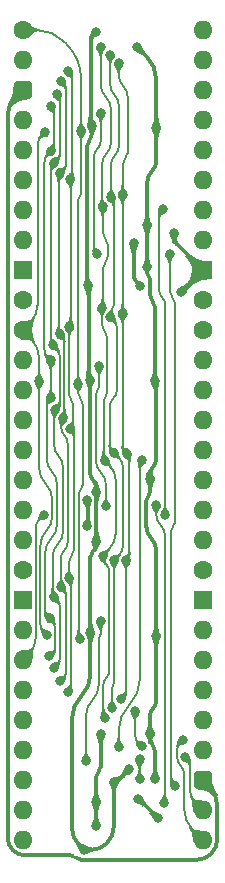
<source format=gbl>
%TF.GenerationSoftware,KiCad,Pcbnew,9.0.2*%
%TF.CreationDate,2025-06-17T13:17:44+02:00*%
%TF.ProjectId,Register 24bit with IO,52656769-7374-4657-9220-323462697420,V0*%
%TF.SameCoordinates,Original*%
%TF.FileFunction,Copper,L2,Bot*%
%TF.FilePolarity,Positive*%
%FSLAX46Y46*%
G04 Gerber Fmt 4.6, Leading zero omitted, Abs format (unit mm)*
G04 Created by KiCad (PCBNEW 9.0.2) date 2025-06-17 13:17:44*
%MOMM*%
%LPD*%
G01*
G04 APERTURE LIST*
G04 Aperture macros list*
%AMRoundRect*
0 Rectangle with rounded corners*
0 $1 Rounding radius*
0 $2 $3 $4 $5 $6 $7 $8 $9 X,Y pos of 4 corners*
0 Add a 4 corners polygon primitive as box body*
4,1,4,$2,$3,$4,$5,$6,$7,$8,$9,$2,$3,0*
0 Add four circle primitives for the rounded corners*
1,1,$1+$1,$2,$3*
1,1,$1+$1,$4,$5*
1,1,$1+$1,$6,$7*
1,1,$1+$1,$8,$9*
0 Add four rect primitives between the rounded corners*
20,1,$1+$1,$2,$3,$4,$5,0*
20,1,$1+$1,$4,$5,$6,$7,0*
20,1,$1+$1,$6,$7,$8,$9,0*
20,1,$1+$1,$8,$9,$2,$3,0*%
G04 Aperture macros list end*
%TA.AperFunction,ComponentPad*%
%ADD10C,1.600000*%
%TD*%
%TA.AperFunction,ComponentPad*%
%ADD11O,1.600000X1.600000*%
%TD*%
%TA.AperFunction,ComponentPad*%
%ADD12RoundRect,0.400000X-0.400000X-0.400000X0.400000X-0.400000X0.400000X0.400000X-0.400000X0.400000X0*%
%TD*%
%TA.AperFunction,ComponentPad*%
%ADD13R,1.600000X1.600000*%
%TD*%
%TA.AperFunction,ViaPad*%
%ADD14C,0.800000*%
%TD*%
%TA.AperFunction,Conductor*%
%ADD15C,0.380000*%
%TD*%
%TA.AperFunction,Conductor*%
%ADD16C,0.200000*%
%TD*%
G04 APERTURE END LIST*
D10*
%TO.P,J2,1,Pin_1*%
%TO.N,~{OE}*%
X0Y0D03*
D11*
%TO.P,J2,2,Pin_2*%
%TO.N,unconnected-(J2-Pin_2-Pad2)*%
X0Y-2540000D03*
D12*
%TO.P,J2,3,Pin_3*%
%TO.N,5V*%
X0Y-5080000D03*
D11*
%TO.P,J2,4,Pin_4*%
%TO.N,unconnected-(J2-Pin_4-Pad4)*%
X0Y-7620000D03*
%TO.P,J2,5,Pin_5*%
%TO.N,unconnected-(J2-Pin_5-Pad5)*%
X0Y-10160000D03*
%TO.P,J2,6,Pin_6*%
%TO.N,unconnected-(J2-Pin_6-Pad6)*%
X0Y-12700000D03*
%TO.P,J2,7,Pin_7*%
%TO.N,unconnected-(J2-Pin_7-Pad7)*%
X0Y-15240000D03*
%TO.P,J2,8,Pin_8*%
%TO.N,unconnected-(J2-Pin_8-Pad8)*%
X0Y-17780000D03*
D13*
%TO.P,J2,9,Pin_9*%
%TO.N,GND*%
X0Y-20320000D03*
D10*
%TO.P,J2,10,Pin_10*%
%TO.N,unconnected-(J2-Pin_10-Pad10)*%
X0Y-22860000D03*
%TO.P,J2,11,Pin_11*%
%TO.N,D0*%
X0Y-25400000D03*
D11*
%TO.P,J2,12,Pin_12*%
%TO.N,D1*%
X0Y-27940000D03*
%TO.P,J2,13,Pin_13*%
%TO.N,D2*%
X0Y-30480000D03*
%TO.P,J2,14,Pin_14*%
%TO.N,D3*%
X0Y-33020000D03*
%TO.P,J2,15,Pin_15*%
%TO.N,D4*%
X0Y-35560000D03*
%TO.P,J2,16,Pin_16*%
%TO.N,D5*%
X0Y-38100000D03*
%TO.P,J2,17,Pin_17*%
%TO.N,D6*%
X0Y-40640000D03*
%TO.P,J2,18,Pin_18*%
%TO.N,D7*%
X0Y-43180000D03*
D10*
%TO.P,J2,19,Pin_19*%
%TO.N,unconnected-(J2-Pin_19-Pad19)*%
X0Y-45720000D03*
D13*
%TO.P,J2,20,Pin_20*%
%TO.N,GND*%
X0Y-48260000D03*
D11*
%TO.P,J2,21,Pin_21*%
%TO.N,unconnected-(J2-Pin_21-Pad21)*%
X0Y-50800000D03*
%TO.P,J2,22,Pin_22*%
%TO.N,Latch Bank*%
X0Y-53340000D03*
%TO.P,J2,23,Pin_23*%
%TO.N,Latch High*%
X0Y-55880000D03*
%TO.P,J2,24,Pin_24*%
%TO.N,Latch Low*%
X0Y-58420000D03*
%TO.P,J2,25,Pin_25*%
%TO.N,Read Bank*%
X0Y-60960000D03*
%TO.P,J2,26,Pin_26*%
%TO.N,Read High*%
X0Y-63500000D03*
%TO.P,J2,27,Pin_27*%
%TO.N,Read Low*%
X0Y-66040000D03*
%TO.P,J2,28,Pin_28*%
%TO.N,unconnected-(J2-Pin_28-Pad28)*%
X0Y-68580000D03*
%TO.P,J2,29,Pin_29*%
%TO.N,Q0*%
X15240000Y-68580000D03*
%TO.P,J2,30,Pin_30*%
%TO.N,Q1*%
X15240000Y-66040000D03*
D12*
%TO.P,J2,31,Pin_31*%
%TO.N,5V*%
X15240000Y-63500000D03*
D11*
%TO.P,J2,32,Pin_32*%
%TO.N,Q2*%
X15240000Y-60960000D03*
%TO.P,J2,33,Pin_33*%
%TO.N,Q3*%
X15240000Y-58420000D03*
%TO.P,J2,34,Pin_34*%
%TO.N,Q4*%
X15240000Y-55880000D03*
%TO.P,J2,35,Pin_35*%
%TO.N,Q5*%
X15240000Y-53340000D03*
%TO.P,J2,36,Pin_36*%
%TO.N,Q6*%
X15240000Y-50800000D03*
D13*
%TO.P,J2,37,Pin_37*%
%TO.N,GND*%
X15240000Y-48260000D03*
D10*
%TO.P,J2,38,Pin_38*%
%TO.N,Q7*%
X15240000Y-45720000D03*
D11*
%TO.P,J2,39,Pin_39*%
%TO.N,Q8*%
X15240000Y-43180000D03*
%TO.P,J2,40,Pin_40*%
%TO.N,Q9*%
X15240000Y-40640000D03*
%TO.P,J2,41,Pin_41*%
%TO.N,Q10*%
X15240000Y-38100000D03*
%TO.P,J2,42,Pin_42*%
%TO.N,Q11*%
X15240000Y-35560000D03*
%TO.P,J2,43,Pin_43*%
%TO.N,Q12*%
X15240000Y-33020000D03*
%TO.P,J2,44,Pin_44*%
%TO.N,Q13*%
X15240000Y-30480000D03*
%TO.P,J2,45,Pin_45*%
%TO.N,Q14*%
X15240000Y-27940000D03*
D10*
%TO.P,J2,46,Pin_46*%
%TO.N,Q15*%
X15240000Y-25400000D03*
%TO.P,J2,47,Pin_47*%
%TO.N,Q16*%
X15240000Y-22860000D03*
D13*
%TO.P,J2,48,Pin_48*%
%TO.N,GND*%
X15240000Y-20320000D03*
D11*
%TO.P,J2,49,Pin_49*%
%TO.N,Q17*%
X15240000Y-17780000D03*
%TO.P,J2,50,Pin_50*%
%TO.N,Q18*%
X15240000Y-15240000D03*
%TO.P,J2,51,Pin_51*%
%TO.N,Q19*%
X15240000Y-12700000D03*
%TO.P,J2,52,Pin_52*%
%TO.N,Q20*%
X15240000Y-10160000D03*
%TO.P,J2,53,Pin_53*%
%TO.N,Q21*%
X15240000Y-7620000D03*
%TO.P,J2,54,Pin_54*%
%TO.N,Q22*%
X15240000Y-5080000D03*
%TO.P,J2,55,Pin_55*%
%TO.N,Q23*%
X15240000Y-2540000D03*
%TO.P,J2,56,Pin_56*%
%TO.N,unconnected-(J2-Pin_56-Pad56)*%
X15240000Y0D03*
%TD*%
D14*
%TO.N,GND*%
X9779000Y-65052000D03*
X6223000Y-65355000D03*
X12815000Y-17208500D03*
X13445567Y-22123162D03*
X9955000Y-21641177D03*
X9398000Y-18034000D03*
X6603997Y-59563003D03*
X5461000Y-39751000D03*
X11430000Y-66675000D03*
X5437000Y-41958000D03*
X6223000Y-67364998D03*
%TO.N,/3.3V*%
X6223000Y-127000D03*
X11193000Y-29718000D03*
X10779851Y-59562997D03*
X9711749Y-1452000D03*
X11213098Y-63375308D03*
X5747729Y-51034974D03*
X11320000Y-8255000D03*
X10795000Y-37973000D03*
X11303000Y-51308000D03*
X10541000Y-16510000D03*
X5866000Y-8095384D03*
X5576000Y-21590000D03*
X5715008Y-29591008D03*
X8979618Y-62591957D03*
X6253137Y-39061779D03*
X7731150Y-63642745D03*
X10541000Y-20065996D03*
X5207000Y-69387000D03*
X6222994Y-43307000D03*
%TO.N,D5*%
X8461435Y-13929289D03*
X8362935Y-56609024D03*
X8128001Y-2794001D03*
X8461435Y-24003000D03*
X8871846Y-35840507D03*
X8757667Y-44868784D03*
%TO.N,D6*%
X7570000Y-57408430D03*
X7481897Y-14130556D03*
X7774598Y-35803921D03*
X7757722Y-44856031D03*
X7411560Y-24273329D03*
X7420735Y-2058964D03*
%TO.N,Latch Low*%
X9525000Y-57653622D03*
X10067951Y-60616560D03*
%TO.N,D1*%
X2386994Y-27940000D03*
X2263540Y-53003046D03*
X2386995Y-31112944D03*
X2425000Y-10211603D03*
X2286000Y-49784000D03*
X2425000Y-6426104D03*
%TO.N,D0*%
X1397000Y-29703419D03*
X2032000Y-51181000D03*
X1917000Y-8636000D03*
%TO.N,D4*%
X3864762Y-3484139D03*
X3949000Y-25087000D03*
X4029445Y-12587972D03*
X4018418Y-33733006D03*
X3859548Y-56024460D03*
X3949000Y-46409024D03*
%TO.N,D2*%
X2660485Y-11203067D03*
X2756825Y-32113308D03*
X2933000Y-5442379D03*
X2655000Y-48006000D03*
X2654130Y-53965407D03*
X2593479Y-26645302D03*
%TO.N,D7*%
X6785749Y-14916611D03*
X6945736Y-36448508D03*
X6773824Y-44489356D03*
X6947805Y-58210634D03*
X6709095Y-23492915D03*
X6603681Y-1399474D03*
%TO.N,D3*%
X3175000Y-55118000D03*
X3228337Y-4319284D03*
X3167991Y-12080131D03*
X3246127Y-47138201D03*
X3426847Y-32865510D03*
X3127946Y-25741504D03*
%TO.N,~{OE}*%
X4953000Y-8509000D03*
X4699000Y-29972000D03*
X4839572Y-51562000D03*
%TO.N,Latch High*%
X8128004Y-60681156D03*
X10110796Y-36392101D03*
%TO.N,Latch Bank*%
X11906538Y-15163597D03*
X12065000Y-41021000D03*
X1778000Y-41021002D03*
%TO.N,/~{Read Low}*%
X9906000Y-63431957D03*
X9906000Y-61722000D03*
X6605030Y-50027000D03*
X5383000Y-61837000D03*
%TO.N,/~{Read Bank}*%
X12446000Y-18922998D03*
X6616000Y-6984251D03*
X12926860Y-63973411D03*
X6338000Y-18923000D03*
%TO.N,/~{Read High}*%
X11938000Y-65405000D03*
X11315000Y-40208643D03*
X7063000Y-40316967D03*
X6483054Y-28442068D03*
%TO.N,Q1*%
X13784993Y-61558869D03*
%TO.N,Q0*%
X13540000Y-60071000D03*
%TD*%
D15*
%TO.N,/3.3V*%
X11041425Y-57411574D02*
G75*
G03*
X10779823Y-58043071I631475J-631526D01*
G01*
X4191000Y-67652579D02*
G75*
G03*
X4699002Y-68878998I1734410J-1D01*
G01*
X10889000Y-43020000D02*
G75*
G02*
X11303006Y-44019484I-999500J-999500D01*
G01*
X10515874Y-2256125D02*
G75*
G02*
X11320002Y-4197456I-1941334J-1941335D01*
G01*
X10667999Y-20828001D02*
G75*
G02*
X10794996Y-21134603I-306599J-306599D01*
G01*
X11303000Y-56780077D02*
G75*
G02*
X11041443Y-57411592I-893100J-23D01*
G01*
X10794998Y-22451570D02*
G75*
G03*
X10993990Y-22932010I679402J-30D01*
G01*
X5993340Y-356659D02*
G75*
G03*
X5763689Y-911106I554460J-554441D01*
G01*
X10475000Y-42020515D02*
G75*
G03*
X10889005Y-43019995I1413500J15D01*
G01*
X10541000Y-20521398D02*
G75*
G03*
X10667998Y-20828002I433600J-2D01*
G01*
X5747729Y-54492497D02*
G75*
G02*
X4969362Y-56371633I-2657509J7D01*
G01*
X6253137Y-43255542D02*
G75*
G02*
X6238040Y-43291903I-51437J42D01*
G01*
X6222994Y-43561003D02*
G75*
G02*
X6043381Y-43994607I-613194J3D01*
G01*
X5705736Y-37458929D02*
G75*
G03*
X5979435Y-38119701I934474J-1D01*
G01*
X11248000Y-29773000D02*
G75*
G02*
X11303008Y-29905781I-132800J-132800D01*
G01*
X5763681Y-7920714D02*
G75*
G03*
X5814858Y-8044206I174619J14D01*
G01*
X11320000Y-11034141D02*
G75*
G02*
X10930500Y-11974478I-1329840J1D01*
G01*
X5449000Y-21373197D02*
G75*
G03*
X5512499Y-21526501I216800J-3D01*
G01*
X10930500Y-11974478D02*
G75*
G03*
X10540999Y-12914814I940300J-940322D01*
G01*
X7037004Y-68908995D02*
G75*
G02*
X5883000Y-69387002I-1154004J1153995D01*
G01*
X5985361Y-44052638D02*
G75*
G03*
X5747765Y-44626334I573739J-573662D01*
G01*
X11303000Y-36343789D02*
G75*
G02*
X11049003Y-36957003I-867200J-11D01*
G01*
X5588000Y-29374191D02*
G75*
G03*
X5651503Y-29527505I216800J-9D01*
G01*
X7998720Y-63572854D02*
G75*
G02*
X7829990Y-63642730I-168720J168754D01*
G01*
X5866000Y-8825136D02*
G75*
G02*
X5657498Y-9328498I-711870J6D01*
G01*
X7731150Y-67386014D02*
G75*
G02*
X7145074Y-68800924I-2000990J4D01*
G01*
X10795000Y-39077725D02*
G75*
G02*
X10634992Y-39463992I-546300J25D01*
G01*
X5582000Y-21596000D02*
G75*
G02*
X5588006Y-21610485I-14500J-14500D01*
G01*
X10779851Y-59966401D02*
G75*
G03*
X10996485Y-60489365I739549J1D01*
G01*
X5657500Y-9328500D02*
G75*
G03*
X5448985Y-9831863I503400J-503400D01*
G01*
X6016829Y-38157093D02*
G75*
G02*
X6253134Y-38727590I-570529J-570507D01*
G01*
X10635000Y-39464000D02*
G75*
G03*
X10474989Y-39850274I386300J-386300D01*
G01*
X4969364Y-56371635D02*
G75*
G03*
X4191001Y-58250773I1879136J-1879135D01*
G01*
X10996474Y-60489376D02*
G75*
G02*
X11213132Y-61012351I-522974J-523024D01*
G01*
X5710372Y-29595644D02*
G75*
G03*
X5705743Y-29606836I11128J-11156D01*
G01*
X10993999Y-22932001D02*
G75*
G02*
X11192987Y-23412431I-480399J-480399D01*
G01*
X11049000Y-36957000D02*
G75*
G03*
X10795004Y-37570210I613200J-613200D01*
G01*
%TO.N,5V*%
X-841458Y-69421457D02*
G75*
G03*
X193134Y-69850000I1034594J1034593D01*
G01*
X-1270000Y-68386864D02*
G75*
G03*
X-841459Y-69421458I1463150J4D01*
G01*
X16476395Y-68514840D02*
G75*
G02*
X15973744Y-69728349I-1716165J0D01*
G01*
X-634999Y-5715000D02*
G75*
G03*
X-1270001Y-7248025I1533029J-1533030D01*
G01*
X4508500Y-70040500D02*
G75*
G03*
X4968407Y-70230997I459900J459900D01*
G01*
X4508500Y-70040500D02*
G75*
G03*
X4048592Y-69850003I-459900J-459900D01*
G01*
X15973743Y-69728348D02*
G75*
G02*
X14760235Y-70231013I-1213543J1213548D01*
G01*
X15858197Y-64118197D02*
G75*
G02*
X16476414Y-65610658I-1492497J-1492503D01*
G01*
%TO.N,GND*%
X6413500Y-62801500D02*
G75*
G03*
X6223003Y-63261407I459900J-459900D01*
G01*
X13479748Y-22114233D02*
G75*
G02*
X13458193Y-22123163I-21548J21533D01*
G01*
X12815000Y-17551750D02*
G75*
G03*
X13057714Y-18137714I828680J0D01*
G01*
X6604000Y-62341592D02*
G75*
G02*
X6413502Y-62801502I-650400J-8D01*
G01*
X5540000Y-41782168D02*
G75*
G02*
X5488509Y-41906509I-175800J-32D01*
G01*
X5500500Y-39790500D02*
G75*
G02*
X5540016Y-39885861I-95400J-95400D01*
G01*
X9816899Y-65061899D02*
G75*
G03*
X9793000Y-65052000I-23899J-23901D01*
G01*
X9398000Y-20690318D02*
G75*
G03*
X9676501Y-21362676I950900J18D01*
G01*
D16*
%TO.N,Q0*%
X13674243Y-65907085D02*
G75*
G03*
X14457105Y-67797137I2672957J-15D01*
G01*
X13310500Y-60300500D02*
G75*
G03*
X13080984Y-60854562I554100J-554100D01*
G01*
X13081000Y-61568141D02*
G75*
G03*
X13377622Y-62284248I1012730J1D01*
G01*
X13377621Y-62284249D02*
G75*
G02*
X13674269Y-63000357I-716121J-716151D01*
G01*
%TO.N,Q1*%
X13962496Y-61736372D02*
G75*
G02*
X14140007Y-62164903I-428496J-428528D01*
G01*
X14140000Y-64162182D02*
G75*
G03*
X14689995Y-65490005I1877800J-18D01*
G01*
%TO.N,/~{Read High}*%
X6483054Y-30149835D02*
G75*
G02*
X6339371Y-30496635I-490454J35D01*
G01*
X6195736Y-36421703D02*
G75*
G03*
X6629380Y-37468572I1480464J3D01*
G01*
X11315000Y-41004559D02*
G75*
G03*
X11681000Y-41888162I1249600J-1D01*
G01*
X12047000Y-65218925D02*
G75*
G02*
X11992493Y-65350493I-186100J25D01*
G01*
X6339395Y-30496659D02*
G75*
G03*
X6195718Y-30843482I346805J-346841D01*
G01*
X6629368Y-37468584D02*
G75*
G02*
X7063029Y-38515464I-1046868J-1046916D01*
G01*
X11681000Y-41888162D02*
G75*
G02*
X12047026Y-42771764I-883600J-883638D01*
G01*
%TO.N,/~{Read Bank}*%
X12873940Y-41696359D02*
G75*
G02*
X12732998Y-42036719I-481340J-41D01*
G01*
X12732970Y-42036691D02*
G75*
G03*
X12592016Y-42377022I340330J-340309D01*
G01*
X6325874Y-10057125D02*
G75*
G03*
X6035784Y-10757550I700426J-700375D01*
G01*
X6616000Y-9356700D02*
G75*
G02*
X6325884Y-10057135I-990600J0D01*
G01*
X12592000Y-63401769D02*
G75*
G03*
X12759423Y-63805988I571600J-31D01*
G01*
X12659970Y-22565970D02*
G75*
G02*
X12873912Y-23082539I-516570J-516530D01*
G01*
X12446000Y-22049400D02*
G75*
G03*
X12659978Y-22565962I730500J0D01*
G01*
X6035749Y-18407025D02*
G75*
G03*
X6186892Y-18771856I515951J25D01*
G01*
%TO.N,/~{Read Low}*%
X6605030Y-51120933D02*
G75*
G02*
X6521998Y-51321332I-283430J33D01*
G01*
X5911000Y-56700000D02*
G75*
G03*
X5383002Y-57974704I1274700J-1274700D01*
G01*
X6522015Y-51321349D02*
G75*
G03*
X6438966Y-51521764I200385J-200451D01*
G01*
X6439000Y-55425295D02*
G75*
G02*
X5911001Y-56700001I-1802700J-5D01*
G01*
%TO.N,Latch Bank*%
X11816997Y-22611997D02*
G75*
G02*
X12064990Y-23210728I-598697J-598703D01*
G01*
X11737766Y-15332368D02*
G75*
G03*
X11569003Y-15739818I407434J-407432D01*
G01*
X1441500Y-41357502D02*
G75*
G03*
X1105003Y-42169884I812380J-812378D01*
G01*
X1105000Y-51453647D02*
G75*
G02*
X552500Y-52787500I-1886364J4D01*
G01*
X11568995Y-22013266D02*
G75*
G03*
X11816986Y-22612008I846705J-34D01*
G01*
%TO.N,Latch High*%
X9026002Y-57129002D02*
G75*
G03*
X8128004Y-59296960I2167958J-2167958D01*
G01*
X10017398Y-36485499D02*
G75*
G03*
X9923993Y-36710981I225502J-225501D01*
G01*
X9924000Y-54961043D02*
G75*
G02*
X9026003Y-57129003I-3065970J3D01*
G01*
%TO.N,~{OE}*%
X4699000Y-30718592D02*
G75*
G03*
X4889498Y-31178502I650400J-8D01*
G01*
X3746500Y-1206500D02*
G75*
G02*
X4952998Y-4119248I-2912760J-2912750D01*
G01*
X4953000Y-13790394D02*
G75*
G02*
X4826002Y-14097002I-433600J-6D01*
G01*
X5080000Y-38492462D02*
G75*
G02*
X4908501Y-38906501I-585550J2D01*
G01*
X3438025Y-898025D02*
G75*
G03*
X1270000Y0I-2168025J-2168025D01*
G01*
X4737000Y-51386898D02*
G75*
G03*
X4788286Y-51510714I175100J-2D01*
G01*
X4889500Y-31178500D02*
G75*
G02*
X5079997Y-31638407I-459900J-459900D01*
G01*
X4826000Y-14097000D02*
G75*
G03*
X4699002Y-14403605I306600J-306600D01*
G01*
X4908500Y-38906500D02*
G75*
G03*
X4737016Y-39320537I414000J-414000D01*
G01*
%TO.N,D3*%
X3683000Y-11200955D02*
G75*
G02*
X3425494Y-11822625I-879180J5D01*
G01*
X3537000Y-32677467D02*
G75*
G02*
X3481952Y-32810462I-188100J-33D01*
G01*
X3113995Y-12134126D02*
G75*
G03*
X3059972Y-12264483I130305J-130374D01*
G01*
X3810000Y-43346967D02*
G75*
G02*
X3528061Y-44027620I-962600J7D01*
G01*
X3332473Y-25946031D02*
G75*
G02*
X3536998Y-26439802I-493773J-493769D01*
G01*
X3528063Y-44027622D02*
G75*
G03*
X3246105Y-44708277I680637J-680678D01*
G01*
X3347632Y-32944724D02*
G75*
G03*
X3268401Y-33135965I191268J-191276D01*
G01*
X3268418Y-33660710D02*
G75*
G03*
X3539211Y-34314456I924532J0D01*
G01*
X3455668Y-4546615D02*
G75*
G02*
X3682998Y-5095442I-548828J-548825D01*
G01*
X3689572Y-54239570D02*
G75*
G02*
X3432288Y-54860716I-878442J0D01*
G01*
X3467849Y-47359923D02*
G75*
G02*
X3689576Y-47895208I-535249J-535277D01*
G01*
X3060000Y-25625512D02*
G75*
G03*
X3093978Y-25707526I116000J12D01*
G01*
X3539209Y-34314458D02*
G75*
G02*
X3810007Y-34968205I-653709J-653742D01*
G01*
%TO.N,D7*%
X6946187Y-25500757D02*
G75*
G02*
X7183246Y-26073147I-572387J-572343D01*
G01*
X6785749Y-17133252D02*
G75*
G03*
X7012371Y-17680377I773741J-8D01*
G01*
X6782505Y-23367596D02*
G75*
G02*
X6745799Y-23456209I-125305J-4D01*
G01*
X6858000Y-36298733D02*
G75*
G03*
X6901879Y-36404629I149800J33D01*
G01*
X6603681Y-4577837D02*
G75*
G03*
X7048337Y-5651343I1518169J-3D01*
G01*
X6773824Y-44696574D02*
G75*
G03*
X6920335Y-45050332I500276J-26D01*
G01*
X7339315Y-54225222D02*
G75*
G02*
X7089157Y-54829156I-854095J2D01*
G01*
X7874000Y-42611238D02*
G75*
G02*
X7323910Y-43939266I-1878130J8D01*
G01*
X7010752Y-19659247D02*
G75*
G03*
X6782497Y-20210285I551048J-551053D01*
G01*
X7048340Y-5651340D02*
G75*
G02*
X7493002Y-6724843I-1073510J-1073510D01*
G01*
X7056569Y-45186538D02*
G75*
G02*
X7339293Y-45869146I-682569J-682562D01*
G01*
X7493000Y-9494818D02*
G75*
G02*
X7112445Y-10413548I-1299290J8D01*
G01*
X7239000Y-19108209D02*
G75*
G02*
X7010751Y-19659246I-779300J9D01*
G01*
X6731897Y-14824679D02*
G75*
G03*
X6758819Y-14889689I91903J-21D01*
G01*
X7089157Y-54829156D02*
G75*
G03*
X6838995Y-55433090I603943J-603944D01*
G01*
X7409868Y-36912640D02*
G75*
G02*
X7873999Y-38033153I-1120508J-1120510D01*
G01*
X7020639Y-31023639D02*
G75*
G03*
X6857993Y-31416285I392661J-392661D01*
G01*
X7112448Y-10413551D02*
G75*
G03*
X6731891Y-11332284I918752J-918749D01*
G01*
X6709095Y-24928366D02*
G75*
G03*
X6946185Y-25500759I809485J-4D01*
G01*
X6839000Y-58024892D02*
G75*
G03*
X6893407Y-58156226I185700J-8D01*
G01*
X7012374Y-17680374D02*
G75*
G02*
X7238987Y-18227496I-547174J-547126D01*
G01*
X7183279Y-30630993D02*
G75*
G02*
X7020642Y-31023642I-555279J-7D01*
G01*
%TO.N,D2*%
X3175000Y-53076226D02*
G75*
G02*
X2914564Y-53704971I-889190J6D01*
G01*
X3043423Y-36063423D02*
G75*
G02*
X3409979Y-36948417I-885023J-884977D01*
G01*
X2536742Y-11326809D02*
G75*
G03*
X2413040Y-11625550I298758J-298691D01*
G01*
X2676847Y-35178429D02*
G75*
G03*
X3043424Y-36063422I1251563J-1D01*
G01*
X3175000Y-10324734D02*
G75*
G02*
X2917742Y-10945809I-878340J4D01*
G01*
X2413000Y-26337205D02*
G75*
G03*
X2503241Y-26555060I308100J5D01*
G01*
X2716836Y-32153297D02*
G75*
G03*
X2676881Y-32249838I96564J-96503D01*
G01*
X2865239Y-26917062D02*
G75*
G02*
X3136999Y-27573150I-656089J-656088D01*
G01*
X2978063Y-43503936D02*
G75*
G03*
X2546126Y-44546723I1042777J-1042784D01*
G01*
X3410000Y-42461149D02*
G75*
G02*
X2978065Y-43503938I-1474730J-1D01*
G01*
X2546127Y-47820142D02*
G75*
G03*
X2600565Y-47951561I185853J2D01*
G01*
X2915000Y-48266000D02*
G75*
G02*
X3175002Y-48893695I-627700J-627700D01*
G01*
X3137000Y-31464308D02*
G75*
G02*
X2946908Y-31923216I-649000J8D01*
G01*
X3054000Y-5563379D02*
G75*
G02*
X3175007Y-5855498I-292100J-292121D01*
G01*
%TO.N,D4*%
X4177709Y-33892297D02*
G75*
G02*
X4337015Y-34276859I-384609J-384603D01*
G01*
X4256825Y-33326019D02*
G75*
G02*
X4137620Y-33613801I-407025J19D01*
G01*
X3949000Y-30897334D02*
G75*
G03*
X4102909Y-31268915I525490J-6D01*
G01*
X3937000Y-46388538D02*
G75*
G03*
X3943016Y-46403008I20500J38D01*
G01*
X4064000Y-24890682D02*
G75*
G02*
X4006505Y-25029505I-196300J-18D01*
G01*
X4137000Y-44504000D02*
G75*
G03*
X3937018Y-44986842I482800J-482800D01*
G01*
X4089572Y-55631784D02*
G75*
G02*
X3974567Y-55909455I-392672J-16D01*
G01*
X4337000Y-44021157D02*
G75*
G02*
X4136998Y-44503998I-682850J7D01*
G01*
X4033881Y-3653258D02*
G75*
G02*
X4202969Y-4061547I-408281J-408242D01*
G01*
X4203000Y-12291695D02*
G75*
G02*
X4116230Y-12501202I-296300J-5D01*
G01*
X4019286Y-46479310D02*
G75*
G02*
X4089575Y-46648995I-169686J-169690D01*
G01*
X4102912Y-31268912D02*
G75*
G02*
X4256822Y-31640490I-371612J-371588D01*
G01*
X4046722Y-12605249D02*
G75*
G02*
X4064024Y-12646961I-41722J-41751D01*
G01*
%TO.N,D0*%
X1593500Y-8959500D02*
G75*
G03*
X1269999Y-9740498I781000J-781000D01*
G01*
X2502000Y-41192675D02*
G75*
G02*
X2003500Y-42396161I-1701987J0D01*
G01*
X1949500Y-38386871D02*
G75*
G02*
X2502002Y-39720723I-1333860J-1333859D01*
G01*
X698500Y-26098500D02*
G75*
G02*
X1397000Y-27784828I-1686332J-1686330D01*
G01*
X2003500Y-42396161D02*
G75*
G03*
X1505000Y-43599646I1203470J-1203479D01*
G01*
X1397000Y-37053018D02*
G75*
G03*
X1949500Y-38386871I1886350J-2D01*
G01*
X1270000Y-23231974D02*
G75*
G02*
X635000Y-24765000I-2168039J5D01*
G01*
X1505000Y-50281354D02*
G75*
G03*
X1768501Y-50917499I899650J4D01*
G01*
%TO.N,D1*%
X1905000Y-49133592D02*
G75*
G03*
X2095498Y-49593502I650400J-8D01*
G01*
X2479412Y-37369755D02*
G75*
G02*
X2902004Y-38389971I-1020222J-1020225D01*
G01*
X2221910Y-31278029D02*
G75*
G03*
X2056822Y-31676579I398590J-398571D01*
G01*
X2056825Y-36349539D02*
G75*
G03*
X2479413Y-37369754I1442795J-1D01*
G01*
X2902000Y-41859014D02*
G75*
G02*
X2403500Y-43062500I-1701987J0D01*
G01*
X1843479Y-27012161D02*
G75*
G03*
X2115236Y-27668242I927841J1D01*
G01*
X2667000Y-9798483D02*
G75*
G02*
X2545998Y-10090601I-413120J3D01*
G01*
X2775000Y-52129929D02*
G75*
G02*
X2519268Y-52747314I-873130J9D01*
G01*
X2403500Y-43062500D02*
G75*
G03*
X1904999Y-44265985I1203470J-1203480D01*
G01*
X2134239Y-10502363D02*
G75*
G03*
X1843494Y-11204321I701961J-701937D01*
G01*
X2546000Y-6547104D02*
G75*
G02*
X2666989Y-6839223I-292100J-292096D01*
G01*
X2530500Y-50028500D02*
G75*
G02*
X2775010Y-50618775I-590300J-590300D01*
G01*
%TO.N,Latch Low*%
X9525000Y-59689684D02*
G75*
G03*
X9796462Y-60345097I926900J-16D01*
G01*
%TO.N,D6*%
X8000049Y-30412659D02*
G75*
G02*
X7683022Y-31178022I-1082399J9D01*
G01*
X7663861Y-55455139D02*
G75*
G03*
X7570039Y-55681739I226639J-226561D01*
G01*
X7420735Y-4621188D02*
G75*
G03*
X7783871Y-5497863I1239765J-12D01*
G01*
X8147000Y-9797701D02*
G75*
G02*
X7814448Y-10600551I-1135400J1D01*
G01*
X7711435Y-23282956D02*
G75*
G02*
X7561496Y-23644936I-511925J6D01*
G01*
X7596666Y-14245325D02*
G75*
G02*
X7711437Y-14522401I-277066J-277075D01*
G01*
X7705804Y-24567573D02*
G75*
G02*
X8000009Y-25277942I-710404J-710327D01*
G01*
X7683024Y-31178024D02*
G75*
G03*
X7365995Y-31943389I765376J-765376D01*
G01*
X7757722Y-55228538D02*
G75*
G02*
X7663834Y-55455112I-320422J38D01*
G01*
X8509000Y-43573519D02*
G75*
G02*
X8133349Y-44480380I-1282500J19D01*
G01*
X7366000Y-35106400D02*
G75*
G03*
X7570304Y-35599617I697500J0D01*
G01*
X8141799Y-36171122D02*
G75*
G02*
X8508984Y-37057623I-886499J-886478D01*
G01*
X7561497Y-23644937D02*
G75*
G03*
X7411579Y-24006918I362003J-361963D01*
G01*
X7814448Y-10600551D02*
G75*
G03*
X7481898Y-11403401I802852J-802849D01*
G01*
X7783867Y-5497867D02*
G75*
G02*
X8147041Y-6374546I-876667J-876733D01*
G01*
%TO.N,D5*%
X8675717Y-10882282D02*
G75*
G03*
X8461427Y-11399606I517283J-517318D01*
G01*
X9045868Y-44376794D02*
G75*
G02*
X8901766Y-44724682I-491968J-6D01*
G01*
X8128001Y-3779186D02*
G75*
G03*
X8508996Y-4699004I1300799J-14D01*
G01*
X8890000Y-10364958D02*
G75*
G02*
X8675719Y-10882284I-731610J-2D01*
G01*
X8958857Y-35927518D02*
G75*
G02*
X9045883Y-36137581I-210057J-210082D01*
G01*
X8461435Y-35139891D02*
G75*
G03*
X8666626Y-35635315I700665J-9D01*
G01*
X8757667Y-55935174D02*
G75*
G02*
X8560317Y-56411674I-673867J-26D01*
G01*
X8509000Y-4699000D02*
G75*
G02*
X8889994Y-5618814I-919800J-919800D01*
G01*
D15*
%TO.N,GND*%
X9955000Y-21641177D02*
X9676500Y-21362677D01*
X9398000Y-18034000D02*
X9398000Y-20690318D01*
X6223000Y-63261407D02*
X6223000Y-65355000D01*
X6604000Y-59563006D02*
X6603997Y-59563003D01*
X5540000Y-41782168D02*
X5540000Y-39885861D01*
X13458193Y-22123162D02*
X13445567Y-22123162D01*
X6223000Y-67364998D02*
X6223000Y-65355000D01*
X13479748Y-22114233D02*
X15240000Y-20353982D01*
X12815000Y-17551750D02*
X12815000Y-17208500D01*
X5437000Y-41958000D02*
X5488500Y-41906500D01*
X13057714Y-18137714D02*
X15240000Y-20320000D01*
X5461000Y-39751000D02*
X5500500Y-39790500D01*
X6604000Y-59563006D02*
X6604000Y-62341592D01*
X11430000Y-66675000D02*
X9816899Y-65061899D01*
X9779000Y-65052000D02*
X9793000Y-65052000D01*
%TO.N,5V*%
X193134Y-69850000D02*
X4048592Y-69850000D01*
X-634999Y-5715000D02*
X0Y-5080000D01*
X-1270000Y-68386864D02*
X-1270000Y-7248025D01*
X4968407Y-70231000D02*
X14760235Y-70231000D01*
X16476395Y-68514840D02*
X16476395Y-65610658D01*
X15858197Y-64118197D02*
X15240000Y-63500000D01*
%TO.N,/3.3V*%
X11303000Y-44019484D02*
X11303000Y-51308000D01*
X7829990Y-63642745D02*
X7731150Y-63642745D01*
X7731150Y-67386014D02*
X7731150Y-63642745D01*
X5705736Y-37458929D02*
X5705736Y-29606836D01*
X6043386Y-43994612D02*
X5985361Y-44052638D01*
X4191000Y-67652579D02*
X4191000Y-58250773D01*
X11303000Y-56780077D02*
X11303000Y-51308000D01*
X11320000Y-8255000D02*
X11320000Y-11034141D01*
X10795000Y-37973000D02*
X10795000Y-37570210D01*
X7037004Y-68908995D02*
X7145075Y-68800925D01*
X10541000Y-16510000D02*
X10541000Y-12914814D01*
X6238065Y-43291928D02*
X6222994Y-43307000D01*
X6253137Y-39061779D02*
X6253137Y-38727590D01*
X5866000Y-8095384D02*
X5866000Y-8825136D01*
X10795000Y-39077725D02*
X10795000Y-37973000D01*
X6253137Y-43255542D02*
X6253137Y-39061779D01*
X10779851Y-59562997D02*
X10779851Y-59966401D01*
X11193000Y-29718000D02*
X11193000Y-23412431D01*
X10779851Y-58043071D02*
X10779851Y-59562997D01*
X5747729Y-54492497D02*
X5747729Y-51034974D01*
X10515874Y-2256125D02*
X9711749Y-1452000D01*
X11303000Y-29905781D02*
X11303000Y-36343789D01*
X11213098Y-63375308D02*
X11213098Y-61012351D01*
X11320000Y-4197456D02*
X11320000Y-8255000D01*
X10541000Y-20521398D02*
X10541000Y-20065996D01*
X5715008Y-29591008D02*
X5710372Y-29595644D01*
X10475000Y-42020515D02*
X10475000Y-39850274D01*
X5576000Y-21590000D02*
X5512500Y-21526500D01*
X10794998Y-21134603D02*
X10794998Y-22451570D01*
X4699000Y-68879000D02*
X5207000Y-69387000D01*
X5715008Y-29591008D02*
X5651504Y-29527504D01*
X6222994Y-43561003D02*
X6222994Y-43307000D01*
X5207000Y-69387000D02*
X5883000Y-69387000D01*
X11248000Y-29773000D02*
X11193000Y-29718000D01*
X10541000Y-16510000D02*
X10541000Y-20065996D01*
X5866000Y-8095384D02*
X5814840Y-8044224D01*
X7998720Y-63572854D02*
X8979618Y-62591957D01*
X5747729Y-51034974D02*
X5747729Y-44626334D01*
X5576000Y-21590000D02*
X5582000Y-21596000D01*
X5588000Y-29374191D02*
X5588000Y-21610485D01*
X5763681Y-911106D02*
X5763681Y-7920714D01*
X5449000Y-21373197D02*
X5449000Y-9831863D01*
X5993340Y-356659D02*
X6223000Y-127000D01*
X5979436Y-38119700D02*
X6016829Y-38157093D01*
D16*
%TO.N,D5*%
X8890000Y-10364958D02*
X8890000Y-5618814D01*
X8901767Y-44724683D02*
X8757667Y-44868784D01*
X8666640Y-35635301D02*
X8871846Y-35840507D01*
X8461435Y-11399606D02*
X8461435Y-13929289D01*
X8128001Y-2794001D02*
X8128001Y-3779186D01*
X8757667Y-44868784D02*
X8757667Y-55935174D01*
X9045868Y-44376794D02*
X9045868Y-36137581D01*
X8461435Y-13929289D02*
X8461435Y-24003000D01*
X8958857Y-35927518D02*
X8871846Y-35840507D01*
X8362935Y-56609024D02*
X8560301Y-56411658D01*
X8461435Y-35139891D02*
X8461435Y-24003000D01*
%TO.N,D6*%
X8509000Y-43573519D02*
X8509000Y-37057623D01*
X7774598Y-35803921D02*
X7570299Y-35599622D01*
X7711435Y-23282956D02*
X7711435Y-14522401D01*
X7596666Y-14245325D02*
X7481897Y-14130556D01*
X8133361Y-44480392D02*
X7757722Y-44856031D01*
X7420735Y-4621188D02*
X7420735Y-2058964D01*
X7481897Y-14130556D02*
X7481897Y-11403401D01*
X8000049Y-30412659D02*
X8000049Y-25277942D01*
X7774598Y-35803921D02*
X8141799Y-36171122D01*
X8147000Y-9797701D02*
X8147000Y-6374546D01*
X7570000Y-55681739D02*
X7570000Y-57408430D01*
X7411560Y-24006918D02*
X7411560Y-24273329D01*
X7366000Y-31943389D02*
X7366000Y-35106400D01*
X7705804Y-24567573D02*
X7411560Y-24273329D01*
X7757722Y-55228538D02*
X7757722Y-44856031D01*
%TO.N,Latch Low*%
X9796475Y-60345084D02*
X10067951Y-60616560D01*
X9525000Y-57653622D02*
X9525000Y-59689684D01*
%TO.N,D1*%
X2775000Y-52129929D02*
X2775000Y-50618775D01*
X2386995Y-31112944D02*
X2386994Y-27940000D01*
X2095500Y-49593500D02*
X2286000Y-49784000D01*
X1843479Y-27012161D02*
X1843479Y-11204321D01*
X2519270Y-52747316D02*
X2263540Y-53003046D01*
X2386995Y-31112944D02*
X2221910Y-31278029D01*
X1905000Y-49133592D02*
X1905000Y-44265985D01*
X2425000Y-6426104D02*
X2546000Y-6547104D01*
X2386994Y-27940000D02*
X2115236Y-27668242D01*
X2546000Y-10090603D02*
X2425000Y-10211603D01*
X2286000Y-49784000D02*
X2530500Y-50028500D01*
X2134239Y-10502363D02*
X2425000Y-10211603D01*
X2056825Y-31676579D02*
X2056825Y-36349539D01*
X2902000Y-38389971D02*
X2902000Y-41859014D01*
X2667000Y-9798483D02*
X2667000Y-6839223D01*
%TO.N,D0*%
X2032000Y-51181000D02*
X1768500Y-50917500D01*
X1593500Y-8959500D02*
X1917000Y-8636000D01*
X635000Y-24765000D02*
X0Y-25400000D01*
X2502000Y-41192675D02*
X2502000Y-39720723D01*
X1397000Y-37053018D02*
X1397000Y-29703419D01*
X698500Y-26098500D02*
X0Y-25400000D01*
X1270000Y-9740498D02*
X1270000Y-23231974D01*
X1505000Y-43599646D02*
X1505000Y-50281354D01*
X1397000Y-27784828D02*
X1397000Y-29703419D01*
%TO.N,D4*%
X4064000Y-24890682D02*
X4064000Y-12646961D01*
X4019286Y-46479310D02*
X3949000Y-46409024D01*
X3949000Y-30897334D02*
X3949000Y-25087000D01*
X4137621Y-33613802D02*
X4018418Y-33733006D01*
X3974560Y-55909448D02*
X3859548Y-56024460D01*
X3937000Y-46388538D02*
X3937000Y-44986842D01*
X4029445Y-12587972D02*
X4116222Y-12501194D01*
X3943000Y-46403024D02*
X3949000Y-46409024D01*
X4089572Y-55631784D02*
X4089572Y-46648995D01*
X4256825Y-33326019D02*
X4256825Y-31640490D01*
X4033881Y-3653258D02*
X3864762Y-3484139D01*
X4177709Y-33892297D02*
X4018418Y-33733006D01*
X4006500Y-25029500D02*
X3949000Y-25087000D01*
X4029445Y-12587972D02*
X4046722Y-12605249D01*
X4337000Y-34276859D02*
X4337000Y-44021157D01*
X4203000Y-4061547D02*
X4203000Y-12291695D01*
%TO.N,D2*%
X3410000Y-36948417D02*
X3410000Y-42461149D01*
X2756825Y-32113308D02*
X2716836Y-32153297D01*
X2660485Y-11203067D02*
X2917742Y-10945809D01*
X2914565Y-53704972D02*
X2654130Y-53965407D01*
X3175000Y-53076226D02*
X3175000Y-48893695D01*
X3137000Y-27573150D02*
X3137000Y-31464308D01*
X2593479Y-26645302D02*
X2503239Y-26555062D01*
X2546127Y-44546723D02*
X2546127Y-47820142D01*
X2413000Y-11625550D02*
X2413000Y-26337205D01*
X2660485Y-11203067D02*
X2536742Y-11326809D01*
X2655000Y-48006000D02*
X2915000Y-48266000D01*
X3175000Y-10324734D02*
X3175000Y-5855498D01*
X2655000Y-48006000D02*
X2600563Y-47951563D01*
X2593479Y-26645302D02*
X2865239Y-26917062D01*
X2756825Y-32113308D02*
X2946912Y-31923220D01*
X2933000Y-5442379D02*
X3054000Y-5563379D01*
X2676847Y-35178429D02*
X2676847Y-32249838D01*
%TO.N,D7*%
X6945736Y-36448508D02*
X7409868Y-36912640D01*
X6731897Y-14824679D02*
X6731897Y-11332284D01*
X6603681Y-4577837D02*
X6603681Y-1399474D01*
X6709095Y-23492915D02*
X6745800Y-23456210D01*
X7239000Y-19108209D02*
X7239000Y-18227496D01*
X6901868Y-36404640D02*
X6945736Y-36448508D01*
X6785749Y-17133252D02*
X6785749Y-14916611D01*
X6858000Y-36298733D02*
X6858000Y-31416285D01*
X7874000Y-42611238D02*
X7874000Y-38033153D01*
X7339315Y-54225222D02*
X7339315Y-45869146D01*
X7323912Y-43939268D02*
X6773824Y-44489356D01*
X6785749Y-14916611D02*
X6758823Y-14889685D01*
X6947805Y-58210634D02*
X6893402Y-58156231D01*
X7183279Y-26073147D02*
X7183279Y-30630993D01*
X7493000Y-6724843D02*
X7493000Y-9494818D01*
X6839000Y-55433090D02*
X6839000Y-58024892D01*
X6920349Y-45050318D02*
X7056569Y-45186538D01*
X6782505Y-23367596D02*
X6782505Y-20210285D01*
X6773824Y-44696574D02*
X6773824Y-44489356D01*
X6709095Y-23492915D02*
X6709095Y-24928366D01*
%TO.N,D3*%
X3060000Y-12264483D02*
X3060000Y-25625512D01*
X3268418Y-33135965D02*
X3268418Y-33660710D01*
X3426847Y-32865510D02*
X3347632Y-32944724D01*
X3228337Y-4319284D02*
X3455668Y-4546615D01*
X3537000Y-32677467D02*
X3537000Y-26439802D01*
X3481923Y-32810433D02*
X3426847Y-32865510D01*
X3175000Y-55118000D02*
X3432286Y-54860714D01*
X3246127Y-44708277D02*
X3246127Y-47138201D01*
X3332473Y-25946031D02*
X3127946Y-25741504D01*
X3689572Y-54239570D02*
X3689572Y-47895208D01*
X3810000Y-43346967D02*
X3810000Y-34968205D01*
X3127946Y-25741504D02*
X3093973Y-25707531D01*
X3683000Y-11200955D02*
X3683000Y-5095442D01*
X3246127Y-47138201D02*
X3467849Y-47359923D01*
X3425495Y-11822626D02*
X3167991Y-12080131D01*
X3113995Y-12134126D02*
X3167991Y-12080131D01*
%TO.N,~{OE}*%
X5080000Y-38492462D02*
X5080000Y-31638407D01*
X1270000Y0D02*
X0Y0D01*
X4737000Y-51386898D02*
X4737000Y-39320537D01*
X4788286Y-51510714D02*
X4839572Y-51562000D01*
X4699000Y-29972000D02*
X4699000Y-14403605D01*
X4953000Y-13790394D02*
X4953000Y-8509000D01*
X4699000Y-30718592D02*
X4699000Y-29972000D01*
X4953000Y-4119248D02*
X4953000Y-8509000D01*
X3746500Y-1206500D02*
X3438025Y-898025D01*
%TO.N,Latch High*%
X9924000Y-36710981D02*
X9924000Y-54961043D01*
X10110796Y-36392101D02*
X10017398Y-36485499D01*
X8128004Y-60681156D02*
X8128004Y-59296960D01*
%TO.N,Latch Bank*%
X1441500Y-41357502D02*
X1778000Y-41021002D01*
X11568995Y-15739818D02*
X11568995Y-22013266D01*
X11737766Y-15332368D02*
X11906538Y-15163597D01*
X1105000Y-42169884D02*
X1105000Y-51453647D01*
X552500Y-52787500D02*
X0Y-53340000D01*
X12065000Y-23210728D02*
X12065000Y-41021000D01*
%TO.N,/~{Read Low}*%
X6605030Y-51120933D02*
X6605030Y-50027000D01*
X9906000Y-63431957D02*
X9906000Y-61722000D01*
X6439000Y-51521764D02*
X6439000Y-55425295D01*
X5383000Y-57974704D02*
X5383000Y-61837000D01*
%TO.N,/~{Read Bank}*%
X6035749Y-10757550D02*
X6035749Y-18407025D01*
X12446000Y-22049400D02*
X12446000Y-18922998D01*
X12592000Y-42377022D02*
X12592000Y-63401769D01*
X6616000Y-9356700D02*
X6616000Y-6984251D01*
X12873940Y-41696359D02*
X12873940Y-23082539D01*
X6338000Y-18923000D02*
X6186874Y-18771874D01*
X12926860Y-63973411D02*
X12759430Y-63805981D01*
%TO.N,/~{Read High}*%
X6195736Y-36421703D02*
X6195736Y-30843482D01*
X7063000Y-40316967D02*
X7063000Y-38515464D01*
X6483054Y-30149835D02*
X6483054Y-28442068D01*
X11992500Y-65350500D02*
X11938000Y-65405000D01*
X12047000Y-65218925D02*
X12047000Y-42771764D01*
X11315000Y-41004559D02*
X11315000Y-40208643D01*
%TO.N,Q1*%
X13784993Y-61558869D02*
X13962496Y-61736372D01*
X14140000Y-62164903D02*
X14140000Y-64162182D01*
X14690000Y-65490000D02*
X15240000Y-66040000D01*
%TO.N,Q0*%
X13674243Y-65907085D02*
X13674243Y-63000357D01*
X14457121Y-67797121D02*
X15240000Y-68580000D01*
X13310500Y-60300500D02*
X13540000Y-60071000D01*
X13081000Y-60854562D02*
X13081000Y-61568141D01*
%TD*%
%TA.AperFunction,Conductor*%
%TO.N,/3.3V*%
G36*
X6218411Y-125080D02*
G01*
X6225868Y-130037D01*
X6225896Y-130078D01*
X6438007Y-448740D01*
X6439738Y-457526D01*
X6434750Y-464963D01*
X6433668Y-465602D01*
X6317178Y-526218D01*
X6315358Y-526977D01*
X6203477Y-562949D01*
X6203188Y-563038D01*
X6154529Y-577307D01*
X6154519Y-577310D01*
X6154515Y-577312D01*
X6154511Y-577314D01*
X6068333Y-615843D01*
X6068333Y-615844D01*
X6036424Y-642609D01*
X6008977Y-678597D01*
X6008975Y-678601D01*
X5984131Y-731762D01*
X5968016Y-791622D01*
X5962556Y-798719D01*
X5954436Y-800055D01*
X5604374Y-730426D01*
X5596928Y-725451D01*
X5595181Y-716669D01*
X5595272Y-716252D01*
X5619871Y-612501D01*
X5620132Y-611577D01*
X5649227Y-523327D01*
X5649720Y-522079D01*
X5711579Y-388509D01*
X5711583Y-388511D01*
X5711588Y-388489D01*
X5772094Y-258551D01*
X5802405Y-167706D01*
X5828081Y-59897D01*
X5833332Y-52645D01*
X5841715Y-51129D01*
X6218411Y-125080D01*
G37*
%TD.AperFunction*%
%TD*%
%TA.AperFunction,Conductor*%
%TO.N,/3.3V*%
G36*
X6227708Y-43308985D02*
G01*
X6227745Y-43309010D01*
X6337569Y-43382782D01*
X6546277Y-43522977D01*
X6551234Y-43530435D01*
X6549736Y-43538791D01*
X6457415Y-43689835D01*
X6457412Y-43689840D01*
X6395421Y-43810847D01*
X6383800Y-43834540D01*
X6383439Y-43835219D01*
X6299127Y-43981886D01*
X6298195Y-43983269D01*
X6231603Y-44068297D01*
X6230935Y-44069077D01*
X6141732Y-44164399D01*
X6133577Y-44168099D01*
X6125195Y-44164948D01*
X6124916Y-44164678D01*
X5872012Y-43911778D01*
X5868585Y-43903505D01*
X5870993Y-43896395D01*
X5929915Y-43819403D01*
X5949028Y-43743910D01*
X5949027Y-43743907D01*
X5949028Y-43743905D01*
X5935340Y-43670169D01*
X5935338Y-43670160D01*
X5928220Y-43653064D01*
X5902080Y-43590270D01*
X5875978Y-43530435D01*
X5874471Y-43526980D01*
X5874013Y-43525746D01*
X5834490Y-43397408D01*
X5835330Y-43388492D01*
X5842228Y-43382782D01*
X5843360Y-43382495D01*
X6218923Y-43307250D01*
X6227708Y-43308985D01*
G37*
%TD.AperFunction*%
%TD*%
%TA.AperFunction,Conductor*%
%TO.N,/3.3V*%
G36*
X6288625Y-38197502D02*
G01*
X6288876Y-38197894D01*
X6344419Y-38288631D01*
X6344945Y-38289588D01*
X6385750Y-38372811D01*
X6386312Y-38374166D01*
X6410624Y-38445038D01*
X6434120Y-38513529D01*
X6483234Y-38656068D01*
X6483235Y-38656071D01*
X6483237Y-38656075D01*
X6524337Y-38739413D01*
X6524345Y-38739427D01*
X6579859Y-38829982D01*
X6581261Y-38838826D01*
X6576408Y-38845809D01*
X6257738Y-39059891D01*
X6248960Y-39061660D01*
X6248911Y-39061650D01*
X5873677Y-38986323D01*
X5866240Y-38981335D01*
X5864509Y-38972549D01*
X5864839Y-38971281D01*
X5906034Y-38843460D01*
X5906846Y-38841546D01*
X5913014Y-38829982D01*
X5963433Y-38735455D01*
X5963531Y-38735278D01*
X5990135Y-38688421D01*
X6024285Y-38601614D01*
X6024285Y-38601613D01*
X6024286Y-38601611D01*
X6028127Y-38560472D01*
X6028127Y-38560471D01*
X6022293Y-38515942D01*
X6022293Y-38515939D01*
X6002558Y-38461237D01*
X5972011Y-38408104D01*
X5970859Y-38399226D01*
X5975654Y-38392548D01*
X6272398Y-38194273D01*
X6281180Y-38192527D01*
X6288625Y-38197502D01*
G37*
%TD.AperFunction*%
%TD*%
%TA.AperFunction,Conductor*%
%TO.N,5V*%
G36*
X-783955Y-4799640D02*
G01*
X-4192Y-5077447D01*
X2446Y-5083447D01*
X370131Y-5861906D01*
X370566Y-5870850D01*
X364549Y-5877482D01*
X358718Y-5878573D01*
X303530Y-5874629D01*
X303517Y-5874628D01*
X191283Y-5876685D01*
X191269Y-5876686D01*
X78895Y-5889785D01*
X78886Y-5889786D01*
X-44269Y-5915836D01*
X-44290Y-5915842D01*
X-165247Y-5952685D01*
X-292667Y-6003282D01*
X-292679Y-6003288D01*
X-414484Y-6063159D01*
X-414516Y-6063177D01*
X-533214Y-6133143D01*
X-533227Y-6133151D01*
X-642477Y-6209184D01*
X-642489Y-6209193D01*
X-820392Y-6365995D01*
X-820393Y-6365996D01*
X-928867Y-6501626D01*
X-936709Y-6505946D01*
X-942480Y-6505127D01*
X-1273010Y-6368215D01*
X-1279342Y-6361883D01*
X-1279342Y-6352929D01*
X-1278623Y-6351485D01*
X-1195911Y-6210702D01*
X-1195907Y-6210694D01*
X-1195900Y-6210682D01*
X-1031639Y-5871138D01*
X-1031626Y-5871106D01*
X-905384Y-5533139D01*
X-905383Y-5533136D01*
X-827698Y-5235914D01*
X-795089Y-4990185D01*
X-799573Y-4810955D01*
X-796354Y-4802598D01*
X-788170Y-4798966D01*
X-783955Y-4799640D01*
G37*
%TD.AperFunction*%
%TD*%
%TA.AperFunction,Conductor*%
%TO.N,5V*%
G36*
X16032888Y-63223506D02*
G01*
X16038867Y-63230173D01*
X16039526Y-63234382D01*
X16034628Y-63410449D01*
X16034628Y-63410456D01*
X16049156Y-63556402D01*
X16049158Y-63556413D01*
X16076521Y-63707894D01*
X16076523Y-63707905D01*
X16076524Y-63707906D01*
X16123648Y-63893724D01*
X16123651Y-63893732D01*
X16183031Y-64079066D01*
X16262177Y-64286042D01*
X16283099Y-64333256D01*
X16347704Y-64479049D01*
X16507712Y-64778589D01*
X16508587Y-64787501D01*
X16502905Y-64794422D01*
X16501869Y-64794911D01*
X16171262Y-64931856D01*
X16162308Y-64931856D01*
X16157304Y-64927903D01*
X16093881Y-64840198D01*
X16093875Y-64840192D01*
X16018262Y-64757751D01*
X15980627Y-64723439D01*
X15928872Y-64676252D01*
X15719594Y-64526439D01*
X15492638Y-64409623D01*
X15492625Y-64409618D01*
X15267393Y-64333256D01*
X15054335Y-64297561D01*
X15054325Y-64297560D01*
X14876362Y-64299766D01*
X14868047Y-64296442D01*
X14864518Y-64288212D01*
X14865656Y-64283033D01*
X15237527Y-63503459D01*
X15244177Y-63497472D01*
X16023949Y-63223021D01*
X16032888Y-63223506D01*
G37*
%TD.AperFunction*%
%TD*%
%TA.AperFunction,Conductor*%
%TO.N,GND*%
G36*
X13195106Y-17284085D02*
G01*
X13202543Y-17289073D01*
X13204274Y-17297859D01*
X13204109Y-17298567D01*
X13186869Y-17363302D01*
X13186419Y-17364654D01*
X13160305Y-17429633D01*
X13159689Y-17430930D01*
X13100125Y-17538689D01*
X13099969Y-17538962D01*
X13071159Y-17587929D01*
X13071156Y-17587935D01*
X13036588Y-17673482D01*
X13032559Y-17714296D01*
X13032559Y-17714301D01*
X13038203Y-17758535D01*
X13057677Y-17812823D01*
X13057678Y-17812825D01*
X13057679Y-17812827D01*
X13087885Y-17865436D01*
X13089032Y-17874316D01*
X13084238Y-17880989D01*
X12787524Y-18079245D01*
X12778741Y-18080992D01*
X12771296Y-18076017D01*
X12771036Y-18075610D01*
X12715876Y-17984855D01*
X12715316Y-17983819D01*
X12675474Y-17900317D01*
X12674900Y-17898868D01*
X12629891Y-17758379D01*
X12581190Y-17608874D01*
X12541561Y-17527539D01*
X12488253Y-17440289D01*
X12486865Y-17431444D01*
X12491712Y-17424479D01*
X12810399Y-17210386D01*
X12819174Y-17208618D01*
X13195106Y-17284085D01*
G37*
%TD.AperFunction*%
%TD*%
%TA.AperFunction,Conductor*%
%TO.N,Q0*%
G36*
X13535411Y-60069080D02*
G01*
X13542868Y-60074037D01*
X13542896Y-60074078D01*
X13755199Y-60393028D01*
X13756930Y-60401814D01*
X13751942Y-60409251D01*
X13751135Y-60409742D01*
X13682048Y-60448072D01*
X13680371Y-60448836D01*
X13604359Y-60476482D01*
X13602593Y-60476972D01*
X13460988Y-60504500D01*
X13460712Y-60504550D01*
X13377768Y-60518622D01*
X13377760Y-60518625D01*
X13295828Y-60550068D01*
X13295821Y-60550071D01*
X13264289Y-60575242D01*
X13264287Y-60575244D01*
X13237133Y-60609874D01*
X13212693Y-60661174D01*
X13197142Y-60718342D01*
X13191663Y-60725426D01*
X13183569Y-60726746D01*
X13009770Y-60692169D01*
X13002325Y-60687194D01*
X13000578Y-60678411D01*
X13000614Y-60678239D01*
X13004277Y-60661175D01*
X13072893Y-60341475D01*
X13145274Y-60004202D01*
X13150360Y-59996834D01*
X13158965Y-59995178D01*
X13535411Y-60069080D01*
G37*
%TD.AperFunction*%
%TD*%
%TA.AperFunction,Conductor*%
%TO.N,Q1*%
G36*
X14174261Y-61484923D02*
G01*
X14179218Y-61492381D01*
X14179279Y-61492720D01*
X14233266Y-61818042D01*
X14233421Y-61819674D01*
X14240354Y-62106270D01*
X14240357Y-62106585D01*
X14240032Y-62224888D01*
X14236582Y-62233152D01*
X14228332Y-62236556D01*
X14050934Y-62236556D01*
X14042661Y-62233129D01*
X14039261Y-62225647D01*
X14035775Y-62174177D01*
X14035775Y-62174172D01*
X14023529Y-62124971D01*
X14003911Y-62086943D01*
X13977565Y-62058076D01*
X13977563Y-62058075D01*
X13977564Y-62058075D01*
X13907283Y-62019782D01*
X13817906Y-61994016D01*
X13817797Y-61993984D01*
X13688522Y-61955348D01*
X13686558Y-61954562D01*
X13574476Y-61897427D01*
X13568662Y-61890616D01*
X13569366Y-61881689D01*
X13570048Y-61880523D01*
X13782292Y-61561923D01*
X13789730Y-61556939D01*
X13789751Y-61556934D01*
X14165485Y-61483154D01*
X14174261Y-61484923D01*
G37*
%TD.AperFunction*%
%TD*%
%TA.AperFunction,Conductor*%
%TO.N,Q1*%
G36*
X14354412Y-64785526D02*
G01*
X14411871Y-64903056D01*
X14411878Y-64903067D01*
X14479209Y-64999683D01*
X14479210Y-64999684D01*
X14551593Y-65069964D01*
X14628992Y-65118311D01*
X14629002Y-65118316D01*
X14683580Y-65138747D01*
X14711428Y-65149173D01*
X14798865Y-65166962D01*
X14798870Y-65166962D01*
X14798873Y-65166963D01*
X14889509Y-65173685D01*
X14988720Y-65181045D01*
X15123624Y-65188518D01*
X15124630Y-65188619D01*
X15321477Y-65217294D01*
X15323399Y-65217743D01*
X15503568Y-65276236D01*
X15505558Y-65277094D01*
X15673241Y-65368697D01*
X15678859Y-65375671D01*
X15677900Y-65384574D01*
X15677367Y-65385455D01*
X15243079Y-66036877D01*
X15235638Y-66041860D01*
X15235613Y-66041865D01*
X14467160Y-66193742D01*
X14458379Y-66191984D01*
X14453413Y-66184533D01*
X14453367Y-66184280D01*
X14402755Y-65886615D01*
X14402671Y-65886035D01*
X14375548Y-65657807D01*
X14375548Y-65657806D01*
X14354201Y-65479006D01*
X14354201Y-65479003D01*
X14300319Y-65228201D01*
X14245773Y-65060295D01*
X14168958Y-64862852D01*
X14169152Y-64853901D01*
X14175383Y-64847804D01*
X14339426Y-64779856D01*
X14348378Y-64779856D01*
X14354412Y-64785526D01*
G37*
%TD.AperFunction*%
%TD*%
%TA.AperFunction,Conductor*%
%TO.N,/~{Read Bank}*%
G36*
X12690128Y-63292613D02*
G01*
X12693437Y-63299228D01*
X12707988Y-63400904D01*
X12727066Y-63439413D01*
X12727067Y-63439415D01*
X12752727Y-63469012D01*
X12752730Y-63469015D01*
X12821384Y-63509449D01*
X12821385Y-63509449D01*
X12821388Y-63509451D01*
X12909123Y-63538142D01*
X12909130Y-63538148D01*
X12909132Y-63538145D01*
X13020721Y-63574748D01*
X13022431Y-63575465D01*
X13137465Y-63634825D01*
X13143245Y-63641663D01*
X13142496Y-63650586D01*
X13141836Y-63651708D01*
X12929561Y-63970355D01*
X12922122Y-63975340D01*
X12922078Y-63975349D01*
X12546519Y-64049095D01*
X12537741Y-64047326D01*
X12532784Y-64039868D01*
X12532700Y-64039384D01*
X12522903Y-63975349D01*
X12488919Y-63753231D01*
X12488786Y-63751539D01*
X12487748Y-63530703D01*
X12487749Y-63530542D01*
X12491798Y-63300680D01*
X12495370Y-63292468D01*
X12503496Y-63289186D01*
X12681855Y-63289186D01*
X12690128Y-63292613D01*
G37*
%TD.AperFunction*%
%TD*%
%TA.AperFunction,Conductor*%
%TO.N,/~{Read Bank}*%
G36*
X6133797Y-18231946D02*
G01*
X6137118Y-18238650D01*
X6150960Y-18341027D01*
X6169186Y-18380490D01*
X6169187Y-18380491D01*
X6193793Y-18411401D01*
X6260042Y-18455484D01*
X6260044Y-18455484D01*
X6260046Y-18455486D01*
X6345518Y-18489127D01*
X6426415Y-18519816D01*
X6427729Y-18520409D01*
X6548774Y-18584361D01*
X6554489Y-18591255D01*
X6553654Y-18600170D01*
X6553046Y-18601192D01*
X6340701Y-18919944D01*
X6333262Y-18924929D01*
X6333218Y-18924938D01*
X5957487Y-18998718D01*
X5948709Y-18996949D01*
X5943752Y-18989491D01*
X5943700Y-18989207D01*
X5919723Y-18846396D01*
X5919605Y-18845453D01*
X5909955Y-18729640D01*
X5909931Y-18728097D01*
X5919544Y-18537537D01*
X5919582Y-18537020D01*
X5922457Y-18507020D01*
X5935217Y-18239660D01*
X5939035Y-18231561D01*
X5946904Y-18228519D01*
X6125524Y-18228519D01*
X6133797Y-18231946D01*
G37*
%TD.AperFunction*%
%TD*%
%TA.AperFunction,Conductor*%
%TO.N,Latch Bank*%
G36*
X11525920Y-15087857D02*
G01*
X11892650Y-15159869D01*
X11901756Y-15161658D01*
X11909214Y-15166615D01*
X11909239Y-15166652D01*
X12121511Y-15485295D01*
X12123246Y-15494080D01*
X12118261Y-15501519D01*
X12117137Y-15502181D01*
X12003114Y-15560987D01*
X12001361Y-15561717D01*
X11886812Y-15598873D01*
X11886708Y-15598906D01*
X11808446Y-15623486D01*
X11808443Y-15623487D01*
X11764976Y-15647124D01*
X11733570Y-15664203D01*
X11733569Y-15664204D01*
X11707673Y-15691861D01*
X11707671Y-15691864D01*
X11687945Y-15727693D01*
X11687941Y-15727703D01*
X11673864Y-15779762D01*
X11673863Y-15779774D01*
X11669781Y-15836109D01*
X11665766Y-15844112D01*
X11658112Y-15846963D01*
X11480519Y-15846963D01*
X11472246Y-15843536D01*
X11468820Y-15835440D01*
X11467186Y-15727695D01*
X11465481Y-15615207D01*
X11464119Y-15448585D01*
X11464162Y-15447499D01*
X11477010Y-15299551D01*
X11477132Y-15298606D01*
X11512173Y-15097336D01*
X11516968Y-15089775D01*
X11525707Y-15087818D01*
X11525920Y-15087857D01*
G37*
%TD.AperFunction*%
%TD*%
%TA.AperFunction,Conductor*%
%TO.N,Latch Bank*%
G36*
X902388Y-52080913D02*
G01*
X1066332Y-52148822D01*
X1072664Y-52155154D01*
X1072789Y-52163796D01*
X976233Y-52417258D01*
X976230Y-52417268D01*
X917338Y-52619377D01*
X885154Y-52790212D01*
X885153Y-52790216D01*
X864702Y-52960354D01*
X864703Y-52960355D01*
X849384Y-53095081D01*
X849309Y-53095625D01*
X786560Y-53484110D01*
X781858Y-53491730D01*
X773144Y-53493794D01*
X772742Y-53493722D01*
X4387Y-53341865D01*
X-3065Y-53336899D01*
X-164280Y-53095081D01*
X-437654Y-52685025D01*
X-439392Y-52676241D01*
X-434409Y-52668800D01*
X-433947Y-52668507D01*
X-347959Y-52616819D01*
X-346948Y-52616277D01*
X-254026Y-52572176D01*
X-252511Y-52571583D01*
X-74276Y-52515816D01*
X-72503Y-52515409D01*
X94666Y-52490631D01*
X95691Y-52490526D01*
X252366Y-52481456D01*
X459501Y-52465080D01*
X459503Y-52465079D01*
X459507Y-52465079D01*
X459507Y-52465078D01*
X590308Y-52429206D01*
X698903Y-52363725D01*
X749589Y-52315265D01*
X797814Y-52254333D01*
X846332Y-52174274D01*
X887320Y-52086757D01*
X893930Y-52080722D01*
X902388Y-52080913D01*
G37*
%TD.AperFunction*%
%TD*%
%TA.AperFunction,Conductor*%
%TO.N,D3*%
G36*
X3563933Y-11425777D02*
G01*
X3728161Y-11493804D01*
X3734493Y-11500136D01*
X3734660Y-11508666D01*
X3640057Y-11764884D01*
X3594480Y-11976826D01*
X3562488Y-12146581D01*
X3557588Y-12154076D01*
X3548823Y-12155912D01*
X3548736Y-12155895D01*
X3172395Y-12081993D01*
X3164937Y-12077036D01*
X3164907Y-12076992D01*
X2953107Y-11758584D01*
X2953055Y-11758323D01*
X2952843Y-11758167D01*
X2952199Y-11753969D01*
X2951379Y-11749798D01*
X2951526Y-11749578D01*
X2951486Y-11749316D01*
X2953751Y-11746263D01*
X2956369Y-11742362D01*
X2956786Y-11742098D01*
X2971254Y-11733526D01*
X2973239Y-11732209D01*
X2973839Y-11731764D01*
X2974298Y-11731487D01*
X2974339Y-11731480D01*
X2974606Y-11731306D01*
X3031020Y-11699551D01*
X3032628Y-11698801D01*
X3110936Y-11669362D01*
X3112742Y-11668846D01*
X3254702Y-11640487D01*
X3255067Y-11640422D01*
X3314579Y-11630969D01*
X3408880Y-11601419D01*
X3447458Y-11576913D01*
X3483661Y-11542100D01*
X3519956Y-11490611D01*
X3548951Y-11431436D01*
X3555667Y-11425517D01*
X3563933Y-11425777D01*
G37*
%TD.AperFunction*%
%TD*%
%TA.AperFunction,Conductor*%
%TO.N,D3*%
G36*
X3517849Y-25667433D02*
G01*
X3522744Y-25674596D01*
X3576536Y-25915548D01*
X3576539Y-25915563D01*
X3609553Y-26064401D01*
X3609737Y-26065451D01*
X3627008Y-26200542D01*
X3627090Y-26201486D01*
X3635566Y-26384916D01*
X3632524Y-26393338D01*
X3624418Y-26397144D01*
X3624124Y-26397153D01*
X3447058Y-26400873D01*
X3438714Y-26397621D01*
X3435163Y-26390254D01*
X3430334Y-26337974D01*
X3416280Y-26288941D01*
X3394695Y-26251911D01*
X3366270Y-26224789D01*
X3366267Y-26224787D01*
X3366265Y-26224786D01*
X3291670Y-26191903D01*
X3291660Y-26191899D01*
X3197986Y-26173527D01*
X3165837Y-26168141D01*
X3164977Y-26167964D01*
X3026727Y-26133985D01*
X3024308Y-26133098D01*
X2917602Y-26080005D01*
X2911722Y-26073252D01*
X2912339Y-26064318D01*
X2913077Y-26063044D01*
X3125223Y-25744561D01*
X3132661Y-25739575D01*
X3509073Y-25665664D01*
X3517849Y-25667433D01*
G37*
%TD.AperFunction*%
%TD*%
%TA.AperFunction,Conductor*%
%TO.N,D3*%
G36*
X3618100Y-4245240D02*
G01*
X3623026Y-4252544D01*
X3694048Y-4590276D01*
X3765014Y-4927749D01*
X3763363Y-4936551D01*
X3755972Y-4941607D01*
X3755847Y-4941632D01*
X3582055Y-4976201D01*
X3573272Y-4974454D01*
X3568467Y-4967739D01*
X3554293Y-4914552D01*
X3554289Y-4914543D01*
X3532033Y-4865201D01*
X3532030Y-4865196D01*
X3504822Y-4828158D01*
X3472981Y-4801304D01*
X3442986Y-4788861D01*
X3396653Y-4769639D01*
X3396649Y-4769638D01*
X3396646Y-4769637D01*
X3396648Y-4769637D01*
X3305581Y-4753177D01*
X3305558Y-4753173D01*
X3305550Y-4753172D01*
X3266552Y-4747188D01*
X3265565Y-4746992D01*
X3255158Y-4744463D01*
X3131053Y-4714313D01*
X3128564Y-4713399D01*
X3017920Y-4657805D01*
X3012066Y-4651029D01*
X3012719Y-4642098D01*
X3013428Y-4640875D01*
X3225441Y-4322360D01*
X3232876Y-4317374D01*
X3609324Y-4243471D01*
X3618100Y-4245240D01*
G37*
%TD.AperFunction*%
%TD*%
%TA.AperFunction,Conductor*%
%TO.N,D3*%
G36*
X3595745Y-54483380D02*
G01*
X3740249Y-54512122D01*
X3747694Y-54517097D01*
X3749441Y-54525879D01*
X3749351Y-54526292D01*
X3704000Y-54717918D01*
X3703750Y-54718815D01*
X3659768Y-54855141D01*
X3659713Y-54855308D01*
X3637275Y-54921434D01*
X3603716Y-55035485D01*
X3603713Y-55035496D01*
X3569826Y-55184952D01*
X3564655Y-55192263D01*
X3556162Y-55193846D01*
X3179589Y-55119919D01*
X3172131Y-55114962D01*
X3172103Y-55114921D01*
X3119235Y-55035496D01*
X3100483Y-55007324D01*
X2959884Y-54796096D01*
X2958153Y-54787310D01*
X2963141Y-54779873D01*
X2964053Y-54779324D01*
X3038602Y-54739099D01*
X3040531Y-54738273D01*
X3122491Y-54711599D01*
X3124489Y-54711141D01*
X3278463Y-54689826D01*
X3278537Y-54689817D01*
X3374929Y-54678670D01*
X3455349Y-54650282D01*
X3486627Y-54626073D01*
X3513561Y-54592340D01*
X3537807Y-54542010D01*
X3553115Y-54485989D01*
X3558600Y-54478914D01*
X3566682Y-54477600D01*
X3595745Y-54483380D01*
G37*
%TD.AperFunction*%
%TD*%
%TA.AperFunction,Conductor*%
%TO.N,D3*%
G36*
X3635772Y-47064181D02*
G01*
X3640722Y-47071605D01*
X3708388Y-47410930D01*
X3775985Y-47749915D01*
X3774242Y-47758699D01*
X3766799Y-47763677D01*
X3766794Y-47763678D01*
X3592131Y-47798421D01*
X3583348Y-47796674D01*
X3578788Y-47790764D01*
X3543088Y-47687321D01*
X3516101Y-47650126D01*
X3484533Y-47623010D01*
X3408849Y-47590554D01*
X3408847Y-47590553D01*
X3408846Y-47590553D01*
X3318453Y-47573028D01*
X3285957Y-47567661D01*
X3285042Y-47567472D01*
X3149558Y-47533804D01*
X3147114Y-47532897D01*
X3035687Y-47476731D01*
X3029841Y-47469947D01*
X3030505Y-47461017D01*
X3031208Y-47459807D01*
X3243231Y-47141277D01*
X3250666Y-47136291D01*
X3626994Y-47062412D01*
X3635772Y-47064181D01*
G37*
%TD.AperFunction*%
%TD*%
%TA.AperFunction,Conductor*%
%TO.N,D7*%
G36*
X7153659Y-44564891D02*
G01*
X7161097Y-44569876D01*
X7162832Y-44578661D01*
X7162598Y-44579617D01*
X7131508Y-44686994D01*
X7131023Y-44688352D01*
X7089405Y-44785390D01*
X7089366Y-44785480D01*
X7061248Y-44849549D01*
X7039351Y-44936042D01*
X7039351Y-44936049D01*
X7041508Y-44975109D01*
X7053772Y-45015418D01*
X7081770Y-45063419D01*
X7081775Y-45063426D01*
X7120129Y-45107593D01*
X7122966Y-45116086D01*
X7119568Y-45123537D01*
X6993842Y-45249263D01*
X6985569Y-45252690D01*
X6977595Y-45249552D01*
X6923400Y-45199080D01*
X6850918Y-45131578D01*
X6747449Y-45047137D01*
X6747165Y-45046895D01*
X6602058Y-44919435D01*
X6600884Y-44918246D01*
X6528419Y-44833401D01*
X6527800Y-44832609D01*
X6513072Y-44812018D01*
X6448244Y-44721382D01*
X6446219Y-44712661D01*
X6450954Y-44705061D01*
X6451188Y-44704898D01*
X6769072Y-44491365D01*
X6777849Y-44489597D01*
X7153659Y-44564891D01*
G37*
%TD.AperFunction*%
%TD*%
%TA.AperFunction,Conductor*%
%TO.N,D2*%
G36*
X3052072Y-53312288D02*
G01*
X3208215Y-53376966D01*
X3216288Y-53380310D01*
X3222620Y-53386642D01*
X3222780Y-53395189D01*
X3126302Y-53655244D01*
X3126301Y-53655248D01*
X3078786Y-53873570D01*
X3048645Y-54031882D01*
X3043731Y-54039369D01*
X3034963Y-54041188D01*
X3034897Y-54041175D01*
X2658534Y-53967269D01*
X2651076Y-53962312D01*
X2651046Y-53962268D01*
X2438887Y-53643320D01*
X2437159Y-53634534D01*
X2442149Y-53627098D01*
X2442891Y-53626643D01*
X2517482Y-53584730D01*
X2519112Y-53583974D01*
X2597743Y-53554619D01*
X2599572Y-53554102D01*
X2742214Y-53526181D01*
X2742628Y-53526109D01*
X2803084Y-53516747D01*
X2897209Y-53487476D01*
X2935752Y-53463058D01*
X2971918Y-53428336D01*
X3008164Y-53376966D01*
X3037092Y-53317948D01*
X3043809Y-53312028D01*
X3052072Y-53312288D01*
G37*
%TD.AperFunction*%
%TD*%
%TA.AperFunction,Conductor*%
%TO.N,D2*%
G36*
X2664490Y-11204756D02*
G01*
X2664534Y-11204785D01*
X2774386Y-11278515D01*
X2982384Y-11418121D01*
X2987344Y-11425576D01*
X2985579Y-11434355D01*
X2984913Y-11435251D01*
X2928529Y-11504050D01*
X2926909Y-11505673D01*
X2859627Y-11560971D01*
X2857642Y-11562288D01*
X2720977Y-11634130D01*
X2720529Y-11634354D01*
X2652622Y-11666422D01*
X2577875Y-11719953D01*
X2577871Y-11719956D01*
X2551711Y-11753499D01*
X2531649Y-11795467D01*
X2517830Y-11852107D01*
X2513742Y-11912156D01*
X2509761Y-11920177D01*
X2502069Y-11923061D01*
X2324803Y-11923061D01*
X2316530Y-11919634D01*
X2313103Y-11911361D01*
X2313103Y-11911259D01*
X2314456Y-11756769D01*
X2314482Y-11753499D01*
X2315300Y-11649133D01*
X2305547Y-11498208D01*
X2270100Y-11292309D01*
X2272073Y-11283576D01*
X2279316Y-11278857D01*
X2655703Y-11203030D01*
X2664490Y-11204756D01*
G37*
%TD.AperFunction*%
%TD*%
%TA.AperFunction,Conductor*%
%TO.N,D2*%
G36*
X3225698Y-10597174D02*
G01*
X3233142Y-10602148D01*
X3234889Y-10610931D01*
X3234800Y-10611342D01*
X3189450Y-10802983D01*
X3189199Y-10803880D01*
X3145227Y-10940219D01*
X3145172Y-10940386D01*
X3122778Y-11006406D01*
X3089208Y-11120507D01*
X3055311Y-11270019D01*
X3050140Y-11277330D01*
X3041647Y-11278913D01*
X2665074Y-11204986D01*
X2657616Y-11200029D01*
X2657588Y-11199988D01*
X2445369Y-10881163D01*
X2443638Y-10872377D01*
X2448626Y-10864940D01*
X2449541Y-10864390D01*
X2524090Y-10824163D01*
X2526001Y-10823345D01*
X2607963Y-10796667D01*
X2609959Y-10796209D01*
X2763917Y-10774888D01*
X2764027Y-10774874D01*
X2842650Y-10765777D01*
X2860366Y-10763728D01*
X2860366Y-10763727D01*
X2860373Y-10763727D01*
X2940795Y-10735336D01*
X2972073Y-10711125D01*
X2999008Y-10677391D01*
X3023255Y-10627061D01*
X3038563Y-10571038D01*
X3044048Y-10563963D01*
X3052130Y-10562649D01*
X3225698Y-10597174D01*
G37*
%TD.AperFunction*%
%TD*%
%TA.AperFunction,Conductor*%
%TO.N,D2*%
G36*
X2983090Y-26571289D02*
G01*
X2988047Y-26578747D01*
X3007425Y-26677447D01*
X3007427Y-26677458D01*
X3017309Y-26728053D01*
X3017312Y-26728065D01*
X3069878Y-26949474D01*
X3069879Y-26949477D01*
X3069880Y-26949480D01*
X3080740Y-26977890D01*
X3137398Y-27126108D01*
X3169722Y-27210666D01*
X3169475Y-27219618D01*
X3163270Y-27225653D01*
X2998591Y-27293866D01*
X2989637Y-27293866D01*
X2983921Y-27288802D01*
X2948330Y-27225653D01*
X2926858Y-27187554D01*
X2926856Y-27187552D01*
X2856215Y-27126111D01*
X2856208Y-27126107D01*
X2776490Y-27096797D01*
X2776485Y-27096796D01*
X2687100Y-27082911D01*
X2634852Y-27075977D01*
X2633652Y-27075754D01*
X2502004Y-27044048D01*
X2499438Y-27043101D01*
X2382969Y-26983851D01*
X2377149Y-26977046D01*
X2377846Y-26968118D01*
X2378526Y-26966952D01*
X2590396Y-26648439D01*
X2597831Y-26643450D01*
X2597871Y-26643441D01*
X2974313Y-26569520D01*
X2983090Y-26571289D01*
G37*
%TD.AperFunction*%
%TD*%
%TA.AperFunction,Conductor*%
%TO.N,D2*%
G36*
X3044542Y-47932000D02*
G01*
X3049499Y-47939458D01*
X3049512Y-47939527D01*
X3079939Y-48099569D01*
X3103136Y-48220110D01*
X3103139Y-48220124D01*
X3144506Y-48372219D01*
X3223170Y-48576317D01*
X3222948Y-48585269D01*
X3216730Y-48591334D01*
X3052102Y-48659525D01*
X3043148Y-48659525D01*
X3037419Y-48654437D01*
X2980651Y-48553138D01*
X2910617Y-48491039D01*
X2910615Y-48491038D01*
X2831672Y-48460629D01*
X2831671Y-48460628D01*
X2831669Y-48460628D01*
X2826202Y-48459683D01*
X2743088Y-48445326D01*
X2698646Y-48438749D01*
X2697545Y-48438532D01*
X2564640Y-48405606D01*
X2562132Y-48404668D01*
X2444461Y-48344559D01*
X2438652Y-48337744D01*
X2439364Y-48328818D01*
X2440041Y-48327660D01*
X2511579Y-48220114D01*
X2651917Y-48009137D01*
X2659352Y-48004148D01*
X2659392Y-48004139D01*
X3035766Y-47930231D01*
X3044542Y-47932000D01*
G37*
%TD.AperFunction*%
%TD*%
%TA.AperFunction,Conductor*%
%TO.N,D2*%
G36*
X3233073Y-31447207D02*
G01*
X3236500Y-31455480D01*
X3236500Y-31458536D01*
X3236493Y-31458927D01*
X3225880Y-31775992D01*
X3225711Y-31777620D01*
X3178920Y-32044705D01*
X3178862Y-32045015D01*
X3151452Y-32179952D01*
X3146447Y-32187377D01*
X3137732Y-32189104D01*
X2761606Y-32115246D01*
X2754148Y-32110289D01*
X2754123Y-32110252D01*
X2710457Y-32044705D01*
X2541579Y-31791201D01*
X2539845Y-31782418D01*
X2544830Y-31774979D01*
X2545542Y-31774540D01*
X2605620Y-31740624D01*
X2607048Y-31739943D01*
X2675979Y-31712648D01*
X2677396Y-31712190D01*
X2808218Y-31679142D01*
X2899364Y-31657056D01*
X2972771Y-31620826D01*
X2998468Y-31594630D01*
X3018084Y-31560126D01*
X3032136Y-31509444D01*
X3036197Y-31454615D01*
X3040225Y-31446618D01*
X3047865Y-31443780D01*
X3224800Y-31443780D01*
X3233073Y-31447207D01*
G37*
%TD.AperFunction*%
%TD*%
%TA.AperFunction,Conductor*%
%TO.N,D2*%
G36*
X2937760Y-5442338D02*
G01*
X3314257Y-5518187D01*
X3321690Y-5523181D01*
X3323492Y-5531547D01*
X3279466Y-5800563D01*
X3279465Y-5800574D01*
X3274366Y-6029900D01*
X3274945Y-6153444D01*
X3271557Y-6161733D01*
X3263300Y-6165199D01*
X3085246Y-6165199D01*
X3076973Y-6161772D01*
X3073648Y-6155043D01*
X3073247Y-6152036D01*
X3058917Y-6044388D01*
X3040023Y-6000814D01*
X3014970Y-5965891D01*
X3014968Y-5965889D01*
X2949611Y-5914295D01*
X2869364Y-5874223D01*
X2869332Y-5874207D01*
X2869303Y-5874193D01*
X2842682Y-5861284D01*
X2796984Y-5839126D01*
X2795544Y-5838296D01*
X2690972Y-5767730D01*
X2688704Y-5765727D01*
X2609149Y-5674613D01*
X2606289Y-5666127D01*
X2610267Y-5658105D01*
X2611433Y-5657209D01*
X2928950Y-5444096D01*
X2937729Y-5442332D01*
X2937760Y-5442338D01*
G37*
%TD.AperFunction*%
%TD*%
%TA.AperFunction,Conductor*%
%TO.N,D4*%
G36*
X4407773Y-33659043D02*
G01*
X4412730Y-33666501D01*
X4412777Y-33666755D01*
X4438732Y-33816331D01*
X4438845Y-33817162D01*
X4450835Y-33936566D01*
X4450891Y-33937980D01*
X4446683Y-34138999D01*
X4446679Y-34139153D01*
X4437386Y-34411248D01*
X4433679Y-34419400D01*
X4425693Y-34422549D01*
X4247184Y-34422549D01*
X4238911Y-34419122D01*
X4235596Y-34412462D01*
X4221400Y-34310502D01*
X4221399Y-34310501D01*
X4221399Y-34310499D01*
X4209326Y-34285271D01*
X4202749Y-34271528D01*
X4177617Y-34241278D01*
X4140955Y-34218305D01*
X4110192Y-34199028D01*
X4023652Y-34167878D01*
X4023619Y-34167866D01*
X3927112Y-34133781D01*
X3925595Y-34133122D01*
X3807732Y-34071617D01*
X3801983Y-34064751D01*
X3802772Y-34055831D01*
X3803397Y-34054775D01*
X4015717Y-33736060D01*
X4023155Y-33731076D01*
X4023176Y-33731071D01*
X4398996Y-33657274D01*
X4407773Y-33659043D01*
G37*
%TD.AperFunction*%
%TD*%
%TA.AperFunction,Conductor*%
%TO.N,D4*%
G36*
X4353367Y-33011614D02*
G01*
X4356794Y-33019887D01*
X4356794Y-33019918D01*
X4356539Y-33117440D01*
X4356539Y-33117454D01*
X4356381Y-33158414D01*
X4363963Y-33379122D01*
X4363963Y-33379124D01*
X4408835Y-33643784D01*
X4406840Y-33652514D01*
X4399611Y-33657210D01*
X4023199Y-33733042D01*
X4014412Y-33731316D01*
X4014368Y-33731287D01*
X3696478Y-33517925D01*
X3691518Y-33510469D01*
X3693283Y-33501690D01*
X3693910Y-33500842D01*
X3749463Y-33432534D01*
X3751006Y-33430966D01*
X3816992Y-33375457D01*
X3818875Y-33374166D01*
X3952271Y-33300853D01*
X3952669Y-33300646D01*
X4016988Y-33268798D01*
X4091935Y-33213788D01*
X4118107Y-33179704D01*
X4138179Y-33137178D01*
X4151994Y-33079907D01*
X4156090Y-33019101D01*
X4160066Y-33011076D01*
X4167764Y-33008187D01*
X4345094Y-33008187D01*
X4353367Y-33011614D01*
G37*
%TD.AperFunction*%
%TD*%
%TA.AperFunction,Conductor*%
%TO.N,D4*%
G36*
X4186144Y-55298952D02*
G01*
X4189571Y-55307225D01*
X4189571Y-55307226D01*
X4189570Y-55317457D01*
X4197331Y-55628931D01*
X4197331Y-55628934D01*
X4249937Y-55935218D01*
X4247960Y-55943952D01*
X4240717Y-55948669D01*
X3864329Y-56024496D01*
X3855542Y-56022770D01*
X3855498Y-56022741D01*
X3537572Y-55809354D01*
X3532612Y-55801898D01*
X3534377Y-55793119D01*
X3534977Y-55792305D01*
X3589738Y-55724500D01*
X3591208Y-55722985D01*
X3656000Y-55667327D01*
X3657805Y-55666054D01*
X3788138Y-55591532D01*
X3788550Y-55591308D01*
X3849541Y-55559808D01*
X3924669Y-55503432D01*
X3950849Y-55468857D01*
X3970928Y-55425824D01*
X3984742Y-55367962D01*
X3988844Y-55306446D01*
X3992814Y-55298420D01*
X4000518Y-55295525D01*
X4177871Y-55295525D01*
X4186144Y-55298952D01*
G37*
%TD.AperFunction*%
%TD*%
%TA.AperFunction,Conductor*%
%TO.N,D4*%
G36*
X4253905Y-3410218D02*
G01*
X4258862Y-3417676D01*
X4258943Y-3418136D01*
X4304102Y-3709119D01*
X4304240Y-3710805D01*
X4306329Y-3938088D01*
X4306328Y-3938366D01*
X4303168Y-4155755D01*
X4299621Y-4163978D01*
X4291469Y-4167285D01*
X4113137Y-4167285D01*
X4104864Y-4163858D01*
X4101556Y-4157251D01*
X4101341Y-4155755D01*
X4086931Y-4055605D01*
X4067762Y-4017180D01*
X4063061Y-4011805D01*
X4041988Y-3987707D01*
X3973058Y-3947631D01*
X3973052Y-3947628D01*
X3885070Y-3919438D01*
X3885048Y-3919419D01*
X3885045Y-3919430D01*
X3770431Y-3882408D01*
X3768672Y-3881677D01*
X3654173Y-3822720D01*
X3648386Y-3815886D01*
X3649127Y-3806962D01*
X3649787Y-3805839D01*
X3862061Y-3487193D01*
X3869499Y-3482209D01*
X3869520Y-3482204D01*
X4245127Y-3408449D01*
X4253905Y-3410218D01*
G37*
%TD.AperFunction*%
%TD*%
%TA.AperFunction,Conductor*%
%TO.N,D0*%
G36*
X1647193Y-50534029D02*
G01*
X1704046Y-50635307D01*
X1704051Y-50635313D01*
X1774262Y-50697210D01*
X1774264Y-50697211D01*
X1853442Y-50727295D01*
X1942265Y-50742175D01*
X1989058Y-50748884D01*
X1990186Y-50749104D01*
X2122695Y-50781654D01*
X2125222Y-50782594D01*
X2242531Y-50842444D01*
X2248342Y-50849255D01*
X2247635Y-50858182D01*
X2246955Y-50859345D01*
X2035083Y-51177861D01*
X2027647Y-51182851D01*
X2027595Y-51182862D01*
X1651212Y-51256772D01*
X1642434Y-51255003D01*
X1637477Y-51247545D01*
X1637468Y-51247500D01*
X1609627Y-51102696D01*
X1609627Y-51102695D01*
X1588152Y-50991792D01*
X1544888Y-50828722D01*
X1461438Y-50612157D01*
X1461661Y-50603206D01*
X1467878Y-50597142D01*
X1632516Y-50528947D01*
X1641468Y-50528947D01*
X1647193Y-50534029D01*
G37*
%TD.AperFunction*%
%TD*%
%TA.AperFunction,Conductor*%
%TO.N,D1*%
G36*
X2002364Y-49118316D02*
G01*
X2005762Y-49125772D01*
X2009389Y-49177562D01*
X2009389Y-49177564D01*
X2009390Y-49177569D01*
X2022095Y-49226639D01*
X2022096Y-49226640D01*
X2022095Y-49226640D01*
X2042417Y-49264146D01*
X2042419Y-49264149D01*
X2069668Y-49292143D01*
X2142151Y-49327777D01*
X2142156Y-49327778D01*
X2142158Y-49327779D01*
X2169701Y-49334419D01*
X2233912Y-49349901D01*
X2234026Y-49349930D01*
X2356583Y-49382270D01*
X2385199Y-49389821D01*
X2387471Y-49390681D01*
X2496419Y-49445473D01*
X2502270Y-49452252D01*
X2501615Y-49461183D01*
X2500899Y-49462413D01*
X2288701Y-49780944D01*
X2281262Y-49785929D01*
X2281218Y-49785938D01*
X1905086Y-49859797D01*
X1896308Y-49858028D01*
X1891367Y-49850652D01*
X1862628Y-49709518D01*
X1862634Y-49709516D01*
X1862623Y-49709495D01*
X1837397Y-49584357D01*
X1837270Y-49583601D01*
X1820849Y-49461183D01*
X1811623Y-49392406D01*
X1811525Y-49391160D01*
X1805503Y-49136185D01*
X1805500Y-49135909D01*
X1805500Y-49126589D01*
X1808927Y-49118316D01*
X1817200Y-49114889D01*
X1994091Y-49114889D01*
X2002364Y-49118316D01*
G37*
%TD.AperFunction*%
%TD*%
%TA.AperFunction,Conductor*%
%TO.N,D1*%
G36*
X2006417Y-31037212D02*
G01*
X2349524Y-31104586D01*
X2382213Y-31111005D01*
X2389671Y-31115962D01*
X2389696Y-31115999D01*
X2602005Y-31434697D01*
X2603740Y-31443482D01*
X2598755Y-31450921D01*
X2597683Y-31451556D01*
X2486326Y-31509694D01*
X2484655Y-31510407D01*
X2372864Y-31548167D01*
X2372763Y-31548200D01*
X2296626Y-31573146D01*
X2296623Y-31573147D01*
X2221472Y-31614767D01*
X2221469Y-31614769D01*
X2195535Y-31642729D01*
X2195534Y-31642730D01*
X2175785Y-31678845D01*
X2175784Y-31678845D01*
X2161695Y-31731241D01*
X2161694Y-31731245D01*
X2157608Y-31787952D01*
X2153595Y-31795957D01*
X2145938Y-31798811D01*
X1968269Y-31798811D01*
X1959996Y-31795384D01*
X1956572Y-31787370D01*
X1951160Y-31542714D01*
X1951158Y-31542629D01*
X1949801Y-31451556D01*
X1948583Y-31369802D01*
X1948627Y-31368630D01*
X1960855Y-31230841D01*
X1960973Y-31229933D01*
X1992642Y-31046700D01*
X1997428Y-31039134D01*
X2006164Y-31037166D01*
X2006417Y-31037212D01*
G37*
%TD.AperFunction*%
%TD*%
%TA.AperFunction,Conductor*%
%TO.N,D1*%
G36*
X1996554Y-27296498D02*
G01*
X2053618Y-27397747D01*
X2124259Y-27459188D01*
X2124263Y-27459190D01*
X2124265Y-27459192D01*
X2203989Y-27488505D01*
X2293372Y-27502388D01*
X2345633Y-27509325D01*
X2346804Y-27509543D01*
X2478470Y-27541253D01*
X2481032Y-27542199D01*
X2597503Y-27601450D01*
X2603323Y-27608255D01*
X2602626Y-27617183D01*
X2601940Y-27618358D01*
X2390077Y-27936861D01*
X2382641Y-27941851D01*
X2382589Y-27941862D01*
X2006160Y-28015781D01*
X1997382Y-28014012D01*
X1992426Y-28006555D01*
X1973044Y-27907834D01*
X1963148Y-27857176D01*
X1910589Y-27635804D01*
X1810752Y-27374631D01*
X1810999Y-27365682D01*
X1817203Y-27359647D01*
X1981884Y-27291434D01*
X1990838Y-27291434D01*
X1996554Y-27296498D01*
G37*
%TD.AperFunction*%
%TD*%
%TA.AperFunction,Conductor*%
%TO.N,D1*%
G36*
X2763518Y-9492066D02*
G01*
X2766945Y-9500339D01*
X2766945Y-9500394D01*
X2766365Y-9624032D01*
X2766365Y-9624037D01*
X2765937Y-9707147D01*
X2774954Y-9886784D01*
X2774954Y-9886788D01*
X2815390Y-10122362D01*
X2813412Y-10131095D01*
X2806170Y-10135811D01*
X2429781Y-10211639D01*
X2420994Y-10209913D01*
X2420950Y-10209884D01*
X2233090Y-10083795D01*
X2103075Y-9996532D01*
X2098116Y-9989077D01*
X2099881Y-9980298D01*
X2100520Y-9979434D01*
X2156409Y-9910920D01*
X2157977Y-9909335D01*
X2224489Y-9853893D01*
X2226399Y-9852600D01*
X2361099Y-9779845D01*
X2361475Y-9779651D01*
X2427245Y-9747683D01*
X2502117Y-9693255D01*
X2528285Y-9659383D01*
X2548354Y-9617076D01*
X2562169Y-9560056D01*
X2566262Y-9499549D01*
X2570239Y-9491526D01*
X2577935Y-9488639D01*
X2755245Y-9488639D01*
X2763518Y-9492066D01*
G37*
%TD.AperFunction*%
%TD*%
%TA.AperFunction,Conductor*%
%TO.N,D1*%
G36*
X2826831Y-52396304D02*
G01*
X2834276Y-52401279D01*
X2836023Y-52410062D01*
X2835938Y-52410456D01*
X2790856Y-52602300D01*
X2790619Y-52603159D01*
X2747295Y-52739824D01*
X2747240Y-52739991D01*
X2726666Y-52801646D01*
X2692861Y-52917415D01*
X2658361Y-53069990D01*
X2653194Y-53077304D01*
X2644695Y-53078891D01*
X2268129Y-53004965D01*
X2260671Y-53000008D01*
X2260643Y-52999967D01*
X2048419Y-52681135D01*
X2046688Y-52672349D01*
X2051676Y-52664912D01*
X2052589Y-52664363D01*
X2126829Y-52624243D01*
X2128738Y-52623422D01*
X2210365Y-52596688D01*
X2212355Y-52596225D01*
X2365589Y-52574551D01*
X2365809Y-52574522D01*
X2461367Y-52563196D01*
X2541867Y-52534652D01*
X2573158Y-52510394D01*
X2600105Y-52476615D01*
X2624360Y-52426240D01*
X2639679Y-52370167D01*
X2645165Y-52363090D01*
X2653246Y-52361776D01*
X2826831Y-52396304D01*
G37*
%TD.AperFunction*%
%TD*%
%TA.AperFunction,Conductor*%
%TO.N,D1*%
G36*
X2429760Y-6426063D02*
G01*
X2806257Y-6501912D01*
X2813690Y-6506906D01*
X2815492Y-6515272D01*
X2771466Y-6784290D01*
X2771465Y-6784301D01*
X2766366Y-7013625D01*
X2766945Y-7137177D01*
X2763557Y-7145466D01*
X2755300Y-7148932D01*
X2577246Y-7148932D01*
X2568973Y-7145505D01*
X2565648Y-7138776D01*
X2565435Y-7137177D01*
X2550917Y-7028120D01*
X2532023Y-6984544D01*
X2506970Y-6949621D01*
X2441614Y-6898025D01*
X2441612Y-6898024D01*
X2441611Y-6898023D01*
X2361364Y-6857950D01*
X2361332Y-6857934D01*
X2361303Y-6857920D01*
X2334674Y-6845008D01*
X2288986Y-6822854D01*
X2287546Y-6822024D01*
X2182973Y-6751457D01*
X2180705Y-6749454D01*
X2101149Y-6658338D01*
X2098289Y-6649852D01*
X2102267Y-6641830D01*
X2103433Y-6640934D01*
X2420950Y-6427821D01*
X2429729Y-6426057D01*
X2429760Y-6426063D01*
G37*
%TD.AperFunction*%
%TD*%
%TA.AperFunction,Conductor*%
%TO.N,D1*%
G36*
X2675900Y-49709930D02*
G01*
X2680796Y-49717096D01*
X2724114Y-49911370D01*
X2762625Y-50050320D01*
X2768023Y-50068849D01*
X2768077Y-50069041D01*
X2804045Y-50200837D01*
X2804182Y-50201390D01*
X2844343Y-50382940D01*
X2842784Y-50391758D01*
X2835446Y-50396891D01*
X2835202Y-50396942D01*
X2661508Y-50431496D01*
X2652725Y-50429749D01*
X2647926Y-50423060D01*
X2633504Y-50369425D01*
X2610737Y-50320092D01*
X2582821Y-50283461D01*
X2582818Y-50283459D01*
X2582817Y-50283457D01*
X2582818Y-50283457D01*
X2550113Y-50257361D01*
X2550109Y-50257359D01*
X2471707Y-50228052D01*
X2410038Y-50219289D01*
X2378342Y-50214785D01*
X2320011Y-50207795D01*
X2318802Y-50207585D01*
X2186822Y-50177497D01*
X2184207Y-50176563D01*
X2075646Y-50122501D01*
X2069768Y-50115746D01*
X2070389Y-50106812D01*
X2071118Y-50105551D01*
X2283104Y-49787076D01*
X2290539Y-49782090D01*
X2667122Y-49708161D01*
X2675900Y-49709930D01*
G37*
%TD.AperFunction*%
%TD*%
%TA.AperFunction,Conductor*%
%TO.N,Latch Low*%
G36*
X9677697Y-59972945D02*
G01*
X9734752Y-60074196D01*
X9805384Y-60135656D01*
X9885091Y-60164994D01*
X9974456Y-60178910D01*
X10026540Y-60185841D01*
X10027733Y-60186064D01*
X10159402Y-60217794D01*
X10161964Y-60218740D01*
X10278460Y-60278010D01*
X10284280Y-60284816D01*
X10283583Y-60293743D01*
X10282897Y-60294918D01*
X10071034Y-60613421D01*
X10063598Y-60618411D01*
X10063546Y-60618422D01*
X9687118Y-60692341D01*
X9678340Y-60690572D01*
X9673384Y-60683116D01*
X9653669Y-60582640D01*
X9643046Y-60528244D01*
X9591033Y-60310275D01*
X9491898Y-60051077D01*
X9492143Y-60042127D01*
X9498347Y-60036091D01*
X9663030Y-59967881D01*
X9671983Y-59967881D01*
X9677697Y-59972945D01*
G37*
%TD.AperFunction*%
%TD*%
%TA.AperFunction,Conductor*%
%TO.N,D6*%
G36*
X7486657Y-14130515D02*
G01*
X7863063Y-14206346D01*
X7870495Y-14211339D01*
X7872282Y-14219799D01*
X7819268Y-14527896D01*
X7811434Y-14844307D01*
X7811434Y-14848033D01*
X7808007Y-14856306D01*
X7799734Y-14859733D01*
X7621721Y-14859733D01*
X7613448Y-14856306D01*
X7610117Y-14849533D01*
X7595763Y-14738385D01*
X7552888Y-14658814D01*
X7489024Y-14605679D01*
X7463925Y-14592262D01*
X7410406Y-14563653D01*
X7348105Y-14531612D01*
X7346814Y-14530839D01*
X7241055Y-14457903D01*
X7238862Y-14455941D01*
X7157992Y-14362786D01*
X7155156Y-14354292D01*
X7159157Y-14346281D01*
X7160293Y-14345411D01*
X7477847Y-14132273D01*
X7486626Y-14130509D01*
X7486657Y-14130515D01*
G37*
%TD.AperFunction*%
%TD*%
%TA.AperFunction,Conductor*%
%TO.N,D6*%
G36*
X7464189Y-35147934D02*
G01*
X7467728Y-35155309D01*
X7472458Y-35207545D01*
X7472459Y-35207553D01*
X7472460Y-35207555D01*
X7486427Y-35256564D01*
X7507952Y-35293577D01*
X7536340Y-35320688D01*
X7610923Y-35353569D01*
X7704615Y-35371944D01*
X7736775Y-35377332D01*
X7737586Y-35377499D01*
X7875877Y-35411480D01*
X7878295Y-35412367D01*
X7984940Y-35465420D01*
X7990821Y-35472173D01*
X7990204Y-35481106D01*
X7989466Y-35482381D01*
X7777318Y-35800863D01*
X7769880Y-35805849D01*
X7769835Y-35805858D01*
X7393470Y-35879760D01*
X7384692Y-35877991D01*
X7379798Y-35870830D01*
X7326001Y-35630038D01*
X7326004Y-35630016D01*
X7325997Y-35630018D01*
X7292720Y-35479832D01*
X7292536Y-35478772D01*
X7291703Y-35472173D01*
X7275513Y-35343992D01*
X7275435Y-35343069D01*
X7267316Y-35160270D01*
X7270372Y-35151854D01*
X7278485Y-35148064D01*
X7278747Y-35148055D01*
X7455853Y-35144666D01*
X7464189Y-35147934D01*
G37*
%TD.AperFunction*%
%TD*%
%TA.AperFunction,Conductor*%
%TO.N,D6*%
G36*
X7530854Y-23551807D02*
G01*
X7682227Y-23639203D01*
X7685328Y-23640993D01*
X7690779Y-23648097D01*
X7690223Y-23655755D01*
X7651694Y-23745157D01*
X7646480Y-23824006D01*
X7646481Y-23824014D01*
X7668185Y-23892771D01*
X7668186Y-23892773D01*
X7668187Y-23892775D01*
X7706314Y-23961467D01*
X7754924Y-24051101D01*
X7760324Y-24061057D01*
X7761173Y-24063040D01*
X7799843Y-24182810D01*
X7799124Y-24191736D01*
X7792304Y-24197539D01*
X7791013Y-24197876D01*
X7415840Y-24273234D01*
X7407054Y-24271503D01*
X7407012Y-24271475D01*
X7089466Y-24058151D01*
X7084509Y-24050693D01*
X7086278Y-24041915D01*
X7086812Y-24041183D01*
X7197034Y-23901754D01*
X7198368Y-23900331D01*
X7206744Y-23892774D01*
X7297285Y-23811087D01*
X7408380Y-23707441D01*
X7462099Y-23639199D01*
X7515128Y-23555666D01*
X7522453Y-23550520D01*
X7530854Y-23551807D01*
G37*
%TD.AperFunction*%
%TD*%
%TA.AperFunction,Conductor*%
%TO.N,D5*%
G36*
X9142051Y-44173545D02*
G01*
X9145478Y-44181818D01*
X9145472Y-44182201D01*
X9141087Y-44315962D01*
X9141043Y-44316660D01*
X9131246Y-44422242D01*
X9121970Y-44558312D01*
X9121969Y-44558319D01*
X9128258Y-44657270D01*
X9128261Y-44657295D01*
X9148170Y-44779624D01*
X9146117Y-44788340D01*
X9138933Y-44792973D01*
X8765362Y-44868233D01*
X8756575Y-44866507D01*
X8753314Y-44863250D01*
X8542455Y-44546727D01*
X8540720Y-44537942D01*
X8545705Y-44530503D01*
X8546466Y-44530037D01*
X8642053Y-44476655D01*
X8643241Y-44476079D01*
X8738917Y-44436266D01*
X8803840Y-44409789D01*
X8880777Y-44362564D01*
X8906948Y-44332764D01*
X8926816Y-44294928D01*
X8940986Y-44240332D01*
X8945028Y-44182201D01*
X8945111Y-44181006D01*
X8949104Y-44172991D01*
X8956783Y-44170118D01*
X9133778Y-44170118D01*
X9142051Y-44173545D01*
G37*
%TD.AperFunction*%
%TD*%
%TA.AperFunction,Conductor*%
%TO.N,D5*%
G36*
X8559777Y-35184839D02*
G01*
X8563329Y-35192207D01*
X8568164Y-35244509D01*
X8568164Y-35244512D01*
X8582242Y-35293554D01*
X8603860Y-35330559D01*
X8603861Y-35330559D01*
X8603862Y-35330561D01*
X8632334Y-35357643D01*
X8707059Y-35390404D01*
X8786001Y-35405716D01*
X8800867Y-35408600D01*
X8806584Y-35409546D01*
X8834233Y-35414125D01*
X8835065Y-35414296D01*
X8973167Y-35448110D01*
X8975587Y-35448996D01*
X9082186Y-35502007D01*
X9088068Y-35508759D01*
X9087452Y-35517693D01*
X9086713Y-35518969D01*
X8874567Y-35837449D01*
X8867129Y-35842435D01*
X8867084Y-35842444D01*
X8490704Y-35916349D01*
X8481926Y-35914580D01*
X8477035Y-35907434D01*
X8462428Y-35842444D01*
X8422148Y-35663222D01*
X8388652Y-35513418D01*
X8388470Y-35512376D01*
X8371391Y-35378920D01*
X8371310Y-35377979D01*
X8369107Y-35330559D01*
X8362928Y-35197540D01*
X8365967Y-35189120D01*
X8374072Y-35185313D01*
X8374352Y-35185303D01*
X8551435Y-35181587D01*
X8559777Y-35184839D01*
G37*
%TD.AperFunction*%
%TD*%
%TA.AperFunction,Conductor*%
%TO.N,D5*%
G36*
X8845164Y-55951134D02*
G01*
X8853338Y-55954789D01*
X8856535Y-55963154D01*
X8856517Y-55963541D01*
X8838459Y-56259970D01*
X8838287Y-56261383D01*
X8795505Y-56493123D01*
X8795455Y-56493377D01*
X8757601Y-56675726D01*
X8752564Y-56683130D01*
X8743891Y-56684829D01*
X8367690Y-56610962D01*
X8360232Y-56606005D01*
X8360206Y-56605967D01*
X8285210Y-56493377D01*
X8147718Y-56286961D01*
X8145984Y-56278176D01*
X8150970Y-56270737D01*
X8151730Y-56270272D01*
X8213955Y-56235480D01*
X8215464Y-56234775D01*
X8286481Y-56207678D01*
X8287999Y-56207217D01*
X8422668Y-56176195D01*
X8513924Y-56156346D01*
X8588217Y-56121804D01*
X8614631Y-56096142D01*
X8635208Y-56061986D01*
X8650647Y-56011559D01*
X8656230Y-55956735D01*
X8660476Y-55948854D01*
X8668192Y-55946227D01*
X8845164Y-55951134D01*
G37*
%TD.AperFunction*%
%TD*%
%TA.AperFunction,Conductor*%
%TO.N,GND*%
G36*
X9777961Y-18109547D02*
G01*
X9785394Y-18114541D01*
X9787120Y-18123328D01*
X9786917Y-18124170D01*
X9737264Y-18301578D01*
X9736671Y-18303215D01*
X9679056Y-18431602D01*
X9678931Y-18431872D01*
X9650519Y-18491111D01*
X9650512Y-18491129D01*
X9605821Y-18625380D01*
X9592727Y-18714146D01*
X9588472Y-18815107D01*
X9584699Y-18823228D01*
X9576782Y-18826314D01*
X9219091Y-18826314D01*
X9210818Y-18822887D01*
X9207408Y-18815238D01*
X9200716Y-18689998D01*
X9180994Y-18587629D01*
X9152027Y-18505961D01*
X9117038Y-18431811D01*
X9116973Y-18431670D01*
X9116942Y-18431602D01*
X9061564Y-18309057D01*
X9060968Y-18307424D01*
X9009126Y-18124195D01*
X9010171Y-18115302D01*
X9017199Y-18109752D01*
X9018060Y-18109542D01*
X9395692Y-18033465D01*
X9400308Y-18033465D01*
X9777961Y-18109547D01*
G37*
%TD.AperFunction*%
%TD*%
%TA.AperFunction,Conductor*%
%TO.N,GND*%
G36*
X6410182Y-64566113D02*
G01*
X6413592Y-64573762D01*
X6420283Y-64699001D01*
X6431481Y-64757121D01*
X6440006Y-64801371D01*
X6440007Y-64801373D01*
X6468973Y-64883038D01*
X6468973Y-64883040D01*
X6503945Y-64957153D01*
X6504026Y-64957328D01*
X6559434Y-65079941D01*
X6560030Y-65081574D01*
X6611873Y-65264804D01*
X6610828Y-65273697D01*
X6603800Y-65279247D01*
X6602926Y-65279459D01*
X6225311Y-65355534D01*
X6220689Y-65355534D01*
X5843038Y-65279452D01*
X5835605Y-65274458D01*
X5833879Y-65265671D01*
X5834082Y-65264829D01*
X5883735Y-65087419D01*
X5884325Y-65085788D01*
X5941974Y-64957328D01*
X5942041Y-64957182D01*
X5970485Y-64897876D01*
X6015179Y-64763614D01*
X6028272Y-64674856D01*
X6032528Y-64573893D01*
X6036301Y-64565772D01*
X6044218Y-64562686D01*
X6401909Y-64562686D01*
X6410182Y-64566113D01*
G37*
%TD.AperFunction*%
%TD*%
%TA.AperFunction,Conductor*%
%TO.N,GND*%
G36*
X5824055Y-39823141D02*
G01*
X5841386Y-39826633D01*
X5848819Y-39831627D01*
X5850545Y-39840414D01*
X5850445Y-39840861D01*
X5813031Y-39995120D01*
X5787749Y-40099357D01*
X5772560Y-40162410D01*
X5748439Y-40262541D01*
X5748438Y-40262550D01*
X5734806Y-40380216D01*
X5734805Y-40380227D01*
X5730335Y-40531560D01*
X5726665Y-40539729D01*
X5718640Y-40542915D01*
X5360820Y-40542915D01*
X5352547Y-40539488D01*
X5349156Y-40532128D01*
X5339490Y-40408630D01*
X5339489Y-40408623D01*
X5311312Y-40308902D01*
X5311312Y-40308901D01*
X5270499Y-40231055D01*
X5222081Y-40162413D01*
X5190239Y-40118597D01*
X5189546Y-40117525D01*
X5169346Y-40082185D01*
X5119579Y-39995114D01*
X5118774Y-39993390D01*
X5091715Y-39920456D01*
X5091341Y-39919253D01*
X5071673Y-39840931D01*
X5072982Y-39832074D01*
X5080171Y-39826735D01*
X5080684Y-39826618D01*
X5458692Y-39750465D01*
X5463308Y-39750465D01*
X5824055Y-39823141D01*
G37*
%TD.AperFunction*%
%TD*%
%TA.AperFunction,Conductor*%
%TO.N,GND*%
G36*
X5727080Y-41179453D02*
G01*
X5730495Y-41187207D01*
X5742502Y-41457923D01*
X5774235Y-41621860D01*
X5781852Y-41661210D01*
X5826795Y-41868358D01*
X5825200Y-41877170D01*
X5817842Y-41882273D01*
X5817672Y-41882309D01*
X5441781Y-41958036D01*
X5432994Y-41956310D01*
X5432950Y-41956281D01*
X5114482Y-41742531D01*
X5109522Y-41735075D01*
X5111287Y-41726296D01*
X5111510Y-41725974D01*
X5212491Y-41586602D01*
X5281409Y-41490995D01*
X5329525Y-41381908D01*
X5344941Y-41293653D01*
X5349518Y-41187221D01*
X5353297Y-41179105D01*
X5361207Y-41176026D01*
X5718807Y-41176026D01*
X5727080Y-41179453D01*
G37*
%TD.AperFunction*%
%TD*%
%TA.AperFunction,Conductor*%
%TO.N,GND*%
G36*
X6602961Y-65430547D02*
G01*
X6610394Y-65435541D01*
X6612120Y-65444328D01*
X6611917Y-65445170D01*
X6562264Y-65622578D01*
X6561671Y-65624215D01*
X6504056Y-65752602D01*
X6503931Y-65752872D01*
X6475519Y-65812111D01*
X6475512Y-65812129D01*
X6430821Y-65946380D01*
X6417727Y-66035146D01*
X6413472Y-66136107D01*
X6409699Y-66144228D01*
X6401782Y-66147314D01*
X6044091Y-66147314D01*
X6035818Y-66143887D01*
X6032408Y-66136238D01*
X6025716Y-66010998D01*
X6005994Y-65908629D01*
X5977027Y-65826961D01*
X5942038Y-65752811D01*
X5941973Y-65752670D01*
X5941942Y-65752602D01*
X5886564Y-65630057D01*
X5885968Y-65628424D01*
X5834126Y-65445195D01*
X5835171Y-65436302D01*
X5842199Y-65430752D01*
X5843060Y-65430542D01*
X6220692Y-65354465D01*
X6225308Y-65354465D01*
X6602961Y-65430547D01*
G37*
%TD.AperFunction*%
%TD*%
%TA.AperFunction,Conductor*%
%TO.N,GND*%
G36*
X6410182Y-66576111D02*
G01*
X6413592Y-66583760D01*
X6420283Y-66708999D01*
X6431481Y-66767119D01*
X6440006Y-66811369D01*
X6440007Y-66811371D01*
X6468973Y-66893036D01*
X6468973Y-66893038D01*
X6503945Y-66967151D01*
X6504026Y-66967326D01*
X6559434Y-67089939D01*
X6560030Y-67091572D01*
X6611873Y-67274802D01*
X6610828Y-67283695D01*
X6603800Y-67289245D01*
X6602926Y-67289457D01*
X6225311Y-67365532D01*
X6220689Y-67365532D01*
X5843038Y-67289450D01*
X5835605Y-67284456D01*
X5833879Y-67275669D01*
X5834082Y-67274827D01*
X5883735Y-67097417D01*
X5884325Y-67095786D01*
X5941974Y-66967326D01*
X5942041Y-66967180D01*
X5970485Y-66907874D01*
X6015179Y-66773612D01*
X6028272Y-66684854D01*
X6032528Y-66583891D01*
X6036301Y-66575770D01*
X6044218Y-66572684D01*
X6401909Y-66572684D01*
X6410182Y-66576111D01*
G37*
%TD.AperFunction*%
%TD*%
%TA.AperFunction,Conductor*%
%TO.N,GND*%
G36*
X14455173Y-20000686D02*
G01*
X15236201Y-20317465D01*
X15242580Y-20323750D01*
X15242590Y-20323773D01*
X15570890Y-21104741D01*
X15570937Y-21113696D01*
X15564638Y-21120061D01*
X15560779Y-21120955D01*
X15436242Y-21128154D01*
X15436235Y-21128155D01*
X15436229Y-21128156D01*
X15299677Y-21149741D01*
X15208649Y-21171809D01*
X15161293Y-21183290D01*
X15161288Y-21183292D01*
X15004084Y-21233932D01*
X15004042Y-21233947D01*
X14848678Y-21295893D01*
X14848658Y-21295902D01*
X14682989Y-21374287D01*
X14525251Y-21460759D01*
X14376171Y-21553923D01*
X14376161Y-21553930D01*
X14241421Y-21649459D01*
X14241413Y-21649465D01*
X14050873Y-21812975D01*
X14042363Y-21815762D01*
X14034981Y-21812369D01*
X13782180Y-21559567D01*
X13778753Y-21551294D01*
X13782142Y-21543059D01*
X13782489Y-21542709D01*
X13871301Y-21443568D01*
X13933725Y-21362259D01*
X13961942Y-21325508D01*
X13961944Y-21325503D01*
X13961953Y-21325493D01*
X14136319Y-21047578D01*
X14277820Y-20752711D01*
X14375109Y-20470893D01*
X14427758Y-20216673D01*
X14439098Y-20010883D01*
X14442975Y-20002813D01*
X14451424Y-19999847D01*
X14455173Y-20000686D01*
G37*
%TD.AperFunction*%
%TD*%
%TA.AperFunction,Conductor*%
%TO.N,GND*%
G36*
X13892007Y-21449102D02*
G01*
X14144904Y-21701998D01*
X14148331Y-21710271D01*
X14145288Y-21718142D01*
X14060002Y-21811948D01*
X14059997Y-21811954D01*
X13999443Y-21897719D01*
X13959467Y-21974960D01*
X13959462Y-21974970D01*
X13928463Y-22051358D01*
X13928433Y-22051431D01*
X13884478Y-22157671D01*
X13883845Y-22158968D01*
X13784349Y-22334464D01*
X13777288Y-22339971D01*
X13768401Y-22338872D01*
X13767695Y-22338438D01*
X13446823Y-22125173D01*
X13443555Y-22121905D01*
X13294552Y-21897720D01*
X13230092Y-21800735D01*
X13228367Y-21791950D01*
X13233361Y-21784517D01*
X13233751Y-21784269D01*
X13318039Y-21733232D01*
X13319021Y-21732700D01*
X13399900Y-21693941D01*
X13401169Y-21693424D01*
X13537846Y-21646996D01*
X13538066Y-21646924D01*
X13612664Y-21623663D01*
X13735769Y-21564245D01*
X13805328Y-21513259D01*
X13875836Y-21448742D01*
X13884253Y-21445687D01*
X13892007Y-21449102D01*
G37*
%TD.AperFunction*%
%TD*%
%TA.AperFunction,Conductor*%
%TO.N,GND*%
G36*
X14016922Y-18827532D02*
G01*
X14105741Y-18908927D01*
X14105751Y-18908935D01*
X14221558Y-19000497D01*
X14221564Y-19000501D01*
X14221573Y-19000508D01*
X14502739Y-19183591D01*
X14802040Y-19334541D01*
X15088219Y-19440663D01*
X15346203Y-19501069D01*
X15555431Y-19518660D01*
X15563387Y-19522767D01*
X15566109Y-19531298D01*
X15565264Y-19534784D01*
X15242562Y-20316214D01*
X15236237Y-20322553D01*
X15236214Y-20322562D01*
X14455129Y-20645122D01*
X14446174Y-20645113D01*
X14439849Y-20638774D01*
X14438985Y-20635036D01*
X14429947Y-20489458D01*
X14406795Y-20348552D01*
X14371794Y-20206183D01*
X14320062Y-20046110D01*
X14257315Y-19888416D01*
X14179206Y-19722551D01*
X14093327Y-19564997D01*
X14001841Y-19417793D01*
X14001829Y-19417774D01*
X13908000Y-19284827D01*
X13907999Y-19284826D01*
X13907995Y-19284820D01*
X13747011Y-19096890D01*
X13744232Y-19088377D01*
X13747623Y-19081006D01*
X14000745Y-18827884D01*
X14009017Y-18824458D01*
X14016922Y-18827532D01*
G37*
%TD.AperFunction*%
%TD*%
%TA.AperFunction,Conductor*%
%TO.N,GND*%
G36*
X6983958Y-59638550D02*
G01*
X6991391Y-59643544D01*
X6993117Y-59652331D01*
X6992914Y-59653173D01*
X6943261Y-59830580D01*
X6942668Y-59832217D01*
X6885055Y-59960604D01*
X6884930Y-59960874D01*
X6856518Y-60020112D01*
X6856511Y-60020128D01*
X6811821Y-60154381D01*
X6798727Y-60243148D01*
X6794472Y-60344110D01*
X6790699Y-60352231D01*
X6782782Y-60355317D01*
X6425091Y-60355317D01*
X6416818Y-60351890D01*
X6413408Y-60344241D01*
X6406716Y-60219001D01*
X6386994Y-60116632D01*
X6358026Y-60034964D01*
X6323052Y-59960848D01*
X6322971Y-59960673D01*
X6267561Y-59838059D01*
X6266965Y-59836426D01*
X6215123Y-59653198D01*
X6216168Y-59644305D01*
X6223196Y-59638755D01*
X6224057Y-59638545D01*
X6601689Y-59562468D01*
X6606305Y-59562468D01*
X6983958Y-59638550D01*
G37*
%TD.AperFunction*%
%TD*%
%TA.AperFunction,Conductor*%
%TO.N,GND*%
G36*
X10117453Y-64839921D02*
G01*
X10117815Y-64840503D01*
X10207644Y-64995297D01*
X10208279Y-64996563D01*
X10262068Y-65122353D01*
X10262176Y-65122615D01*
X10280762Y-65169175D01*
X10280763Y-65169176D01*
X10349392Y-65300531D01*
X10406246Y-65375864D01*
X10479967Y-65455639D01*
X10483065Y-65464041D01*
X10479647Y-65471853D01*
X10226692Y-65724808D01*
X10218419Y-65728235D01*
X10210655Y-65725287D01*
X10117527Y-65642672D01*
X10117524Y-65642670D01*
X10117523Y-65642669D01*
X10083325Y-65620585D01*
X10030352Y-65586376D01*
X9950838Y-65551986D01*
X9872570Y-65527805D01*
X9872258Y-65527703D01*
X9727291Y-65478417D01*
X9725944Y-65477864D01*
X9648187Y-65440087D01*
X9647223Y-65439561D01*
X9567182Y-65390915D01*
X9561892Y-65383690D01*
X9563261Y-65374840D01*
X9563490Y-65374480D01*
X9776988Y-65053255D01*
X9780256Y-65049988D01*
X9860638Y-64996563D01*
X10101235Y-64836652D01*
X10110020Y-64834927D01*
X10117453Y-64839921D01*
G37*
%TD.AperFunction*%
%TD*%
%TA.AperFunction,Conductor*%
%TO.N,GND*%
G36*
X11012349Y-65987812D02*
G01*
X11012828Y-65988242D01*
X11105640Y-66071638D01*
X11191971Y-66130078D01*
X11270201Y-66167343D01*
X11347366Y-66195031D01*
X11347547Y-66195098D01*
X11473397Y-66242607D01*
X11474973Y-66243340D01*
X11525274Y-66271454D01*
X11641197Y-66336246D01*
X11646747Y-66343274D01*
X11645702Y-66352167D01*
X11645233Y-66352935D01*
X11432011Y-66673743D01*
X11428743Y-66677011D01*
X11107906Y-66890253D01*
X11099119Y-66891979D01*
X11091686Y-66886985D01*
X11091233Y-66886246D01*
X11000896Y-66725689D01*
X11000158Y-66724113D01*
X10950108Y-66592572D01*
X10950006Y-66592293D01*
X10928210Y-66530320D01*
X10864875Y-66403779D01*
X10819286Y-66342412D01*
X10811373Y-66331760D01*
X10811360Y-66331745D01*
X10742989Y-66257358D01*
X10739913Y-66248948D01*
X10743329Y-66241169D01*
X10996257Y-65988241D01*
X11004529Y-65984815D01*
X11012349Y-65987812D01*
G37*
%TD.AperFunction*%
%TD*%
%TA.AperFunction,Conductor*%
%TO.N,/3.3V*%
G36*
X11490182Y-50519113D02*
G01*
X11493592Y-50526762D01*
X11500283Y-50652001D01*
X11511481Y-50710121D01*
X11520006Y-50754371D01*
X11520007Y-50754373D01*
X11548973Y-50836038D01*
X11548973Y-50836040D01*
X11583945Y-50910153D01*
X11584026Y-50910328D01*
X11639434Y-51032941D01*
X11640030Y-51034574D01*
X11691873Y-51217804D01*
X11690828Y-51226697D01*
X11683800Y-51232247D01*
X11682926Y-51232459D01*
X11305311Y-51308534D01*
X11300689Y-51308534D01*
X10923038Y-51232452D01*
X10915605Y-51227458D01*
X10913879Y-51218671D01*
X10914082Y-51217829D01*
X10963735Y-51040419D01*
X10964325Y-51038788D01*
X11021974Y-50910328D01*
X11022041Y-50910182D01*
X11050485Y-50850876D01*
X11095179Y-50716614D01*
X11108272Y-50627856D01*
X11112528Y-50526893D01*
X11116301Y-50518772D01*
X11124218Y-50515686D01*
X11481909Y-50515686D01*
X11490182Y-50519113D01*
G37*
%TD.AperFunction*%
%TD*%
%TA.AperFunction,Conductor*%
%TO.N,/3.3V*%
G36*
X8111111Y-63718292D02*
G01*
X8118544Y-63723286D01*
X8120270Y-63732073D01*
X8120067Y-63732915D01*
X8070414Y-63910323D01*
X8069821Y-63911960D01*
X8012206Y-64040347D01*
X8012081Y-64040617D01*
X7983669Y-64099856D01*
X7983662Y-64099874D01*
X7938971Y-64234125D01*
X7925877Y-64322891D01*
X7921622Y-64423852D01*
X7917849Y-64431973D01*
X7909932Y-64435059D01*
X7552241Y-64435059D01*
X7543968Y-64431632D01*
X7540558Y-64423983D01*
X7533866Y-64298743D01*
X7514144Y-64196374D01*
X7485177Y-64114706D01*
X7450188Y-64040556D01*
X7450123Y-64040415D01*
X7450092Y-64040347D01*
X7394714Y-63917802D01*
X7394118Y-63916169D01*
X7342276Y-63732940D01*
X7343321Y-63724047D01*
X7350349Y-63718497D01*
X7351210Y-63718287D01*
X7728842Y-63642210D01*
X7733458Y-63642210D01*
X8111111Y-63718292D01*
G37*
%TD.AperFunction*%
%TD*%
%TA.AperFunction,Conductor*%
%TO.N,/3.3V*%
G36*
X6095393Y-29666640D02*
G01*
X6102825Y-29671634D01*
X6104551Y-29680421D01*
X6104451Y-29680870D01*
X6081475Y-29775533D01*
X6081177Y-29776556D01*
X6052437Y-29860679D01*
X6051947Y-29861886D01*
X5991072Y-29990979D01*
X5990942Y-29991246D01*
X5958449Y-30055843D01*
X5913578Y-30187293D01*
X5913577Y-30187295D01*
X5900465Y-30274152D01*
X5900464Y-30274162D01*
X5896221Y-30372128D01*
X5892439Y-30380245D01*
X5884532Y-30383322D01*
X5526861Y-30383322D01*
X5518588Y-30379895D01*
X5515176Y-30372211D01*
X5510234Y-30274152D01*
X5508831Y-30246321D01*
X5490095Y-30143417D01*
X5462491Y-30061146D01*
X5428986Y-29986046D01*
X5379400Y-29871440D01*
X5378872Y-29869949D01*
X5326086Y-29681175D01*
X5327159Y-29672286D01*
X5334203Y-29666758D01*
X5335038Y-29666556D01*
X5712700Y-29590473D01*
X5717316Y-29590473D01*
X6095393Y-29666640D01*
G37*
%TD.AperFunction*%
%TD*%
%TA.AperFunction,Conductor*%
%TO.N,/3.3V*%
G36*
X11682961Y-51383547D02*
G01*
X11690394Y-51388541D01*
X11692120Y-51397328D01*
X11691917Y-51398170D01*
X11642264Y-51575578D01*
X11641671Y-51577215D01*
X11584056Y-51705602D01*
X11583931Y-51705872D01*
X11555519Y-51765111D01*
X11555512Y-51765129D01*
X11510821Y-51899380D01*
X11497727Y-51988146D01*
X11493472Y-52089107D01*
X11489699Y-52097228D01*
X11481782Y-52100314D01*
X11124091Y-52100314D01*
X11115818Y-52096887D01*
X11112408Y-52089238D01*
X11105716Y-51963998D01*
X11085994Y-51861629D01*
X11057027Y-51779961D01*
X11022038Y-51705811D01*
X11021973Y-51705670D01*
X11021942Y-51705602D01*
X10966564Y-51583057D01*
X10965968Y-51581424D01*
X10914126Y-51398195D01*
X10915171Y-51389302D01*
X10922199Y-51383752D01*
X10923060Y-51383542D01*
X11300692Y-51307465D01*
X11305308Y-51307465D01*
X11682961Y-51383547D01*
G37*
%TD.AperFunction*%
%TD*%
%TA.AperFunction,Conductor*%
%TO.N,/3.3V*%
G36*
X11699961Y-8330547D02*
G01*
X11707394Y-8335541D01*
X11709120Y-8344328D01*
X11708917Y-8345170D01*
X11659264Y-8522578D01*
X11658671Y-8524215D01*
X11601056Y-8652602D01*
X11600931Y-8652872D01*
X11572519Y-8712111D01*
X11572512Y-8712129D01*
X11527821Y-8846380D01*
X11514727Y-8935146D01*
X11510472Y-9036107D01*
X11506699Y-9044228D01*
X11498782Y-9047314D01*
X11141091Y-9047314D01*
X11132818Y-9043887D01*
X11129408Y-9036238D01*
X11122716Y-8910998D01*
X11102994Y-8808629D01*
X11074027Y-8726961D01*
X11039038Y-8652811D01*
X11038973Y-8652670D01*
X11038942Y-8652602D01*
X10983564Y-8530057D01*
X10982968Y-8528424D01*
X10931126Y-8345195D01*
X10932171Y-8336302D01*
X10939199Y-8330752D01*
X10940060Y-8330542D01*
X11317692Y-8254465D01*
X11322308Y-8254465D01*
X11699961Y-8330547D01*
G37*
%TD.AperFunction*%
%TD*%
%TA.AperFunction,Conductor*%
%TO.N,/3.3V*%
G36*
X10712089Y-37134480D02*
G01*
X11043042Y-37271564D01*
X11049374Y-37277896D01*
X11049770Y-37285740D01*
X11017712Y-37392427D01*
X11017174Y-37482696D01*
X11041634Y-37558648D01*
X11041636Y-37558653D01*
X11081467Y-37632418D01*
X11081541Y-37632556D01*
X11140708Y-37745729D01*
X11141511Y-37747676D01*
X11183462Y-37882577D01*
X11182647Y-37891494D01*
X11175764Y-37897223D01*
X11174596Y-37897521D01*
X10796928Y-37973458D01*
X10792311Y-37973458D01*
X10414454Y-37897334D01*
X10407021Y-37892340D01*
X10405295Y-37883553D01*
X10405359Y-37883259D01*
X10405515Y-37882577D01*
X10440344Y-37730088D01*
X10440577Y-37729222D01*
X10477985Y-37609941D01*
X10478523Y-37608547D01*
X10565041Y-37421394D01*
X10565238Y-37420990D01*
X10575346Y-37401428D01*
X10697008Y-37140347D01*
X10703609Y-37134297D01*
X10712089Y-37134480D01*
G37*
%TD.AperFunction*%
%TD*%
%TA.AperFunction,Conductor*%
%TO.N,/3.3V*%
G36*
X10728182Y-15721113D02*
G01*
X10731592Y-15728762D01*
X10738283Y-15854001D01*
X10749481Y-15912121D01*
X10758006Y-15956371D01*
X10758007Y-15956373D01*
X10786973Y-16038038D01*
X10786973Y-16038040D01*
X10821945Y-16112153D01*
X10822026Y-16112328D01*
X10877434Y-16234941D01*
X10878030Y-16236574D01*
X10929873Y-16419804D01*
X10928828Y-16428697D01*
X10921800Y-16434247D01*
X10920926Y-16434459D01*
X10543311Y-16510534D01*
X10538689Y-16510534D01*
X10161038Y-16434452D01*
X10153605Y-16429458D01*
X10151879Y-16420671D01*
X10152082Y-16419829D01*
X10201735Y-16242419D01*
X10202325Y-16240788D01*
X10259974Y-16112328D01*
X10260041Y-16112182D01*
X10288485Y-16052876D01*
X10333179Y-15918614D01*
X10346272Y-15829856D01*
X10350528Y-15728893D01*
X10354301Y-15720772D01*
X10362218Y-15717686D01*
X10719909Y-15717686D01*
X10728182Y-15721113D01*
G37*
%TD.AperFunction*%
%TD*%
%TA.AperFunction,Conductor*%
%TO.N,/3.3V*%
G36*
X6245849Y-8170908D02*
G01*
X6253281Y-8175902D01*
X6255007Y-8184689D01*
X6254775Y-8185633D01*
X6206820Y-8351177D01*
X6206113Y-8353020D01*
X6148572Y-8471869D01*
X6148402Y-8472207D01*
X6123608Y-8519460D01*
X6123606Y-8519465D01*
X6076981Y-8643485D01*
X6062539Y-8725056D01*
X6062537Y-8725073D01*
X6056677Y-8817389D01*
X6052733Y-8825429D01*
X6044791Y-8828346D01*
X5687015Y-8821922D01*
X5678805Y-8818347D01*
X5675537Y-8810750D01*
X5670486Y-8698528D01*
X5670485Y-8698524D01*
X5651194Y-8606255D01*
X5651193Y-8606253D01*
X5651192Y-8606247D01*
X5621842Y-8533002D01*
X5586181Y-8467019D01*
X5586052Y-8466771D01*
X5543274Y-8382436D01*
X5542023Y-8377735D01*
X5541746Y-8372281D01*
X5541570Y-8368800D01*
X5528653Y-8317586D01*
X5519833Y-8290622D01*
X5518621Y-8287633D01*
X5506149Y-8262103D01*
X5506142Y-8262090D01*
X5506136Y-8262078D01*
X5498685Y-8249174D01*
X5497517Y-8246355D01*
X5485642Y-8202034D01*
X5480051Y-8185610D01*
X5480629Y-8176675D01*
X5487357Y-8170765D01*
X5488800Y-8170375D01*
X5863709Y-8094850D01*
X5868325Y-8094850D01*
X6245849Y-8170908D01*
G37*
%TD.AperFunction*%
%TD*%
%TA.AperFunction,Conductor*%
%TO.N,/3.3V*%
G36*
X11174961Y-38048547D02*
G01*
X11182394Y-38053541D01*
X11184120Y-38062328D01*
X11183917Y-38063170D01*
X11134264Y-38240578D01*
X11133671Y-38242215D01*
X11076056Y-38370602D01*
X11075931Y-38370872D01*
X11047519Y-38430111D01*
X11047512Y-38430129D01*
X11002821Y-38564380D01*
X10989727Y-38653146D01*
X10985472Y-38754107D01*
X10981699Y-38762228D01*
X10973782Y-38765314D01*
X10616091Y-38765314D01*
X10607818Y-38761887D01*
X10604408Y-38754238D01*
X10597716Y-38628998D01*
X10577994Y-38526629D01*
X10549027Y-38444961D01*
X10514038Y-38370811D01*
X10513973Y-38370670D01*
X10513942Y-38370602D01*
X10458564Y-38248057D01*
X10457968Y-38246424D01*
X10406126Y-38063195D01*
X10407171Y-38054302D01*
X10414199Y-38048752D01*
X10415060Y-38048542D01*
X10792692Y-37972465D01*
X10797308Y-37972465D01*
X11174961Y-38048547D01*
G37*
%TD.AperFunction*%
%TD*%
%TA.AperFunction,Conductor*%
%TO.N,/3.3V*%
G36*
X6633098Y-39137326D02*
G01*
X6640531Y-39142320D01*
X6642257Y-39151107D01*
X6642054Y-39151949D01*
X6592401Y-39329357D01*
X6591808Y-39330994D01*
X6534193Y-39459381D01*
X6534068Y-39459651D01*
X6505656Y-39518890D01*
X6505649Y-39518908D01*
X6460958Y-39653159D01*
X6447864Y-39741925D01*
X6443609Y-39842886D01*
X6439836Y-39851007D01*
X6431919Y-39854093D01*
X6074228Y-39854093D01*
X6070359Y-39852490D01*
X6066408Y-39851096D01*
X6066263Y-39850793D01*
X6065955Y-39850666D01*
X6062545Y-39843017D01*
X6061517Y-39823775D01*
X6061500Y-39823151D01*
X6061500Y-39671942D01*
X6061499Y-39671940D01*
X6020578Y-39519218D01*
X6020389Y-39518890D01*
X5941520Y-39382284D01*
X5935219Y-39375983D01*
X5932830Y-39372528D01*
X5916701Y-39336836D01*
X5916105Y-39335203D01*
X5864263Y-39151974D01*
X5865308Y-39143081D01*
X5872336Y-39137531D01*
X5873197Y-39137321D01*
X6250829Y-39061244D01*
X6255445Y-39061244D01*
X6633098Y-39137326D01*
G37*
%TD.AperFunction*%
%TD*%
%TA.AperFunction,Conductor*%
%TO.N,/3.3V*%
G36*
X6440208Y-42518113D02*
G01*
X6443624Y-42525878D01*
X6449188Y-42653869D01*
X6456687Y-42701237D01*
X6465723Y-42758319D01*
X6520509Y-42919744D01*
X6556381Y-43012033D01*
X6556768Y-43013208D01*
X6612034Y-43216898D01*
X6610893Y-43225780D01*
X6603806Y-43231254D01*
X6603053Y-43231432D01*
X6225305Y-43307534D01*
X6220683Y-43307534D01*
X5842691Y-43231383D01*
X5835258Y-43226389D01*
X5833532Y-43217602D01*
X5833640Y-43217122D01*
X5857890Y-43120119D01*
X5858248Y-43118953D01*
X5889504Y-43033788D01*
X5890116Y-43032407D01*
X5958124Y-42902562D01*
X5958224Y-42902377D01*
X5999970Y-42827211D01*
X6045238Y-42701237D01*
X6058400Y-42618108D01*
X6059759Y-42588431D01*
X6062626Y-42525851D01*
X6066428Y-42517743D01*
X6074314Y-42514686D01*
X6431935Y-42514686D01*
X6440208Y-42518113D01*
G37*
%TD.AperFunction*%
%TD*%
%TA.AperFunction,Conductor*%
%TO.N,/3.3V*%
G36*
X11159827Y-59638556D02*
G01*
X11167264Y-59643544D01*
X11168995Y-59652330D01*
X11168798Y-59653157D01*
X11150132Y-59720390D01*
X11149574Y-59721955D01*
X11120458Y-59788406D01*
X11119684Y-59789880D01*
X11051863Y-59899183D01*
X11051674Y-59899476D01*
X11017717Y-59950724D01*
X11017709Y-59950739D01*
X10981121Y-60031808D01*
X10976162Y-60070976D01*
X10976161Y-60070988D01*
X10980803Y-60113582D01*
X10980804Y-60113587D01*
X10999000Y-60165894D01*
X11027712Y-60216206D01*
X11028836Y-60225090D01*
X11024051Y-60231733D01*
X10727401Y-60429963D01*
X10718618Y-60431710D01*
X10711172Y-60426736D01*
X10710855Y-60426234D01*
X10657711Y-60337249D01*
X10657068Y-60336010D01*
X10620266Y-60253377D01*
X10619648Y-60251627D01*
X10596822Y-60165894D01*
X10582285Y-60111292D01*
X10582147Y-60110711D01*
X10577576Y-60088753D01*
X10537214Y-59950563D01*
X10501246Y-59874356D01*
X10453044Y-59794771D01*
X10451691Y-59785921D01*
X10456527Y-59779001D01*
X10775250Y-59564883D01*
X10784025Y-59563115D01*
X11159827Y-59638556D01*
G37*
%TD.AperFunction*%
%TD*%
%TA.AperFunction,Conductor*%
%TO.N,/3.3V*%
G36*
X11380182Y-28929113D02*
G01*
X11383592Y-28936762D01*
X11390283Y-29062001D01*
X11401481Y-29120121D01*
X11410006Y-29164371D01*
X11410007Y-29164373D01*
X11438973Y-29246038D01*
X11438973Y-29246040D01*
X11473945Y-29320153D01*
X11474026Y-29320328D01*
X11529434Y-29442941D01*
X11530030Y-29444574D01*
X11581873Y-29627804D01*
X11580828Y-29636697D01*
X11573800Y-29642247D01*
X11572926Y-29642459D01*
X11195311Y-29718534D01*
X11190689Y-29718534D01*
X10813038Y-29642452D01*
X10805605Y-29637458D01*
X10803879Y-29628671D01*
X10804082Y-29627829D01*
X10853735Y-29450419D01*
X10854325Y-29448788D01*
X10911974Y-29320328D01*
X10912041Y-29320182D01*
X10940485Y-29260876D01*
X10985179Y-29126614D01*
X10998272Y-29037856D01*
X11002528Y-28936893D01*
X11006301Y-28928772D01*
X11014218Y-28925686D01*
X11371909Y-28925686D01*
X11380182Y-28929113D01*
G37*
%TD.AperFunction*%
%TD*%
%TA.AperFunction,Conductor*%
%TO.N,/3.3V*%
G36*
X10967033Y-58774110D02*
G01*
X10970443Y-58781759D01*
X10977134Y-58906998D01*
X10988332Y-58965118D01*
X10996857Y-59009368D01*
X10996858Y-59009370D01*
X11025824Y-59091035D01*
X11025824Y-59091037D01*
X11060796Y-59165150D01*
X11060877Y-59165325D01*
X11116285Y-59287938D01*
X11116881Y-59289571D01*
X11168724Y-59472801D01*
X11167679Y-59481694D01*
X11160651Y-59487244D01*
X11159777Y-59487456D01*
X10782162Y-59563531D01*
X10777540Y-59563531D01*
X10399889Y-59487449D01*
X10392456Y-59482455D01*
X10390730Y-59473668D01*
X10390933Y-59472826D01*
X10440586Y-59295416D01*
X10441176Y-59293785D01*
X10498825Y-59165325D01*
X10498892Y-59165179D01*
X10527336Y-59105873D01*
X10572030Y-58971611D01*
X10585123Y-58882853D01*
X10589379Y-58781890D01*
X10593152Y-58773769D01*
X10601069Y-58770683D01*
X10958760Y-58770683D01*
X10967033Y-58774110D01*
G37*
%TD.AperFunction*%
%TD*%
%TA.AperFunction,Conductor*%
%TO.N,/3.3V*%
G36*
X6127690Y-51110521D02*
G01*
X6135123Y-51115515D01*
X6136849Y-51124302D01*
X6136646Y-51125144D01*
X6086993Y-51302552D01*
X6086400Y-51304189D01*
X6028785Y-51432576D01*
X6028660Y-51432846D01*
X6000248Y-51492085D01*
X6000241Y-51492103D01*
X5955550Y-51626354D01*
X5942456Y-51715120D01*
X5938201Y-51816081D01*
X5934428Y-51824202D01*
X5926511Y-51827288D01*
X5568820Y-51827288D01*
X5560547Y-51823861D01*
X5557137Y-51816212D01*
X5550445Y-51690972D01*
X5530723Y-51588603D01*
X5501756Y-51506935D01*
X5466767Y-51432785D01*
X5466702Y-51432644D01*
X5466671Y-51432576D01*
X5411293Y-51310031D01*
X5410697Y-51308398D01*
X5358855Y-51125169D01*
X5359900Y-51116276D01*
X5366928Y-51110726D01*
X5367789Y-51110516D01*
X5745421Y-51034439D01*
X5750037Y-51034439D01*
X6127690Y-51110521D01*
G37*
%TD.AperFunction*%
%TD*%
%TA.AperFunction,Conductor*%
%TO.N,/3.3V*%
G36*
X10050062Y-1240014D02*
G01*
X10050515Y-1240753D01*
X10140852Y-1401310D01*
X10141590Y-1402886D01*
X10191639Y-1534425D01*
X10191741Y-1534704D01*
X10209082Y-1584010D01*
X10213538Y-1596680D01*
X10276873Y-1723220D01*
X10308489Y-1765778D01*
X10330374Y-1795238D01*
X10330387Y-1795253D01*
X10398759Y-1869641D01*
X10401835Y-1878051D01*
X10398418Y-1885831D01*
X10145492Y-2138757D01*
X10137219Y-2142184D01*
X10129399Y-2139187D01*
X10036114Y-2055365D01*
X10036111Y-2055363D01*
X10036109Y-2055361D01*
X9995958Y-2028182D01*
X9949781Y-1996923D01*
X9871546Y-1959656D01*
X9794379Y-1931967D01*
X9794199Y-1931900D01*
X9668350Y-1884391D01*
X9666774Y-1883658D01*
X9508579Y-1795240D01*
X9500550Y-1790752D01*
X9495001Y-1783725D01*
X9496046Y-1774832D01*
X9496507Y-1774076D01*
X9709737Y-1453255D01*
X9713005Y-1449988D01*
X10033844Y-1236745D01*
X10042629Y-1235020D01*
X10050062Y-1240014D01*
G37*
%TD.AperFunction*%
%TD*%
%TA.AperFunction,Conductor*%
%TO.N,/3.3V*%
G36*
X11197760Y-29717959D02*
G01*
X11573743Y-29793704D01*
X11581175Y-29798698D01*
X11582901Y-29807485D01*
X11582880Y-29807586D01*
X11544623Y-29989205D01*
X11516402Y-30125864D01*
X11498425Y-30275885D01*
X11498423Y-30275913D01*
X11493280Y-30485661D01*
X11489652Y-30493847D01*
X11481584Y-30497074D01*
X11124018Y-30497074D01*
X11115745Y-30493647D01*
X11112339Y-30486076D01*
X11112314Y-30485661D01*
X11104511Y-30355751D01*
X11078935Y-30256212D01*
X11036105Y-30177080D01*
X10975857Y-30096977D01*
X10867658Y-29950067D01*
X10865512Y-29941376D01*
X10870142Y-29933710D01*
X10870534Y-29933433D01*
X11188950Y-29719717D01*
X11197729Y-29717953D01*
X11197760Y-29717959D01*
G37*
%TD.AperFunction*%
%TD*%
%TA.AperFunction,Conductor*%
%TO.N,/3.3V*%
G36*
X11400280Y-62586421D02*
G01*
X11403690Y-62594070D01*
X11410381Y-62719309D01*
X11421579Y-62777429D01*
X11430104Y-62821679D01*
X11430105Y-62821681D01*
X11459071Y-62903346D01*
X11459071Y-62903348D01*
X11494043Y-62977461D01*
X11494124Y-62977636D01*
X11549532Y-63100249D01*
X11550128Y-63101882D01*
X11601971Y-63285112D01*
X11600926Y-63294005D01*
X11593898Y-63299555D01*
X11593024Y-63299767D01*
X11215409Y-63375842D01*
X11210787Y-63375842D01*
X10833136Y-63299760D01*
X10825703Y-63294766D01*
X10823977Y-63285979D01*
X10824180Y-63285137D01*
X10873833Y-63107727D01*
X10874423Y-63106096D01*
X10932072Y-62977636D01*
X10932139Y-62977490D01*
X10960583Y-62918184D01*
X11005277Y-62783922D01*
X11018370Y-62695164D01*
X11022626Y-62594201D01*
X11026399Y-62586080D01*
X11034316Y-62582994D01*
X11392007Y-62582994D01*
X11400280Y-62586421D01*
G37*
%TD.AperFunction*%
%TD*%
%TA.AperFunction,Conductor*%
%TO.N,/3.3V*%
G36*
X11507182Y-7466113D02*
G01*
X11510592Y-7473762D01*
X11517283Y-7599001D01*
X11528481Y-7657121D01*
X11537006Y-7701371D01*
X11537007Y-7701373D01*
X11565973Y-7783038D01*
X11565973Y-7783040D01*
X11600945Y-7857153D01*
X11601026Y-7857328D01*
X11656434Y-7979941D01*
X11657030Y-7981574D01*
X11708873Y-8164804D01*
X11707828Y-8173697D01*
X11700800Y-8179247D01*
X11699926Y-8179459D01*
X11322311Y-8255534D01*
X11317689Y-8255534D01*
X10940038Y-8179452D01*
X10932605Y-8174458D01*
X10930879Y-8165671D01*
X10931082Y-8164829D01*
X10980735Y-7987419D01*
X10981325Y-7985788D01*
X11038974Y-7857328D01*
X11039041Y-7857182D01*
X11067485Y-7797876D01*
X11112179Y-7663614D01*
X11125272Y-7574856D01*
X11129528Y-7473893D01*
X11133301Y-7465772D01*
X11141218Y-7462686D01*
X11498909Y-7462686D01*
X11507182Y-7466113D01*
G37*
%TD.AperFunction*%
%TD*%
%TA.AperFunction,Conductor*%
%TO.N,/3.3V*%
G36*
X4843648Y-68754247D02*
G01*
X4925107Y-68828307D01*
X4925109Y-68828308D01*
X4925110Y-68828309D01*
X5002854Y-68878635D01*
X5074374Y-68908663D01*
X5145170Y-68929178D01*
X5145407Y-68929250D01*
X5273019Y-68970061D01*
X5274433Y-68970618D01*
X5345493Y-69004047D01*
X5346544Y-69004608D01*
X5418751Y-69048101D01*
X5424069Y-69055304D01*
X5422735Y-69064159D01*
X5422457Y-69064598D01*
X5208999Y-69385754D01*
X5205731Y-69389022D01*
X4885033Y-69602168D01*
X4876246Y-69603894D01*
X4868813Y-69598900D01*
X4868292Y-69598038D01*
X4786864Y-69449163D01*
X4786044Y-69447293D01*
X4744353Y-69323867D01*
X4744236Y-69323499D01*
X4734618Y-69291582D01*
X4728804Y-69272285D01*
X4675862Y-69153725D01*
X4629527Y-69087192D01*
X4569857Y-69019511D01*
X4566957Y-69011042D01*
X4570496Y-69003370D01*
X4827640Y-68754496D01*
X4835968Y-68751206D01*
X4843648Y-68754247D01*
G37*
%TD.AperFunction*%
%TD*%
%TA.AperFunction,Conductor*%
%TO.N,/3.3V*%
G36*
X5296936Y-68997723D02*
G01*
X5376050Y-69017913D01*
X5377334Y-69018322D01*
X5445878Y-69044687D01*
X5448120Y-69045550D01*
X5449632Y-69046259D01*
X5557400Y-69106536D01*
X5557705Y-69106712D01*
X5610915Y-69138812D01*
X5718577Y-69181836D01*
X5718581Y-69181836D01*
X5718586Y-69181838D01*
X5789999Y-69193752D01*
X5790011Y-69193753D01*
X5790015Y-69193754D01*
X5790017Y-69193754D01*
X5790026Y-69193755D01*
X5837089Y-69195466D01*
X5868834Y-69196621D01*
X5876977Y-69200346D01*
X5880107Y-69208124D01*
X5885894Y-69565991D01*
X5882602Y-69574318D01*
X5875121Y-69577843D01*
X5773155Y-69585927D01*
X5773149Y-69585927D01*
X5688571Y-69606447D01*
X5688565Y-69606449D01*
X5621725Y-69635370D01*
X5621718Y-69635373D01*
X5562144Y-69669454D01*
X5561832Y-69669626D01*
X5449057Y-69729662D01*
X5447592Y-69730317D01*
X5376808Y-69756312D01*
X5375611Y-69756680D01*
X5296922Y-69776343D01*
X5288065Y-69775024D01*
X5282735Y-69767828D01*
X5282616Y-69767303D01*
X5275033Y-69729662D01*
X5206466Y-69389324D01*
X5206466Y-69384707D01*
X5282604Y-69006754D01*
X5287598Y-68999323D01*
X5296385Y-68997597D01*
X5296936Y-68997723D01*
G37*
%TD.AperFunction*%
%TD*%
%TA.AperFunction,Conductor*%
%TO.N,/3.3V*%
G36*
X10728182Y-19277109D02*
G01*
X10731592Y-19284758D01*
X10738283Y-19409997D01*
X10749481Y-19468117D01*
X10758006Y-19512367D01*
X10758007Y-19512369D01*
X10786973Y-19594034D01*
X10786973Y-19594036D01*
X10821945Y-19668149D01*
X10822026Y-19668324D01*
X10877434Y-19790937D01*
X10878030Y-19792570D01*
X10929873Y-19975800D01*
X10928828Y-19984693D01*
X10921800Y-19990243D01*
X10920926Y-19990455D01*
X10543311Y-20066530D01*
X10538689Y-20066530D01*
X10161038Y-19990448D01*
X10153605Y-19985454D01*
X10151879Y-19976667D01*
X10152082Y-19975825D01*
X10201735Y-19798415D01*
X10202325Y-19796784D01*
X10259974Y-19668324D01*
X10260041Y-19668178D01*
X10288485Y-19608872D01*
X10333179Y-19474610D01*
X10346272Y-19385852D01*
X10350528Y-19284889D01*
X10354301Y-19276768D01*
X10362218Y-19273682D01*
X10719909Y-19273682D01*
X10728182Y-19277109D01*
G37*
%TD.AperFunction*%
%TD*%
%TA.AperFunction,Conductor*%
%TO.N,/3.3V*%
G36*
X10920961Y-16585547D02*
G01*
X10928394Y-16590541D01*
X10930120Y-16599328D01*
X10929917Y-16600170D01*
X10880264Y-16777578D01*
X10879671Y-16779215D01*
X10822056Y-16907602D01*
X10821931Y-16907872D01*
X10793519Y-16967111D01*
X10793512Y-16967129D01*
X10748821Y-17101380D01*
X10735727Y-17190146D01*
X10731472Y-17291107D01*
X10727699Y-17299228D01*
X10719782Y-17302314D01*
X10362091Y-17302314D01*
X10353818Y-17298887D01*
X10350408Y-17291238D01*
X10343716Y-17165998D01*
X10323994Y-17063629D01*
X10295027Y-16981961D01*
X10260038Y-16907811D01*
X10259973Y-16907670D01*
X10259942Y-16907602D01*
X10204564Y-16785057D01*
X10203968Y-16783424D01*
X10152126Y-16600195D01*
X10153171Y-16591302D01*
X10160199Y-16585752D01*
X10161060Y-16585542D01*
X10538692Y-16509465D01*
X10543308Y-16509465D01*
X10920961Y-16585547D01*
G37*
%TD.AperFunction*%
%TD*%
%TA.AperFunction,Conductor*%
%TO.N,/3.3V*%
G36*
X8245678Y-63072942D02*
G01*
X8498226Y-63325490D01*
X8501653Y-63333763D01*
X8498226Y-63342036D01*
X8498221Y-63342042D01*
X8460028Y-63380184D01*
X8254163Y-63596788D01*
X8070305Y-63855723D01*
X8062721Y-63860484D01*
X8054289Y-63858693D01*
X7734504Y-63646151D01*
X7729512Y-63638720D01*
X7655480Y-63262456D01*
X7657245Y-63253677D01*
X7664701Y-63248717D01*
X7665209Y-63248629D01*
X7779276Y-63231642D01*
X7780156Y-63231546D01*
X7880379Y-63224497D01*
X7996454Y-63213380D01*
X8039597Y-63201743D01*
X8047832Y-63199523D01*
X8047833Y-63199522D01*
X8047835Y-63199522D01*
X8100254Y-63175436D01*
X8164429Y-63131511D01*
X8229552Y-63072541D01*
X8237985Y-63069529D01*
X8245678Y-63072942D01*
G37*
%TD.AperFunction*%
%TD*%
%TA.AperFunction,Conductor*%
%TO.N,/3.3V*%
G36*
X8656785Y-62376254D02*
G01*
X8657553Y-62376723D01*
X8978361Y-62589945D01*
X8981629Y-62593213D01*
X9194871Y-62914050D01*
X9196597Y-62922837D01*
X9191603Y-62930270D01*
X9190864Y-62930723D01*
X9030308Y-63021059D01*
X9028732Y-63021797D01*
X8897192Y-63071846D01*
X8896913Y-63071948D01*
X8834945Y-63093743D01*
X8834943Y-63093743D01*
X8834937Y-63093746D01*
X8708397Y-63157081D01*
X8636378Y-63210582D01*
X8636363Y-63210595D01*
X8561976Y-63278966D01*
X8553566Y-63282042D01*
X8545786Y-63278625D01*
X8292860Y-63025700D01*
X8289433Y-63017427D01*
X8292430Y-63009607D01*
X8376254Y-62916319D01*
X8376253Y-62916319D01*
X8376256Y-62916317D01*
X8434697Y-62829986D01*
X8471962Y-62751755D01*
X8499675Y-62674518D01*
X8547226Y-62548554D01*
X8547958Y-62546982D01*
X8640865Y-62380757D01*
X8647892Y-62375209D01*
X8656785Y-62376254D01*
G37*
%TD.AperFunction*%
%TD*%
%TA.AperFunction,Conductor*%
%TO.N,/3.3V*%
G36*
X5934911Y-50246087D02*
G01*
X5938321Y-50253736D01*
X5945012Y-50378975D01*
X5956210Y-50437095D01*
X5964735Y-50481345D01*
X5964736Y-50481347D01*
X5993702Y-50563012D01*
X5993702Y-50563014D01*
X6028674Y-50637127D01*
X6028755Y-50637302D01*
X6084163Y-50759915D01*
X6084759Y-50761548D01*
X6136602Y-50944778D01*
X6135557Y-50953671D01*
X6128529Y-50959221D01*
X6127655Y-50959433D01*
X5750040Y-51035508D01*
X5745418Y-51035508D01*
X5367767Y-50959426D01*
X5360334Y-50954432D01*
X5358608Y-50945645D01*
X5358811Y-50944803D01*
X5408464Y-50767393D01*
X5409054Y-50765762D01*
X5466703Y-50637302D01*
X5466770Y-50637156D01*
X5495214Y-50577850D01*
X5539908Y-50443588D01*
X5553001Y-50354830D01*
X5557257Y-50253867D01*
X5561030Y-50245746D01*
X5568947Y-50242660D01*
X5926638Y-50242660D01*
X5934911Y-50246087D01*
G37*
%TD.AperFunction*%
%TD*%
%TA.AperFunction,Conductor*%
%TO.N,/3.3V*%
G36*
X5775333Y-28822406D02*
G01*
X5778733Y-28829892D01*
X5787104Y-28954439D01*
X5813782Y-29049968D01*
X5813783Y-29049969D01*
X5813784Y-29049973D01*
X5857087Y-29124672D01*
X5915977Y-29197538D01*
X5916154Y-29197762D01*
X6039993Y-29358888D01*
X6042317Y-29367536D01*
X6037846Y-29375295D01*
X6037236Y-29375733D01*
X5719057Y-29589289D01*
X5710278Y-29591054D01*
X5710226Y-29591044D01*
X5334148Y-29515279D01*
X5326715Y-29510285D01*
X5324986Y-29501515D01*
X5339135Y-29430806D01*
X5388387Y-29145663D01*
X5397666Y-28830335D01*
X5401335Y-28822166D01*
X5409361Y-28818979D01*
X5767060Y-28818979D01*
X5775333Y-28822406D01*
G37*
%TD.AperFunction*%
%TD*%
%TA.AperFunction,Conductor*%
%TO.N,/3.3V*%
G36*
X5956062Y-21665567D02*
G01*
X5963494Y-21670561D01*
X5965220Y-21679348D01*
X5965042Y-21680100D01*
X5917622Y-21854945D01*
X5917119Y-21856409D01*
X5863565Y-21984030D01*
X5863449Y-21984297D01*
X5840278Y-22035877D01*
X5795800Y-22174256D01*
X5795797Y-22174270D01*
X5782724Y-22265756D01*
X5778455Y-22371088D01*
X5774696Y-22379215D01*
X5766765Y-22382314D01*
X5409049Y-22382314D01*
X5400776Y-22378887D01*
X5397368Y-22371284D01*
X5395996Y-22347366D01*
X5390226Y-22246689D01*
X5369224Y-22144911D01*
X5338479Y-22063947D01*
X5301530Y-21990881D01*
X5301418Y-21990652D01*
X5238479Y-21858593D01*
X5237971Y-21857347D01*
X5237149Y-21854945D01*
X5209503Y-21774143D01*
X5209204Y-21773120D01*
X5186558Y-21679863D01*
X5187936Y-21671015D01*
X5195167Y-21665732D01*
X5195599Y-21665635D01*
X5573692Y-21589465D01*
X5578308Y-21589465D01*
X5956062Y-21665567D01*
G37*
%TD.AperFunction*%
%TD*%
%TA.AperFunction,Conductor*%
%TO.N,/3.3V*%
G36*
X5950899Y-7316555D02*
G01*
X5954307Y-7324165D01*
X5961882Y-7457608D01*
X5975555Y-7512891D01*
X5987014Y-7559226D01*
X6029870Y-7640704D01*
X6029873Y-7640709D01*
X6091225Y-7724747D01*
X6091241Y-7724797D01*
X6091255Y-7724788D01*
X6191484Y-7863337D01*
X6193556Y-7872049D01*
X6188862Y-7879675D01*
X6188524Y-7879910D01*
X5870049Y-8093665D01*
X5861270Y-8095430D01*
X5861218Y-8095420D01*
X5485333Y-8019694D01*
X5477900Y-8014700D01*
X5476174Y-8005913D01*
X5521754Y-7796466D01*
X5552852Y-7650160D01*
X5568577Y-7512905D01*
X5573390Y-7324529D01*
X5577027Y-7316346D01*
X5585086Y-7313128D01*
X5942626Y-7313128D01*
X5950899Y-7316555D01*
G37*
%TD.AperFunction*%
%TD*%
%TA.AperFunction,Conductor*%
%TO.N,/3.3V*%
G36*
X5636333Y-20821394D02*
G01*
X5639733Y-20828881D01*
X5648103Y-20953429D01*
X5674782Y-21048961D01*
X5674783Y-21048962D01*
X5674784Y-21048966D01*
X5718088Y-21123669D01*
X5776977Y-21196536D01*
X5777154Y-21196760D01*
X5900985Y-21357880D01*
X5903309Y-21366528D01*
X5898838Y-21374287D01*
X5898228Y-21374725D01*
X5580049Y-21588281D01*
X5571270Y-21590046D01*
X5571218Y-21590036D01*
X5195140Y-21514271D01*
X5187707Y-21509277D01*
X5185978Y-21500507D01*
X5200142Y-21429724D01*
X5240399Y-21196659D01*
X5249386Y-21144632D01*
X5258666Y-20829323D01*
X5262335Y-20821154D01*
X5270361Y-20817967D01*
X5628060Y-20817967D01*
X5636333Y-20821394D01*
G37*
%TD.AperFunction*%
%TD*%
%TA.AperFunction,Conductor*%
%TO.N,D5*%
G36*
X8558923Y-13140402D02*
G01*
X8562311Y-13147724D01*
X8572393Y-13271409D01*
X8601747Y-13371003D01*
X8601748Y-13371005D01*
X8644220Y-13448467D01*
X8694548Y-13516536D01*
X8694603Y-13516608D01*
X8732707Y-13566924D01*
X8733484Y-13568090D01*
X8803293Y-13687936D01*
X8804139Y-13689719D01*
X8831027Y-13761466D01*
X8831416Y-13762710D01*
X8850746Y-13839345D01*
X8849446Y-13848205D01*
X8842263Y-13853552D01*
X8841712Y-13853677D01*
X8463746Y-13929823D01*
X8459124Y-13929823D01*
X8081364Y-13853719D01*
X8073931Y-13848725D01*
X8072205Y-13839938D01*
X8072381Y-13839195D01*
X8093232Y-13762078D01*
X8099994Y-13737067D01*
X8100574Y-13735424D01*
X8138886Y-13648351D01*
X8139915Y-13646492D01*
X8228322Y-13516536D01*
X8228352Y-13516492D01*
X8297100Y-13418933D01*
X8343367Y-13304351D01*
X8356676Y-13228962D01*
X8360861Y-13148071D01*
X8364710Y-13139986D01*
X8372545Y-13136975D01*
X8550650Y-13136975D01*
X8558923Y-13140402D01*
G37*
%TD.AperFunction*%
%TD*%
%TA.AperFunction,Conductor*%
%TO.N,D5*%
G36*
X8508071Y-2869570D02*
G01*
X8515504Y-2874564D01*
X8517230Y-2883351D01*
X8517054Y-2884094D01*
X8489443Y-2986214D01*
X8488858Y-2987872D01*
X8450551Y-3074931D01*
X8449516Y-3076800D01*
X8361163Y-3206680D01*
X8361053Y-3206838D01*
X8292336Y-3304354D01*
X8246069Y-3418938D01*
X8232759Y-3494333D01*
X8232758Y-3494342D01*
X8228575Y-3575219D01*
X8224726Y-3583304D01*
X8216891Y-3586315D01*
X8038786Y-3586315D01*
X8030513Y-3582888D01*
X8027125Y-3575566D01*
X8020503Y-3494333D01*
X8017043Y-3451881D01*
X7987689Y-3352288D01*
X7987687Y-3352284D01*
X7945214Y-3274822D01*
X7894887Y-3206753D01*
X7886277Y-3195384D01*
X7856725Y-3156360D01*
X7855951Y-3155198D01*
X7809196Y-3074931D01*
X7786141Y-3035351D01*
X7785296Y-3033569D01*
X7758408Y-2961823D01*
X7758019Y-2960579D01*
X7738689Y-2883940D01*
X7739989Y-2875084D01*
X7747172Y-2869737D01*
X7747714Y-2869613D01*
X8125693Y-2793466D01*
X8130309Y-2793466D01*
X8508071Y-2869570D01*
G37*
%TD.AperFunction*%
%TD*%
%TA.AperFunction,Conductor*%
%TO.N,D5*%
G36*
X9137737Y-44944353D02*
G01*
X9145170Y-44949347D01*
X9146896Y-44958134D01*
X9146720Y-44958877D01*
X9119109Y-45060997D01*
X9118524Y-45062655D01*
X9080217Y-45149714D01*
X9079182Y-45151583D01*
X8990829Y-45281463D01*
X8990719Y-45281621D01*
X8922002Y-45379137D01*
X8875735Y-45493721D01*
X8862425Y-45569116D01*
X8862424Y-45569125D01*
X8858241Y-45650002D01*
X8854392Y-45658087D01*
X8846557Y-45661098D01*
X8668452Y-45661098D01*
X8660179Y-45657671D01*
X8656791Y-45650349D01*
X8650169Y-45569116D01*
X8646709Y-45526664D01*
X8617355Y-45427071D01*
X8617353Y-45427067D01*
X8574880Y-45349605D01*
X8524553Y-45281536D01*
X8515943Y-45270167D01*
X8486391Y-45231143D01*
X8485617Y-45229981D01*
X8438862Y-45149714D01*
X8415807Y-45110134D01*
X8414962Y-45108352D01*
X8388074Y-45036606D01*
X8387685Y-45035362D01*
X8368355Y-44958723D01*
X8369655Y-44949867D01*
X8376838Y-44944520D01*
X8377380Y-44944396D01*
X8755359Y-44868249D01*
X8759975Y-44868249D01*
X9137737Y-44944353D01*
G37*
%TD.AperFunction*%
%TD*%
%TA.AperFunction,Conductor*%
%TO.N,D5*%
G36*
X8876606Y-35840466D02*
G01*
X9252207Y-35916135D01*
X9259639Y-35921128D01*
X9261365Y-35929915D01*
X9261259Y-35930387D01*
X9201026Y-36176377D01*
X9201022Y-36176393D01*
X9164182Y-36325937D01*
X9150656Y-36437875D01*
X9146218Y-36581723D01*
X9142538Y-36589886D01*
X9134524Y-36593062D01*
X8956337Y-36593062D01*
X8948064Y-36589635D01*
X8944709Y-36582657D01*
X8932055Y-36469047D01*
X8932055Y-36469045D01*
X8893985Y-36384888D01*
X8891918Y-36382738D01*
X8836716Y-36325302D01*
X8765457Y-36275109D01*
X8765143Y-36274880D01*
X8637116Y-36178171D01*
X8635229Y-36176384D01*
X8547687Y-36072717D01*
X8544967Y-36064185D01*
X8549077Y-36056229D01*
X8550094Y-36055461D01*
X8867796Y-35842224D01*
X8876575Y-35840460D01*
X8876606Y-35840466D01*
G37*
%TD.AperFunction*%
%TD*%
%TA.AperFunction,Conductor*%
%TO.N,D5*%
G36*
X8558923Y-23214113D02*
G01*
X8562311Y-23221435D01*
X8572393Y-23345120D01*
X8601747Y-23444714D01*
X8601748Y-23444716D01*
X8644220Y-23522178D01*
X8694548Y-23590247D01*
X8694603Y-23590319D01*
X8732707Y-23640635D01*
X8733484Y-23641801D01*
X8803293Y-23761647D01*
X8804139Y-23763430D01*
X8831027Y-23835177D01*
X8831416Y-23836421D01*
X8850746Y-23913056D01*
X8849446Y-23921916D01*
X8842263Y-23927263D01*
X8841712Y-23927388D01*
X8463746Y-24003534D01*
X8459124Y-24003534D01*
X8081364Y-23927430D01*
X8073931Y-23922436D01*
X8072205Y-23913649D01*
X8072381Y-23912906D01*
X8093232Y-23835789D01*
X8099994Y-23810778D01*
X8100574Y-23809135D01*
X8138886Y-23722062D01*
X8139915Y-23720203D01*
X8228322Y-23590247D01*
X8228352Y-23590203D01*
X8297100Y-23492644D01*
X8343367Y-23378062D01*
X8356676Y-23302673D01*
X8360861Y-23221782D01*
X8364710Y-23213697D01*
X8372545Y-23210686D01*
X8550650Y-23210686D01*
X8558923Y-23214113D01*
G37*
%TD.AperFunction*%
%TD*%
%TA.AperFunction,Conductor*%
%TO.N,D5*%
G36*
X8841505Y-14004858D02*
G01*
X8848938Y-14009852D01*
X8850664Y-14018639D01*
X8850488Y-14019382D01*
X8822877Y-14121502D01*
X8822292Y-14123160D01*
X8783985Y-14210219D01*
X8782950Y-14212088D01*
X8694597Y-14341968D01*
X8694487Y-14342126D01*
X8625770Y-14439642D01*
X8579503Y-14554226D01*
X8566193Y-14629621D01*
X8566192Y-14629630D01*
X8562009Y-14710507D01*
X8558160Y-14718592D01*
X8550325Y-14721603D01*
X8372220Y-14721603D01*
X8363947Y-14718176D01*
X8360559Y-14710854D01*
X8353937Y-14629621D01*
X8350477Y-14587169D01*
X8321123Y-14487576D01*
X8321121Y-14487572D01*
X8278648Y-14410110D01*
X8228321Y-14342041D01*
X8219711Y-14330672D01*
X8190159Y-14291648D01*
X8189385Y-14290486D01*
X8142630Y-14210219D01*
X8119575Y-14170639D01*
X8118730Y-14168857D01*
X8091842Y-14097111D01*
X8091453Y-14095866D01*
X8082752Y-14061367D01*
X8082397Y-14058506D01*
X8082397Y-14051497D01*
X8079786Y-14041755D01*
X8073711Y-14019083D01*
X8074879Y-14010208D01*
X8081983Y-14004757D01*
X8082666Y-14004596D01*
X8459127Y-13928754D01*
X8463743Y-13928754D01*
X8841505Y-14004858D01*
G37*
%TD.AperFunction*%
%TD*%
%TA.AperFunction,Conductor*%
%TO.N,D5*%
G36*
X8841505Y-24078569D02*
G01*
X8848938Y-24083563D01*
X8850664Y-24092350D01*
X8850488Y-24093093D01*
X8822877Y-24195213D01*
X8822292Y-24196871D01*
X8783985Y-24283930D01*
X8782950Y-24285799D01*
X8694597Y-24415679D01*
X8694487Y-24415837D01*
X8625770Y-24513353D01*
X8579503Y-24627937D01*
X8566193Y-24703332D01*
X8566192Y-24703341D01*
X8562009Y-24784218D01*
X8558160Y-24792303D01*
X8550325Y-24795314D01*
X8372220Y-24795314D01*
X8363947Y-24791887D01*
X8360559Y-24784565D01*
X8353937Y-24703332D01*
X8350477Y-24660880D01*
X8321123Y-24561287D01*
X8321121Y-24561283D01*
X8278648Y-24483821D01*
X8228321Y-24415752D01*
X8219711Y-24404383D01*
X8190159Y-24365359D01*
X8189385Y-24364197D01*
X8142630Y-24283930D01*
X8119575Y-24244350D01*
X8118730Y-24242568D01*
X8091842Y-24170822D01*
X8091453Y-24169578D01*
X8072123Y-24092939D01*
X8073423Y-24084083D01*
X8080606Y-24078736D01*
X8081148Y-24078612D01*
X8459127Y-24002465D01*
X8463743Y-24002465D01*
X8841505Y-24078569D01*
G37*
%TD.AperFunction*%
%TD*%
%TA.AperFunction,Conductor*%
%TO.N,D6*%
G36*
X8143905Y-44338261D02*
G01*
X8258501Y-44421523D01*
X8287852Y-44442848D01*
X8292531Y-44450483D01*
X8290763Y-44458722D01*
X8235532Y-44543071D01*
X8201288Y-44617454D01*
X8201285Y-44617460D01*
X8184475Y-44685064D01*
X8184473Y-44685075D01*
X8183943Y-44689359D01*
X8183633Y-44690950D01*
X8157167Y-44789724D01*
X8157167Y-44883886D01*
X8157047Y-44885560D01*
X8151796Y-44921887D01*
X8147220Y-44929585D01*
X8138542Y-44931793D01*
X8137959Y-44931693D01*
X7764839Y-44858354D01*
X7757383Y-44853396D01*
X7755617Y-44849136D01*
X7682131Y-44476128D01*
X7683894Y-44467349D01*
X7691348Y-44462388D01*
X7692249Y-44462246D01*
X7786877Y-44451166D01*
X7788306Y-44451088D01*
X7875265Y-44451766D01*
X7969716Y-44449815D01*
X8046608Y-44421523D01*
X8089584Y-44386180D01*
X8128057Y-44340215D01*
X8135994Y-44336072D01*
X8143905Y-44338261D01*
G37*
%TD.AperFunction*%
%TD*%
%TA.AperFunction,Conductor*%
%TO.N,D6*%
G36*
X7800805Y-2134533D02*
G01*
X7808238Y-2139527D01*
X7809964Y-2148314D01*
X7809788Y-2149057D01*
X7782177Y-2251177D01*
X7781592Y-2252835D01*
X7752352Y-2319287D01*
X7749916Y-2322848D01*
X7647482Y-2425283D01*
X7568422Y-2562219D01*
X7527501Y-2714941D01*
X7527501Y-2746896D01*
X7527323Y-2748929D01*
X7525494Y-2759293D01*
X7525492Y-2759305D01*
X7521309Y-2840182D01*
X7517460Y-2848267D01*
X7509625Y-2851278D01*
X7331520Y-2851278D01*
X7323247Y-2847851D01*
X7319859Y-2840529D01*
X7313237Y-2759293D01*
X7309777Y-2716844D01*
X7280423Y-2617251D01*
X7280421Y-2617247D01*
X7237948Y-2539785D01*
X7187621Y-2471716D01*
X7179011Y-2460347D01*
X7149459Y-2421323D01*
X7148685Y-2420161D01*
X7078876Y-2300315D01*
X7078030Y-2298532D01*
X7051142Y-2226786D01*
X7050753Y-2225542D01*
X7031423Y-2148903D01*
X7032723Y-2140047D01*
X7039906Y-2134700D01*
X7040448Y-2134576D01*
X7418427Y-2058429D01*
X7423043Y-2058429D01*
X7800805Y-2134533D01*
G37*
%TD.AperFunction*%
%TD*%
%TA.AperFunction,Conductor*%
%TO.N,D6*%
G36*
X7579385Y-13341669D02*
G01*
X7582773Y-13348991D01*
X7592855Y-13472676D01*
X7622209Y-13572270D01*
X7622210Y-13572272D01*
X7664682Y-13649734D01*
X7715010Y-13717803D01*
X7715065Y-13717875D01*
X7753169Y-13768191D01*
X7753946Y-13769357D01*
X7823755Y-13889203D01*
X7824601Y-13890986D01*
X7851489Y-13962733D01*
X7851878Y-13963977D01*
X7860580Y-13998475D01*
X7860935Y-14001337D01*
X7860935Y-14008348D01*
X7869618Y-14040757D01*
X7868449Y-14049635D01*
X7861345Y-14055086D01*
X7860628Y-14055255D01*
X7484207Y-14131090D01*
X7479585Y-14131090D01*
X7101826Y-14054986D01*
X7094393Y-14049992D01*
X7092667Y-14041205D01*
X7092843Y-14040462D01*
X7103422Y-14001337D01*
X7120456Y-13938334D01*
X7121036Y-13936691D01*
X7159348Y-13849618D01*
X7160377Y-13847759D01*
X7248784Y-13717803D01*
X7248814Y-13717759D01*
X7317562Y-13620200D01*
X7363829Y-13505618D01*
X7377138Y-13430229D01*
X7381323Y-13349338D01*
X7385172Y-13341253D01*
X7393007Y-13338242D01*
X7571112Y-13338242D01*
X7579385Y-13341669D01*
G37*
%TD.AperFunction*%
%TD*%
%TA.AperFunction,Conductor*%
%TO.N,D6*%
G36*
X8163647Y-35730019D02*
G01*
X8168605Y-35737475D01*
X8168700Y-35738026D01*
X8193019Y-35903075D01*
X8193070Y-35903464D01*
X8197181Y-35939762D01*
X8223027Y-36056037D01*
X8258305Y-36129509D01*
X8258311Y-36129520D01*
X8312942Y-36212282D01*
X8314639Y-36221074D01*
X8310054Y-36228193D01*
X8165867Y-36332949D01*
X8157160Y-36335039D01*
X8150256Y-36331268D01*
X8090420Y-36264135D01*
X8090415Y-36264132D01*
X8090414Y-36264131D01*
X8027503Y-36225880D01*
X8027500Y-36225878D01*
X8027496Y-36225877D01*
X7979623Y-36215773D01*
X7962624Y-36212185D01*
X7962623Y-36212184D01*
X7962619Y-36212184D01*
X7889873Y-36210841D01*
X7889872Y-36210841D01*
X7889734Y-36210841D01*
X7845074Y-36210938D01*
X7843892Y-36210881D01*
X7709372Y-36197508D01*
X7701478Y-36193279D01*
X7698886Y-36184708D01*
X7699048Y-36183615D01*
X7772493Y-35810814D01*
X7777454Y-35803361D01*
X7781711Y-35801598D01*
X8154868Y-35728252D01*
X8163647Y-35730019D01*
G37*
%TD.AperFunction*%
%TD*%
%TA.AperFunction,Conductor*%
%TO.N,D6*%
G36*
X7667488Y-56619543D02*
G01*
X7670876Y-56626865D01*
X7680958Y-56750550D01*
X7710312Y-56850144D01*
X7710313Y-56850146D01*
X7752785Y-56927608D01*
X7803113Y-56995677D01*
X7803168Y-56995749D01*
X7841272Y-57046065D01*
X7842049Y-57047231D01*
X7911858Y-57167077D01*
X7912704Y-57168860D01*
X7939592Y-57240607D01*
X7939981Y-57241851D01*
X7959311Y-57318486D01*
X7958011Y-57327346D01*
X7950828Y-57332693D01*
X7950277Y-57332818D01*
X7572311Y-57408964D01*
X7567689Y-57408964D01*
X7189929Y-57332860D01*
X7182496Y-57327866D01*
X7180770Y-57319079D01*
X7180946Y-57318336D01*
X7201797Y-57241219D01*
X7208559Y-57216208D01*
X7209139Y-57214565D01*
X7247451Y-57127492D01*
X7248480Y-57125633D01*
X7336887Y-56995677D01*
X7336917Y-56995633D01*
X7405665Y-56898074D01*
X7451932Y-56783492D01*
X7465241Y-56708103D01*
X7469426Y-56627212D01*
X7473275Y-56619127D01*
X7481110Y-56616116D01*
X7659215Y-56616116D01*
X7667488Y-56619543D01*
G37*
%TD.AperFunction*%
%TD*%
%TA.AperFunction,Conductor*%
%TO.N,D6*%
G36*
X7801522Y-24199247D02*
G01*
X7806403Y-24206350D01*
X7872890Y-24497025D01*
X7872894Y-24497035D01*
X7973518Y-24758604D01*
X7973524Y-24758618D01*
X7993621Y-24807047D01*
X7993627Y-24816002D01*
X7987300Y-24822338D01*
X7987292Y-24822342D01*
X7822823Y-24890458D01*
X7813868Y-24890457D01*
X7808206Y-24885485D01*
X7771859Y-24822338D01*
X7752339Y-24788424D01*
X7682070Y-24731711D01*
X7602456Y-24707648D01*
X7513417Y-24699628D01*
X7440351Y-24694125D01*
X7438814Y-24693906D01*
X7313781Y-24667516D01*
X7310978Y-24666540D01*
X7201197Y-24611830D01*
X7195321Y-24605072D01*
X7195944Y-24596139D01*
X7196667Y-24594889D01*
X7408477Y-24276466D01*
X7415912Y-24271477D01*
X7415952Y-24271468D01*
X7792745Y-24197478D01*
X7801522Y-24199247D01*
G37*
%TD.AperFunction*%
%TD*%
%TA.AperFunction,Conductor*%
%TO.N,D6*%
G36*
X8137792Y-44931600D02*
G01*
X8145225Y-44936594D01*
X8146951Y-44945381D01*
X8146775Y-44946124D01*
X8119164Y-45048244D01*
X8118579Y-45049902D01*
X8080272Y-45136961D01*
X8079237Y-45138830D01*
X7990884Y-45268710D01*
X7990774Y-45268868D01*
X7922057Y-45366384D01*
X7875790Y-45480968D01*
X7862480Y-45556363D01*
X7862479Y-45556372D01*
X7858296Y-45637249D01*
X7854447Y-45645334D01*
X7846612Y-45648345D01*
X7668507Y-45648345D01*
X7660234Y-45644918D01*
X7656846Y-45637596D01*
X7650224Y-45556363D01*
X7646764Y-45513911D01*
X7617410Y-45414318D01*
X7617408Y-45414314D01*
X7574935Y-45336852D01*
X7524608Y-45268783D01*
X7515998Y-45257414D01*
X7486446Y-45218390D01*
X7485672Y-45217228D01*
X7438917Y-45136961D01*
X7415862Y-45097381D01*
X7415017Y-45095599D01*
X7388129Y-45023853D01*
X7387740Y-45022609D01*
X7368410Y-44945970D01*
X7369710Y-44937114D01*
X7376893Y-44931767D01*
X7377435Y-44931643D01*
X7755414Y-44855496D01*
X7760030Y-44855496D01*
X8137792Y-44931600D01*
G37*
%TD.AperFunction*%
%TD*%
%TA.AperFunction,Conductor*%
%TO.N,Latch Low*%
G36*
X9905070Y-57729191D02*
G01*
X9912503Y-57734185D01*
X9914229Y-57742972D01*
X9914053Y-57743715D01*
X9886442Y-57845835D01*
X9885857Y-57847493D01*
X9847550Y-57934552D01*
X9846515Y-57936421D01*
X9758162Y-58066301D01*
X9758052Y-58066459D01*
X9689335Y-58163975D01*
X9643068Y-58278559D01*
X9629758Y-58353954D01*
X9629757Y-58353963D01*
X9625574Y-58434840D01*
X9621725Y-58442925D01*
X9613890Y-58445936D01*
X9435785Y-58445936D01*
X9427512Y-58442509D01*
X9424124Y-58435187D01*
X9417502Y-58353954D01*
X9414042Y-58311502D01*
X9384688Y-58211909D01*
X9384686Y-58211905D01*
X9342213Y-58134443D01*
X9291886Y-58066374D01*
X9283276Y-58055005D01*
X9253724Y-58015981D01*
X9252950Y-58014819D01*
X9206195Y-57934552D01*
X9183140Y-57894972D01*
X9182295Y-57893190D01*
X9155407Y-57821444D01*
X9155018Y-57820200D01*
X9135688Y-57743561D01*
X9136988Y-57734705D01*
X9144171Y-57729358D01*
X9144713Y-57729234D01*
X9522692Y-57653087D01*
X9527308Y-57653087D01*
X9905070Y-57729191D01*
G37*
%TD.AperFunction*%
%TD*%
%TA.AperFunction,Conductor*%
%TO.N,D1*%
G36*
X2767064Y-28015569D02*
G01*
X2774497Y-28020563D01*
X2776223Y-28029350D01*
X2776047Y-28030093D01*
X2748436Y-28132212D01*
X2747851Y-28133870D01*
X2709544Y-28220929D01*
X2708509Y-28222798D01*
X2620156Y-28352678D01*
X2620046Y-28352836D01*
X2551328Y-28450353D01*
X2505062Y-28564936D01*
X2491751Y-28640334D01*
X2491750Y-28640337D01*
X2487567Y-28721217D01*
X2483718Y-28729302D01*
X2475883Y-28732313D01*
X2297779Y-28732313D01*
X2289506Y-28728886D01*
X2286118Y-28721564D01*
X2276037Y-28597880D01*
X2246682Y-28498287D01*
X2204207Y-28420820D01*
X2153888Y-28352763D01*
X2115718Y-28302359D01*
X2114944Y-28301197D01*
X2069277Y-28222798D01*
X2045134Y-28181350D01*
X2044289Y-28179568D01*
X2017401Y-28107822D01*
X2017012Y-28106578D01*
X1997682Y-28029939D01*
X1998982Y-28021083D01*
X2006165Y-28015736D01*
X2006706Y-28015613D01*
X2384686Y-27939466D01*
X2389302Y-27939466D01*
X2767064Y-28015569D01*
G37*
%TD.AperFunction*%
%TD*%
%TA.AperFunction,Conductor*%
%TO.N,D1*%
G36*
X2484482Y-30324057D02*
G01*
X2487870Y-30331379D01*
X2497952Y-30455064D01*
X2527306Y-30554657D01*
X2527307Y-30554659D01*
X2569780Y-30632121D01*
X2620138Y-30700232D01*
X2658260Y-30750571D01*
X2659043Y-30751745D01*
X2728853Y-30871591D01*
X2729699Y-30873374D01*
X2756587Y-30945121D01*
X2756976Y-30946365D01*
X2776306Y-31023000D01*
X2775006Y-31031860D01*
X2767823Y-31037207D01*
X2767272Y-31037332D01*
X2389306Y-31113477D01*
X2384684Y-31113477D01*
X2006924Y-31037374D01*
X1999491Y-31032380D01*
X1997765Y-31023593D01*
X1997941Y-31022850D01*
X2018792Y-30945733D01*
X2025554Y-30920722D01*
X2026134Y-30919079D01*
X2064444Y-30832012D01*
X2065479Y-30830144D01*
X2153889Y-30700181D01*
X2222660Y-30602588D01*
X2268927Y-30488006D01*
X2282236Y-30412617D01*
X2286421Y-30331726D01*
X2290270Y-30323641D01*
X2298102Y-30320630D01*
X2476209Y-30320630D01*
X2484482Y-30324057D01*
G37*
%TD.AperFunction*%
%TD*%
%TA.AperFunction,Conductor*%
%TO.N,D1*%
G36*
X2410444Y-10207746D02*
G01*
X2420595Y-10209740D01*
X2428053Y-10214697D01*
X2428083Y-10214741D01*
X2640154Y-10533556D01*
X2641882Y-10542342D01*
X2636892Y-10549778D01*
X2636016Y-10550307D01*
X2559174Y-10592232D01*
X2557242Y-10593070D01*
X2475835Y-10619982D01*
X2473684Y-10620474D01*
X2324380Y-10640056D01*
X2323891Y-10640109D01*
X2254855Y-10646222D01*
X2254845Y-10646223D01*
X2254844Y-10646224D01*
X2235944Y-10651164D01*
X2163649Y-10670064D01*
X2126097Y-10692256D01*
X2090955Y-10724612D01*
X2055906Y-10773125D01*
X2028419Y-10828755D01*
X2021682Y-10834654D01*
X2013453Y-10834381D01*
X1849603Y-10766515D01*
X1843272Y-10760185D01*
X1843272Y-10751231D01*
X1853876Y-10725647D01*
X1961917Y-10444965D01*
X2030169Y-10144641D01*
X2035343Y-10137335D01*
X2043829Y-10135755D01*
X2410444Y-10207746D01*
G37*
%TD.AperFunction*%
%TD*%
%TA.AperFunction,Conductor*%
%TO.N,D0*%
G36*
X1543885Y-8561734D02*
G01*
X1912595Y-8634137D01*
X1920053Y-8639094D01*
X1920083Y-8639138D01*
X2132111Y-8957889D01*
X2133839Y-8966675D01*
X2128849Y-8974111D01*
X2127910Y-8974673D01*
X2047365Y-9017988D01*
X2045291Y-9018858D01*
X1960072Y-9045299D01*
X1957778Y-9045766D01*
X1800794Y-9061580D01*
X1800326Y-9061618D01*
X1731990Y-9065744D01*
X1720289Y-9066451D01*
X1720286Y-9066451D01*
X1630056Y-9089097D01*
X1630053Y-9089098D01*
X1592535Y-9111095D01*
X1592531Y-9111098D01*
X1557417Y-9143316D01*
X1557416Y-9143318D01*
X1522429Y-9191642D01*
X1522428Y-9191644D01*
X1495087Y-9246925D01*
X1488348Y-9252821D01*
X1480123Y-9252547D01*
X1316476Y-9184762D01*
X1310144Y-9178430D01*
X1310144Y-9169476D01*
X1310197Y-9169348D01*
X1390458Y-8985479D01*
X1442457Y-8865598D01*
X1482905Y-8741978D01*
X1522170Y-8569042D01*
X1527344Y-8561734D01*
X1535833Y-8560153D01*
X1543885Y-8561734D01*
G37*
%TD.AperFunction*%
%TD*%
%TA.AperFunction,Conductor*%
%TO.N,D0*%
G36*
X903901Y-24264949D02*
G01*
X1057742Y-24353770D01*
X1063191Y-24360872D01*
X1062282Y-24369275D01*
X950610Y-24585196D01*
X886644Y-24762716D01*
X886641Y-24762725D01*
X857269Y-24917713D01*
X857268Y-24917724D01*
X857267Y-24917731D01*
X844247Y-25075999D01*
X844245Y-25076031D01*
X831649Y-25240287D01*
X831555Y-25241116D01*
X786435Y-25543939D01*
X781827Y-25551617D01*
X773139Y-25553787D01*
X772594Y-25553693D01*
X7185Y-25402385D01*
X-266Y-25397419D01*
X-2021Y-25393183D01*
X-153632Y-24627691D01*
X-151878Y-24618910D01*
X-144428Y-24613941D01*
X-143626Y-24613811D01*
X84604Y-24585197D01*
X85850Y-24585109D01*
X286052Y-24581654D01*
X286155Y-24581695D01*
X286155Y-24581653D01*
X411576Y-24580595D01*
X553522Y-24562971D01*
X666583Y-24517112D01*
X721209Y-24478469D01*
X775082Y-24426999D01*
X834302Y-24353281D01*
X888191Y-24268789D01*
X895528Y-24263659D01*
X903901Y-24264949D01*
G37*
%TD.AperFunction*%
%TD*%
%TA.AperFunction,Conductor*%
%TO.N,D0*%
G36*
X1777070Y-29778988D02*
G01*
X1784503Y-29783982D01*
X1786229Y-29792769D01*
X1786053Y-29793512D01*
X1758442Y-29895632D01*
X1757857Y-29897290D01*
X1719550Y-29984349D01*
X1718515Y-29986218D01*
X1630162Y-30116098D01*
X1630052Y-30116256D01*
X1561335Y-30213772D01*
X1515068Y-30328356D01*
X1501758Y-30403751D01*
X1501757Y-30403760D01*
X1497574Y-30484637D01*
X1493725Y-30492722D01*
X1485890Y-30495733D01*
X1307785Y-30495733D01*
X1299512Y-30492306D01*
X1296124Y-30484984D01*
X1289502Y-30403751D01*
X1286042Y-30361299D01*
X1256688Y-30261706D01*
X1256686Y-30261702D01*
X1214213Y-30184240D01*
X1163886Y-30116171D01*
X1155276Y-30104802D01*
X1125724Y-30065778D01*
X1124950Y-30064616D01*
X1078195Y-29984349D01*
X1055140Y-29944769D01*
X1054295Y-29942987D01*
X1027407Y-29871241D01*
X1027018Y-29869997D01*
X1007688Y-29793358D01*
X1008988Y-29784502D01*
X1016171Y-29779155D01*
X1016713Y-29779031D01*
X1394692Y-29702884D01*
X1399308Y-29702884D01*
X1777070Y-29778988D01*
G37*
%TD.AperFunction*%
%TD*%
%TA.AperFunction,Conductor*%
%TO.N,D0*%
G36*
X781563Y-25248027D02*
G01*
X786529Y-25255478D01*
X786595Y-25255840D01*
X826333Y-25496444D01*
X826421Y-25497089D01*
X847248Y-25689067D01*
X876738Y-25916624D01*
X876740Y-25916634D01*
X900334Y-26011398D01*
X900336Y-26011403D01*
X936511Y-26114667D01*
X936517Y-26114682D01*
X936519Y-26114685D01*
X996913Y-26247932D01*
X996920Y-26247945D01*
X996921Y-26247947D01*
X1039227Y-26325993D01*
X1078474Y-26398394D01*
X1079404Y-26407301D01*
X1074038Y-26414102D01*
X920291Y-26502868D01*
X911413Y-26504037D01*
X904643Y-26499131D01*
X849148Y-26414102D01*
X842448Y-26403835D01*
X774569Y-26325993D01*
X774564Y-26325989D01*
X705916Y-26271115D01*
X635339Y-26235427D01*
X561698Y-26215164D01*
X561697Y-26215163D01*
X483843Y-26206553D01*
X483841Y-26206553D01*
X310898Y-26209209D01*
X310839Y-26209209D01*
X66721Y-26211733D01*
X65182Y-26211648D01*
X-143565Y-26186155D01*
X-151362Y-26181750D01*
X-153761Y-26173123D01*
X-153624Y-26172268D01*
X-102992Y-25916624D01*
X-2021Y-25406817D01*
X2946Y-25399369D01*
X7181Y-25397615D01*
X772783Y-25246269D01*
X781563Y-25248027D01*
G37*
%TD.AperFunction*%
%TD*%
%TA.AperFunction,Conductor*%
%TO.N,D0*%
G36*
X1494488Y-28914532D02*
G01*
X1497876Y-28921854D01*
X1507958Y-29045539D01*
X1537312Y-29145133D01*
X1537313Y-29145135D01*
X1579785Y-29222597D01*
X1630113Y-29290666D01*
X1630168Y-29290738D01*
X1668272Y-29341054D01*
X1669049Y-29342220D01*
X1738858Y-29462066D01*
X1739704Y-29463849D01*
X1766592Y-29535596D01*
X1766981Y-29536840D01*
X1786311Y-29613475D01*
X1785011Y-29622335D01*
X1777828Y-29627682D01*
X1777277Y-29627807D01*
X1399311Y-29703953D01*
X1394689Y-29703953D01*
X1016929Y-29627849D01*
X1009496Y-29622855D01*
X1007770Y-29614068D01*
X1007946Y-29613325D01*
X1028797Y-29536208D01*
X1035559Y-29511197D01*
X1036139Y-29509554D01*
X1074451Y-29422481D01*
X1075480Y-29420622D01*
X1163887Y-29290666D01*
X1163917Y-29290622D01*
X1232665Y-29193063D01*
X1278932Y-29078481D01*
X1292241Y-29003092D01*
X1296426Y-28922201D01*
X1300275Y-28914116D01*
X1308110Y-28911105D01*
X1486215Y-28911105D01*
X1494488Y-28914532D01*
G37*
%TD.AperFunction*%
%TD*%
%TA.AperFunction,Conductor*%
%TO.N,D4*%
G36*
X4161105Y-24313424D02*
G01*
X4164519Y-24321154D01*
X4170282Y-24445138D01*
X4170284Y-24445161D01*
X4187392Y-24546642D01*
X4243648Y-24702750D01*
X4284008Y-24801540D01*
X4284456Y-24802854D01*
X4337975Y-24996862D01*
X4336871Y-25005748D01*
X4329807Y-25011252D01*
X4329007Y-25011443D01*
X3953781Y-25087036D01*
X3944994Y-25085310D01*
X3944950Y-25085281D01*
X3626973Y-24871860D01*
X3622013Y-24864404D01*
X3623778Y-24855625D01*
X3624356Y-24854838D01*
X3666980Y-24801540D01*
X3713868Y-24742909D01*
X3714979Y-24741704D01*
X3764450Y-24695159D01*
X3803439Y-24658477D01*
X3803447Y-24658469D01*
X3898866Y-24561905D01*
X3925145Y-24519100D01*
X3945207Y-24467610D01*
X3959151Y-24397944D01*
X3963390Y-24321052D01*
X3967267Y-24312981D01*
X3975072Y-24309997D01*
X4152832Y-24309997D01*
X4161105Y-24313424D01*
G37*
%TD.AperFunction*%
%TD*%
%TA.AperFunction,Conductor*%
%TO.N,D4*%
G36*
X4034205Y-12587931D02*
G01*
X4409648Y-12663568D01*
X4417081Y-12668562D01*
X4418807Y-12677349D01*
X4418664Y-12677968D01*
X4392974Y-12777269D01*
X4392518Y-12778664D01*
X4358271Y-12864750D01*
X4357483Y-12866360D01*
X4280883Y-12996482D01*
X4280750Y-12996702D01*
X4227696Y-13082477D01*
X4227692Y-13082484D01*
X4181973Y-13203014D01*
X4181972Y-13203015D01*
X4168747Y-13282433D01*
X4168745Y-13282444D01*
X4164540Y-13369153D01*
X4160717Y-13377250D01*
X4152854Y-13380286D01*
X3974986Y-13380286D01*
X3966713Y-13376859D01*
X3963309Y-13369322D01*
X3955001Y-13237507D01*
X3955001Y-13237506D01*
X3955001Y-13237505D01*
X3928231Y-13136857D01*
X3884033Y-13057411D01*
X3822802Y-12978305D01*
X3822694Y-12978163D01*
X3704244Y-12820060D01*
X3702027Y-12811386D01*
X3706594Y-12803683D01*
X3707077Y-12803340D01*
X4025395Y-12589689D01*
X4034174Y-12587925D01*
X4034205Y-12587931D01*
G37*
%TD.AperFunction*%
%TD*%
%TA.AperFunction,Conductor*%
%TO.N,D4*%
G36*
X4329070Y-25162569D02*
G01*
X4336503Y-25167563D01*
X4338229Y-25176350D01*
X4338053Y-25177093D01*
X4310442Y-25279213D01*
X4309857Y-25280871D01*
X4271550Y-25367930D01*
X4270515Y-25369799D01*
X4182162Y-25499679D01*
X4182052Y-25499837D01*
X4113335Y-25597353D01*
X4067068Y-25711937D01*
X4053758Y-25787332D01*
X4053757Y-25787341D01*
X4049574Y-25868218D01*
X4045725Y-25876303D01*
X4037890Y-25879314D01*
X3859785Y-25879314D01*
X3851512Y-25875887D01*
X3848124Y-25868565D01*
X3841502Y-25787332D01*
X3838042Y-25744880D01*
X3808688Y-25645287D01*
X3808686Y-25645283D01*
X3766213Y-25567821D01*
X3715886Y-25499752D01*
X3707276Y-25488383D01*
X3677724Y-25449359D01*
X3676950Y-25448197D01*
X3630195Y-25367930D01*
X3607140Y-25328350D01*
X3606295Y-25326568D01*
X3579407Y-25254822D01*
X3579018Y-25253578D01*
X3559688Y-25176939D01*
X3560988Y-25168083D01*
X3568171Y-25162736D01*
X3568713Y-25162612D01*
X3946692Y-25086465D01*
X3951308Y-25086465D01*
X4329070Y-25162569D01*
G37*
%TD.AperFunction*%
%TD*%
%TA.AperFunction,Conductor*%
%TO.N,D4*%
G36*
X4034200Y-45620137D02*
G01*
X4037608Y-45627765D01*
X4039890Y-45669220D01*
X4045169Y-45765143D01*
X4045170Y-45765146D01*
X4070465Y-45869444D01*
X4114060Y-45953484D01*
X4177132Y-46041136D01*
X4274555Y-46176989D01*
X4276591Y-46185708D01*
X4271865Y-46193314D01*
X4271567Y-46193521D01*
X3953049Y-46407305D01*
X3944270Y-46409070D01*
X3944218Y-46409060D01*
X3568883Y-46333445D01*
X3561450Y-46328451D01*
X3559724Y-46319664D01*
X3559882Y-46318986D01*
X3586841Y-46217774D01*
X3587377Y-46216219D01*
X3624282Y-46129456D01*
X3625226Y-46127679D01*
X3709556Y-45997555D01*
X3772876Y-45903713D01*
X3818964Y-45787218D01*
X3832246Y-45710546D01*
X3836437Y-45627817D01*
X3840278Y-45619729D01*
X3848122Y-45616710D01*
X4025927Y-45616710D01*
X4034200Y-45620137D01*
G37*
%TD.AperFunction*%
%TD*%
%TA.AperFunction,Conductor*%
%TO.N,D4*%
G36*
X3953760Y-46408983D02*
G01*
X4329331Y-46484645D01*
X4336763Y-46489639D01*
X4338489Y-46498426D01*
X4338376Y-46498927D01*
X4299130Y-46657457D01*
X4298842Y-46658435D01*
X4258021Y-46777663D01*
X4257940Y-46777892D01*
X4251436Y-46795671D01*
X4207360Y-46946687D01*
X4207359Y-46946693D01*
X4194294Y-47045375D01*
X4189981Y-47164160D01*
X4186256Y-47172303D01*
X4178289Y-47175435D01*
X4000161Y-47175435D01*
X3991888Y-47172008D01*
X3988519Y-47164898D01*
X3976896Y-47048602D01*
X3976896Y-47048600D01*
X3941698Y-46961089D01*
X3888222Y-46897250D01*
X3820715Y-46841430D01*
X3745597Y-46777663D01*
X3719274Y-46755317D01*
X3717831Y-46753855D01*
X3638898Y-46658435D01*
X3624654Y-46641216D01*
X3622022Y-46632658D01*
X3626212Y-46624744D01*
X3627139Y-46624052D01*
X3944950Y-46410741D01*
X3953729Y-46408977D01*
X3953760Y-46408983D01*
G37*
%TD.AperFunction*%
%TD*%
%TA.AperFunction,Conductor*%
%TO.N,D4*%
G36*
X4299892Y-11838650D02*
G01*
X4303315Y-11846600D01*
X4306929Y-11977322D01*
X4318088Y-12082396D01*
X4318089Y-12082401D01*
X4358306Y-12251397D01*
X4418850Y-12498086D01*
X4417494Y-12506938D01*
X4410276Y-12512238D01*
X4409798Y-12512345D01*
X4034226Y-12588008D01*
X4025439Y-12586282D01*
X4025395Y-12586253D01*
X3707234Y-12372709D01*
X3702274Y-12365253D01*
X3704039Y-12356474D01*
X3704479Y-12355862D01*
X3753561Y-12292234D01*
X3754608Y-12291053D01*
X3811192Y-12235326D01*
X3812471Y-12234237D01*
X3922458Y-12153595D01*
X3922754Y-12153387D01*
X3961417Y-12127331D01*
X4038045Y-12060597D01*
X4064253Y-12022524D01*
X4084343Y-11975869D01*
X4098168Y-11913437D01*
X4102322Y-11846202D01*
X4106253Y-11838155D01*
X4114000Y-11835223D01*
X4291619Y-11835223D01*
X4299892Y-11838650D01*
G37*
%TD.AperFunction*%
%TD*%
%TA.AperFunction,Conductor*%
%TO.N,D2*%
G36*
X2643691Y-47229886D02*
G01*
X2647072Y-47237126D01*
X2657715Y-47357248D01*
X2690254Y-47448597D01*
X2690255Y-47448598D01*
X2740403Y-47516958D01*
X2740405Y-47516959D01*
X2740408Y-47516964D01*
X2804797Y-47578775D01*
X2804798Y-47578775D01*
X2878384Y-47648782D01*
X2879420Y-47649906D01*
X2979553Y-47773828D01*
X2982088Y-47782416D01*
X2977806Y-47790281D01*
X2976973Y-47790896D01*
X2659049Y-48004281D01*
X2650270Y-48006046D01*
X2650218Y-48006036D01*
X2274909Y-47930426D01*
X2267476Y-47925432D01*
X2265750Y-47916645D01*
X2265916Y-47915940D01*
X2311778Y-47745231D01*
X2312245Y-47743848D01*
X2363686Y-47618733D01*
X2363748Y-47618586D01*
X2384008Y-47572652D01*
X2428352Y-47434504D01*
X2441405Y-47343248D01*
X2445673Y-47237685D01*
X2449431Y-47229558D01*
X2457363Y-47226459D01*
X2635418Y-47226459D01*
X2643691Y-47229886D01*
G37*
%TD.AperFunction*%
%TD*%
%TA.AperFunction,Conductor*%
%TO.N,D2*%
G36*
X2510826Y-25898848D02*
G01*
X2514178Y-25905801D01*
X2527029Y-26019016D01*
X2527030Y-26019020D01*
X2565659Y-26102592D01*
X2623683Y-26161400D01*
X2695904Y-26210703D01*
X2717354Y-26224491D01*
X2718092Y-26225006D01*
X2829086Y-26309077D01*
X2830948Y-26310839D01*
X2917604Y-26413088D01*
X2920338Y-26421615D01*
X2916243Y-26429579D01*
X2915198Y-26430368D01*
X2597528Y-26643583D01*
X2588749Y-26645348D01*
X2588697Y-26645338D01*
X2213030Y-26569656D01*
X2205597Y-26564662D01*
X2203871Y-26555875D01*
X2203943Y-26555549D01*
X2240186Y-26402695D01*
X2259974Y-26319248D01*
X2282408Y-26224491D01*
X2294371Y-26173965D01*
X2308171Y-26058148D01*
X2312663Y-25906773D01*
X2316334Y-25898606D01*
X2324358Y-25895421D01*
X2502553Y-25895421D01*
X2510826Y-25898848D01*
G37*
%TD.AperFunction*%
%TD*%
%TA.AperFunction,Conductor*%
%TO.N,D2*%
G36*
X2760830Y-32114997D02*
G01*
X2760874Y-32115026D01*
X3078694Y-32328342D01*
X3078722Y-32328385D01*
X3078773Y-32328396D01*
X3081181Y-32332081D01*
X3083654Y-32335798D01*
X3083643Y-32335848D01*
X3083672Y-32335892D01*
X3082768Y-32340202D01*
X3081889Y-32344577D01*
X3081836Y-32344649D01*
X3081835Y-32344656D01*
X3081609Y-32344986D01*
X3081304Y-32345376D01*
X3077731Y-32350664D01*
X3077590Y-32350871D01*
X3076202Y-32352545D01*
X3019280Y-32409467D01*
X3011242Y-32417976D01*
X3010379Y-32418944D01*
X3002778Y-32427975D01*
X2955639Y-32487371D01*
X2955217Y-32487902D01*
X2946327Y-32496794D01*
X2941426Y-32505282D01*
X2941167Y-32505609D01*
X2941004Y-32505823D01*
X2940939Y-32505905D01*
X2936190Y-32512143D01*
X2935641Y-32512896D01*
X2935637Y-32512903D01*
X2931438Y-32522442D01*
X2930862Y-32523579D01*
X2924003Y-32535457D01*
X2922732Y-32537246D01*
X2842417Y-32630392D01*
X2815956Y-32676769D01*
X2795896Y-32731696D01*
X2781727Y-32807755D01*
X2781726Y-32807759D01*
X2777406Y-32893705D01*
X2773568Y-32901796D01*
X2765721Y-32904818D01*
X2587901Y-32904818D01*
X2579628Y-32901391D01*
X2576220Y-32893781D01*
X2569152Y-32769260D01*
X2569151Y-32769255D01*
X2561476Y-32731698D01*
X2548360Y-32667515D01*
X2517908Y-32586546D01*
X2481259Y-32513359D01*
X2481188Y-32513211D01*
X2419536Y-32382892D01*
X2418865Y-32381113D01*
X2368001Y-32203529D01*
X2369018Y-32194635D01*
X2376027Y-32189062D01*
X2376927Y-32188842D01*
X2752043Y-32113271D01*
X2760830Y-32114997D01*
G37*
%TD.AperFunction*%
%TD*%
%TA.AperFunction,Conductor*%
%TO.N,D7*%
G36*
X7284287Y-36236364D02*
G01*
X7284606Y-36236872D01*
X7342257Y-36334076D01*
X7342922Y-36335374D01*
X7382244Y-36425701D01*
X7382858Y-36427500D01*
X7421784Y-36581264D01*
X7421908Y-36581809D01*
X7433797Y-36640412D01*
X7478805Y-36778196D01*
X7518950Y-36855160D01*
X7571140Y-36934113D01*
X7572844Y-36942904D01*
X7568257Y-36950030D01*
X7426745Y-37052845D01*
X7424225Y-37054676D01*
X7415518Y-37056766D01*
X7408482Y-37052845D01*
X7327946Y-36959326D01*
X7277692Y-36924749D01*
X7247402Y-36903909D01*
X7247401Y-36903908D01*
X7247400Y-36903908D01*
X7163303Y-36878589D01*
X7065208Y-36867221D01*
X7065005Y-36867196D01*
X6880034Y-36842470D01*
X6872288Y-36837977D01*
X6869987Y-36829323D01*
X6870101Y-36828632D01*
X6944206Y-36452480D01*
X6949166Y-36445029D01*
X7268068Y-36233095D01*
X7276854Y-36231371D01*
X7284287Y-36236364D01*
G37*
%TD.AperFunction*%
%TD*%
%TA.AperFunction,Conductor*%
%TO.N,D7*%
G36*
X6829255Y-14127724D02*
G01*
X6832653Y-14135184D01*
X6841579Y-14263656D01*
X6869758Y-14361927D01*
X6915134Y-14438400D01*
X6976430Y-14512404D01*
X6994420Y-14533164D01*
X6994855Y-14533697D01*
X7110735Y-14684491D01*
X7113059Y-14693139D01*
X7108587Y-14700897D01*
X7107978Y-14701335D01*
X6789798Y-14914892D01*
X6781019Y-14916657D01*
X6780967Y-14916647D01*
X6405470Y-14840999D01*
X6398037Y-14836005D01*
X6396311Y-14827218D01*
X6396436Y-14826669D01*
X6421021Y-14729138D01*
X6421408Y-14727897D01*
X6431514Y-14700897D01*
X6453374Y-14642493D01*
X6454028Y-14641056D01*
X6524097Y-14511060D01*
X6524150Y-14510964D01*
X6568601Y-14433033D01*
X6613981Y-14308451D01*
X6621163Y-14263657D01*
X6627156Y-14226283D01*
X6627157Y-14226276D01*
X6631378Y-14135454D01*
X6635185Y-14127349D01*
X6643065Y-14124297D01*
X6820982Y-14124297D01*
X6829255Y-14127724D01*
G37*
%TD.AperFunction*%
%TD*%
%TA.AperFunction,Conductor*%
%TO.N,D7*%
G36*
X6983751Y-1475043D02*
G01*
X6991184Y-1480037D01*
X6992910Y-1488824D01*
X6992734Y-1489567D01*
X6965123Y-1591687D01*
X6964538Y-1593345D01*
X6926231Y-1680404D01*
X6925196Y-1682273D01*
X6836843Y-1812153D01*
X6836733Y-1812311D01*
X6768016Y-1909827D01*
X6721749Y-2024411D01*
X6708439Y-2099806D01*
X6708438Y-2099815D01*
X6704255Y-2180692D01*
X6700406Y-2188777D01*
X6692571Y-2191788D01*
X6514466Y-2191788D01*
X6506193Y-2188361D01*
X6502805Y-2181039D01*
X6496183Y-2099806D01*
X6492723Y-2057354D01*
X6463369Y-1957761D01*
X6463367Y-1957757D01*
X6420894Y-1880295D01*
X6370567Y-1812226D01*
X6361957Y-1800857D01*
X6332405Y-1761833D01*
X6331631Y-1760671D01*
X6284876Y-1680404D01*
X6261821Y-1640824D01*
X6260976Y-1639042D01*
X6234088Y-1567296D01*
X6233699Y-1566052D01*
X6214369Y-1489413D01*
X6215669Y-1480557D01*
X6222852Y-1475210D01*
X6223394Y-1475086D01*
X6601373Y-1398939D01*
X6605989Y-1398939D01*
X6983751Y-1475043D01*
G37*
%TD.AperFunction*%
%TD*%
%TA.AperFunction,Conductor*%
%TO.N,D7*%
G36*
X7165819Y-14992180D02*
G01*
X7173252Y-14997174D01*
X7174978Y-15005961D01*
X7174802Y-15006704D01*
X7147191Y-15108824D01*
X7146606Y-15110482D01*
X7108299Y-15197541D01*
X7107264Y-15199410D01*
X7018911Y-15329290D01*
X7018801Y-15329448D01*
X6950084Y-15426964D01*
X6903817Y-15541548D01*
X6890507Y-15616943D01*
X6890506Y-15616952D01*
X6886323Y-15697829D01*
X6882474Y-15705914D01*
X6874639Y-15708925D01*
X6696534Y-15708925D01*
X6688261Y-15705498D01*
X6684873Y-15698176D01*
X6678251Y-15616943D01*
X6674791Y-15574491D01*
X6645437Y-15474898D01*
X6645435Y-15474894D01*
X6602962Y-15397432D01*
X6552635Y-15329363D01*
X6544025Y-15317994D01*
X6514473Y-15278970D01*
X6513699Y-15277808D01*
X6466944Y-15197541D01*
X6443889Y-15157961D01*
X6443044Y-15156179D01*
X6416156Y-15084433D01*
X6415767Y-15083189D01*
X6396437Y-15006550D01*
X6397737Y-14997694D01*
X6404920Y-14992347D01*
X6405462Y-14992223D01*
X6783441Y-14916076D01*
X6788057Y-14916076D01*
X7165819Y-14992180D01*
G37*
%TD.AperFunction*%
%TD*%
%TA.AperFunction,Conductor*%
%TO.N,D7*%
G36*
X6955480Y-35663639D02*
G01*
X6958869Y-35670970D01*
X6968858Y-35794616D01*
X6999691Y-35889024D01*
X6999693Y-35889026D01*
X7047877Y-35960825D01*
X7076675Y-35991300D01*
X7110792Y-36027404D01*
X7134474Y-36051773D01*
X7163646Y-36081792D01*
X7164422Y-36082675D01*
X7270451Y-36216354D01*
X7272907Y-36224966D01*
X7268555Y-36232792D01*
X7267804Y-36233340D01*
X6949785Y-36446789D01*
X6941006Y-36448554D01*
X6940954Y-36448544D01*
X6565802Y-36372966D01*
X6558369Y-36367972D01*
X6556643Y-36359185D01*
X6556847Y-36358340D01*
X6606831Y-36181311D01*
X6607443Y-36179645D01*
X6665920Y-36051727D01*
X6666001Y-36051556D01*
X6695445Y-35991296D01*
X6740177Y-35858599D01*
X6753272Y-35770892D01*
X6757522Y-35671413D01*
X6761299Y-35663293D01*
X6769211Y-35660212D01*
X6947207Y-35660212D01*
X6955480Y-35663639D01*
G37*
%TD.AperFunction*%
%TD*%
%TA.AperFunction,Conductor*%
%TO.N,D7*%
G36*
X7260164Y-43877465D02*
G01*
X7387716Y-44001125D01*
X7391271Y-44009344D01*
X7388366Y-44017242D01*
X7297672Y-44120599D01*
X7242020Y-44211742D01*
X7242019Y-44211744D01*
X7212640Y-44301823D01*
X7212638Y-44301830D01*
X7193401Y-44410397D01*
X7193398Y-44410416D01*
X7193397Y-44410415D01*
X7168184Y-44555604D01*
X7163393Y-44563169D01*
X7154655Y-44565129D01*
X7154398Y-44565082D01*
X6780832Y-44491588D01*
X6773376Y-44486629D01*
X6771612Y-44482369D01*
X6698115Y-44108867D01*
X6699880Y-44100088D01*
X6707336Y-44095128D01*
X6707639Y-44095072D01*
X6863879Y-44069113D01*
X6863881Y-44069112D01*
X6863915Y-44069107D01*
X6929208Y-44057834D01*
X6981652Y-44048781D01*
X7091873Y-44004955D01*
X7165220Y-43951951D01*
X7243975Y-43877369D01*
X7252338Y-43874169D01*
X7260164Y-43877465D01*
G37*
%TD.AperFunction*%
%TD*%
%TA.AperFunction,Conductor*%
%TO.N,D7*%
G36*
X6936564Y-57434492D02*
G01*
X6939945Y-57441733D01*
X6950586Y-57561864D01*
X6950586Y-57561865D01*
X6950586Y-57561867D01*
X6950587Y-57561868D01*
X6983120Y-57653223D01*
X7033261Y-57721593D01*
X7033264Y-57721597D01*
X7086249Y-57772476D01*
X7088277Y-57775063D01*
X7089480Y-57777146D01*
X7194331Y-57881997D01*
X7195159Y-57882917D01*
X7272358Y-57978462D01*
X7274892Y-57987051D01*
X7270610Y-57994916D01*
X7269777Y-57995530D01*
X6951854Y-58208915D01*
X6943075Y-58210680D01*
X6943023Y-58210670D01*
X6567715Y-58135060D01*
X6560282Y-58130066D01*
X6558556Y-58121279D01*
X6558727Y-58120554D01*
X6604595Y-57949848D01*
X6605064Y-57948461D01*
X6656530Y-57823328D01*
X6656605Y-57823152D01*
X6676880Y-57777202D01*
X6721225Y-57639074D01*
X6734278Y-57547832D01*
X6738546Y-57442292D01*
X6742304Y-57434164D01*
X6750236Y-57431065D01*
X6928291Y-57431065D01*
X6936564Y-57434492D01*
G37*
%TD.AperFunction*%
%TD*%
%TA.AperFunction,Conductor*%
%TO.N,D7*%
G36*
X6879746Y-22704028D02*
G01*
X6883152Y-22711612D01*
X6890467Y-22836011D01*
X6911958Y-22937589D01*
X6943386Y-23018301D01*
X6974255Y-23077804D01*
X6981098Y-23090994D01*
X6981235Y-23091268D01*
X7046955Y-23226497D01*
X7047494Y-23227801D01*
X7075841Y-23310095D01*
X7076147Y-23311137D01*
X7098527Y-23403046D01*
X7097155Y-23411895D01*
X7089927Y-23417182D01*
X7089470Y-23417284D01*
X6713876Y-23492951D01*
X6705089Y-23491225D01*
X6705045Y-23491196D01*
X6386747Y-23277560D01*
X6381787Y-23270104D01*
X6383552Y-23261325D01*
X6383893Y-23260844D01*
X6459866Y-23159603D01*
X6460501Y-23158830D01*
X6533312Y-23077804D01*
X6616814Y-22978877D01*
X6643326Y-22931948D01*
X6663388Y-22876547D01*
X6677615Y-22799373D01*
X6681954Y-22711721D01*
X6685786Y-22703629D01*
X6693640Y-22700601D01*
X6871473Y-22700601D01*
X6879746Y-22704028D01*
G37*
%TD.AperFunction*%
%TD*%
%TA.AperFunction,Conductor*%
%TO.N,D7*%
G36*
X7089165Y-23568484D02*
G01*
X7096598Y-23573478D01*
X7098324Y-23582265D01*
X7098148Y-23583008D01*
X7070537Y-23685128D01*
X7069952Y-23686786D01*
X7031646Y-23773845D01*
X7030611Y-23775714D01*
X7005524Y-23812591D01*
X7005028Y-23813266D01*
X6939952Y-23895586D01*
X6939521Y-23896130D01*
X6931040Y-23904613D01*
X6926229Y-23912943D01*
X6925727Y-23913579D01*
X6925727Y-23913580D01*
X6925617Y-23913719D01*
X6920806Y-23920053D01*
X6920258Y-23920805D01*
X6915916Y-23930668D01*
X6915341Y-23931803D01*
X6877297Y-23997698D01*
X6877296Y-23997698D01*
X6877021Y-23998173D01*
X6873430Y-24003270D01*
X6871922Y-24007002D01*
X6871512Y-24007714D01*
X6871507Y-24007726D01*
X6851981Y-24041547D01*
X6840349Y-24084962D01*
X6839897Y-24086314D01*
X6827164Y-24117849D01*
X6818803Y-24165199D01*
X6818582Y-24166192D01*
X6811060Y-24194269D01*
X6811060Y-24246952D01*
X6811044Y-24247557D01*
X6809669Y-24274134D01*
X6805820Y-24282219D01*
X6797985Y-24285229D01*
X6619880Y-24285229D01*
X6611607Y-24281802D01*
X6608219Y-24274480D01*
X6605975Y-24246952D01*
X6598137Y-24150795D01*
X6568783Y-24051202D01*
X6544938Y-24007714D01*
X6526308Y-23973736D01*
X6475981Y-23905667D01*
X6467371Y-23894298D01*
X6437819Y-23855274D01*
X6437045Y-23854112D01*
X6412859Y-23812591D01*
X6367235Y-23734265D01*
X6366390Y-23732483D01*
X6339502Y-23660737D01*
X6339113Y-23659493D01*
X6319783Y-23582854D01*
X6321083Y-23573998D01*
X6328266Y-23568651D01*
X6328808Y-23568527D01*
X6706787Y-23492380D01*
X6711403Y-23492380D01*
X7089165Y-23568484D01*
G37*
%TD.AperFunction*%
%TD*%
%TA.AperFunction,Conductor*%
%TO.N,D3*%
G36*
X3171996Y-12081820D02*
G01*
X3172040Y-12081849D01*
X3490074Y-12295308D01*
X3495034Y-12302764D01*
X3493269Y-12311543D01*
X3492731Y-12312281D01*
X3405318Y-12422800D01*
X3404283Y-12423945D01*
X3318414Y-12507144D01*
X3225188Y-12604117D01*
X3198886Y-12647587D01*
X3198886Y-12647588D01*
X3178827Y-12699736D01*
X3178826Y-12699740D01*
X3164852Y-12770524D01*
X3160600Y-12848970D01*
X3156730Y-12857046D01*
X3148917Y-12860037D01*
X2971145Y-12860037D01*
X2962872Y-12856610D01*
X2959459Y-12848905D01*
X2953435Y-12724950D01*
X2953433Y-12724933D01*
X2935592Y-12623484D01*
X2935590Y-12623477D01*
X2909254Y-12542272D01*
X2877219Y-12467968D01*
X2877183Y-12467884D01*
X2832444Y-12361837D01*
X2831952Y-12360425D01*
X2779049Y-12170288D01*
X2780133Y-12161399D01*
X2787185Y-12155880D01*
X2788000Y-12155684D01*
X3163209Y-12080094D01*
X3171996Y-12081820D01*
G37*
%TD.AperFunction*%
%TD*%
%TA.AperFunction,Conductor*%
%TO.N,D3*%
G36*
X3157407Y-24952617D02*
G01*
X3160802Y-24960027D01*
X3170172Y-25086670D01*
X3170172Y-25086671D01*
X3199444Y-25183536D01*
X3245933Y-25258211D01*
X3307788Y-25329178D01*
X3340496Y-25365223D01*
X3341061Y-25365895D01*
X3452817Y-25509369D01*
X3455198Y-25518002D01*
X3450777Y-25525789D01*
X3450107Y-25526274D01*
X3131995Y-25739785D01*
X3123216Y-25741550D01*
X3123164Y-25741540D01*
X2747611Y-25665881D01*
X2740178Y-25660887D01*
X2738452Y-25652100D01*
X2738555Y-25651639D01*
X2762323Y-25555484D01*
X2762656Y-25554380D01*
X2792937Y-25469594D01*
X2793497Y-25468286D01*
X2858780Y-25338598D01*
X2858840Y-25338483D01*
X2897009Y-25267156D01*
X2900163Y-25258211D01*
X2901884Y-25253326D01*
X2942123Y-25139188D01*
X2955265Y-25054696D01*
X2957648Y-25001576D01*
X2959499Y-24960365D01*
X2963293Y-24952254D01*
X2971187Y-24949190D01*
X3149134Y-24949190D01*
X3157407Y-24952617D01*
G37*
%TD.AperFunction*%
%TD*%
%TA.AperFunction,Conductor*%
%TO.N,D3*%
G36*
X3430852Y-32867199D02*
G01*
X3430896Y-32867228D01*
X3538571Y-32939497D01*
X3749120Y-33080815D01*
X3754080Y-33088270D01*
X3752315Y-33097049D01*
X3751907Y-33097619D01*
X3704471Y-33159886D01*
X3703526Y-33160979D01*
X3649213Y-33216477D01*
X3648061Y-33217508D01*
X3543623Y-33299226D01*
X3543269Y-33299493D01*
X3510574Y-33323137D01*
X3433393Y-33393307D01*
X3407180Y-33432470D01*
X3387093Y-33480258D01*
X3373252Y-33544261D01*
X3373251Y-33544264D01*
X3369080Y-33613527D01*
X3365162Y-33621580D01*
X3357401Y-33624524D01*
X3179741Y-33624524D01*
X3171468Y-33621097D01*
X3168047Y-33613208D01*
X3163881Y-33485931D01*
X3151236Y-33382680D01*
X3107417Y-33219482D01*
X3096578Y-33185556D01*
X3096393Y-33184914D01*
X3074020Y-33097619D01*
X3037593Y-32955485D01*
X3038859Y-32946621D01*
X3046022Y-32941247D01*
X3046588Y-32941117D01*
X3422065Y-32865473D01*
X3430852Y-32867199D01*
G37*
%TD.AperFunction*%
%TD*%
%TA.AperFunction,Conductor*%
%TO.N,D3*%
G36*
X3634120Y-32089926D02*
G01*
X3637534Y-32097639D01*
X3643478Y-32221603D01*
X3661096Y-32323076D01*
X3661097Y-32323077D01*
X3687116Y-32404313D01*
X3687117Y-32404314D01*
X3687120Y-32404321D01*
X3687121Y-32404324D01*
X3718830Y-32478796D01*
X3762232Y-32582682D01*
X3762710Y-32584063D01*
X3815798Y-32775358D01*
X3814708Y-32784247D01*
X3807653Y-32789761D01*
X3806835Y-32789957D01*
X3431628Y-32865546D01*
X3422841Y-32863820D01*
X3422797Y-32863791D01*
X3104781Y-32650344D01*
X3099821Y-32642888D01*
X3101586Y-32634109D01*
X3102136Y-32633356D01*
X3163736Y-32555736D01*
X3164595Y-32554773D01*
X3237345Y-32482024D01*
X3243058Y-32472127D01*
X3245075Y-32469553D01*
X3277926Y-32438011D01*
X3371830Y-32341157D01*
X3398124Y-32297896D01*
X3418184Y-32245951D01*
X3432148Y-32175517D01*
X3436397Y-32097561D01*
X3440269Y-32089488D01*
X3448080Y-32086499D01*
X3625847Y-32086499D01*
X3634120Y-32089926D01*
G37*
%TD.AperFunction*%
%TD*%
%TA.AperFunction,Conductor*%
%TO.N,D3*%
G36*
X3343615Y-46349314D02*
G01*
X3347003Y-46356636D01*
X3348461Y-46374520D01*
X3348500Y-46375471D01*
X3348500Y-46488083D01*
X3389421Y-46640805D01*
X3468481Y-46777741D01*
X3482035Y-46791295D01*
X3482777Y-46792110D01*
X3559486Y-46884841D01*
X3571573Y-46898212D01*
X3573016Y-46899674D01*
X3586283Y-46911981D01*
X3595040Y-46919415D01*
X3598423Y-46924227D01*
X3615719Y-46970378D01*
X3616108Y-46971622D01*
X3635438Y-47048257D01*
X3634138Y-47057117D01*
X3626955Y-47062464D01*
X3626404Y-47062589D01*
X3248438Y-47138735D01*
X3243816Y-47138735D01*
X2866056Y-47062631D01*
X2858623Y-47057637D01*
X2856897Y-47048850D01*
X2857073Y-47048107D01*
X2877924Y-46970990D01*
X2884686Y-46945979D01*
X2885266Y-46944336D01*
X2923578Y-46857263D01*
X2924607Y-46855404D01*
X3012996Y-46725473D01*
X3013044Y-46725404D01*
X3081792Y-46627845D01*
X3128059Y-46513263D01*
X3141368Y-46437874D01*
X3144597Y-46375471D01*
X3145553Y-46356983D01*
X3149402Y-46348898D01*
X3157237Y-46345887D01*
X3335342Y-46345887D01*
X3343615Y-46349314D01*
G37*
%TD.AperFunction*%
%TD*%
%TA.AperFunction,Conductor*%
%TO.N,~{OE}*%
G36*
X453869Y658205D02*
G01*
X454311Y657894D01*
X645138Y516891D01*
X645855Y516317D01*
X790793Y390508D01*
X790835Y390471D01*
X886253Y306843D01*
X1020415Y213585D01*
X1096335Y177397D01*
X1096339Y177395D01*
X1185663Y146588D01*
X1185665Y146587D01*
X1305614Y118615D01*
X1305632Y118612D01*
X1442049Y98675D01*
X1449740Y94088D01*
X1451983Y85788D01*
X1432109Y-90606D01*
X1427778Y-98443D01*
X1419716Y-100971D01*
X1305007Y-93434D01*
X1199790Y-98789D01*
X1199786Y-98790D01*
X1111568Y-116583D01*
X1111565Y-116583D01*
X1111564Y-116584D01*
X1111562Y-116584D01*
X1111561Y-116585D01*
X1036685Y-145626D01*
X1036684Y-145626D01*
X971503Y-184729D01*
X912392Y-232694D01*
X912382Y-232703D01*
X797792Y-350441D01*
X797736Y-350499D01*
X628556Y-521928D01*
X627409Y-522947D01*
X454371Y-657467D01*
X445736Y-659839D01*
X437953Y-655411D01*
X437468Y-654739D01*
X233722Y-350441D01*
X3365Y-6398D01*
X1611Y2381D01*
X3367Y6620D01*
X437637Y654995D01*
X445088Y659962D01*
X453869Y658205D01*
G37*
%TD.AperFunction*%
%TD*%
%TA.AperFunction,Conductor*%
%TO.N,~{OE}*%
G36*
X4834539Y-50783276D02*
G01*
X4837923Y-50790543D01*
X4848372Y-50911628D01*
X4880395Y-51003833D01*
X4880395Y-51003834D01*
X4929927Y-51073171D01*
X4993806Y-51136315D01*
X4993838Y-51136346D01*
X5030093Y-51171646D01*
X5061448Y-51202174D01*
X5062402Y-51203224D01*
X5139563Y-51299219D01*
X5164171Y-51329833D01*
X5166683Y-51338428D01*
X5162382Y-51346282D01*
X5161572Y-51346878D01*
X4843621Y-51560281D01*
X4834842Y-51562046D01*
X4834790Y-51562036D01*
X4459529Y-51486436D01*
X4452096Y-51481442D01*
X4450370Y-51472655D01*
X4450552Y-51471887D01*
X4497653Y-51299209D01*
X4498166Y-51297732D01*
X4551696Y-51171739D01*
X4551761Y-51171589D01*
X4574760Y-51121093D01*
X4619213Y-50984749D01*
X4632277Y-50894643D01*
X4636538Y-50791067D01*
X4640302Y-50782943D01*
X4648228Y-50779849D01*
X4826266Y-50779849D01*
X4834539Y-50783276D01*
G37*
%TD.AperFunction*%
%TD*%
%TA.AperFunction,Conductor*%
%TO.N,~{OE}*%
G36*
X4796488Y-29183113D02*
G01*
X4799876Y-29190435D01*
X4809958Y-29314120D01*
X4839312Y-29413714D01*
X4839313Y-29413716D01*
X4881785Y-29491178D01*
X4932113Y-29559247D01*
X4932168Y-29559319D01*
X4970272Y-29609635D01*
X4971049Y-29610801D01*
X5040858Y-29730647D01*
X5041704Y-29732430D01*
X5068592Y-29804177D01*
X5068981Y-29805421D01*
X5088311Y-29882056D01*
X5087011Y-29890916D01*
X5079828Y-29896263D01*
X5079277Y-29896388D01*
X4701311Y-29972534D01*
X4696689Y-29972534D01*
X4318929Y-29896430D01*
X4311496Y-29891436D01*
X4309770Y-29882649D01*
X4309946Y-29881906D01*
X4330797Y-29804789D01*
X4337559Y-29779778D01*
X4338139Y-29778135D01*
X4376451Y-29691062D01*
X4377480Y-29689203D01*
X4465887Y-29559247D01*
X4465917Y-29559203D01*
X4534665Y-29461644D01*
X4580932Y-29347062D01*
X4594241Y-29271673D01*
X4598426Y-29190782D01*
X4602275Y-29182697D01*
X4610110Y-29179686D01*
X4788215Y-29179686D01*
X4796488Y-29183113D01*
G37*
%TD.AperFunction*%
%TD*%
%TA.AperFunction,Conductor*%
%TO.N,~{OE}*%
G36*
X5333070Y-8584569D02*
G01*
X5340503Y-8589563D01*
X5342229Y-8598350D01*
X5342053Y-8599093D01*
X5314442Y-8701213D01*
X5313857Y-8702871D01*
X5275550Y-8789930D01*
X5274515Y-8791799D01*
X5186162Y-8921679D01*
X5186052Y-8921837D01*
X5117335Y-9019353D01*
X5071068Y-9133937D01*
X5057758Y-9209332D01*
X5057757Y-9209341D01*
X5053574Y-9290218D01*
X5049725Y-9298303D01*
X5041890Y-9301314D01*
X4863785Y-9301314D01*
X4855512Y-9297887D01*
X4852124Y-9290565D01*
X4845502Y-9209332D01*
X4842042Y-9166880D01*
X4812688Y-9067287D01*
X4812686Y-9067283D01*
X4770213Y-8989821D01*
X4719886Y-8921752D01*
X4711276Y-8910383D01*
X4681724Y-8871359D01*
X4680950Y-8870197D01*
X4634195Y-8789930D01*
X4611140Y-8750350D01*
X4610295Y-8748568D01*
X4583407Y-8676822D01*
X4583018Y-8675578D01*
X4563688Y-8598939D01*
X4564988Y-8590083D01*
X4572171Y-8584736D01*
X4572713Y-8584612D01*
X4950692Y-8508465D01*
X4955308Y-8508465D01*
X5333070Y-8584569D01*
G37*
%TD.AperFunction*%
%TD*%
%TA.AperFunction,Conductor*%
%TO.N,~{OE}*%
G36*
X4705492Y-29975374D02*
G01*
X5021428Y-30187409D01*
X5026388Y-30194865D01*
X5024623Y-30203644D01*
X5024321Y-30204072D01*
X4923652Y-30340459D01*
X4923636Y-30340482D01*
X4859615Y-30426784D01*
X4814504Y-30528533D01*
X4801391Y-30609267D01*
X4799222Y-30705011D01*
X4795609Y-30713204D01*
X4787808Y-30716443D01*
X4610120Y-30720742D01*
X4601766Y-30717516D01*
X4598172Y-30709950D01*
X4597760Y-30704650D01*
X4588432Y-30584389D01*
X4563611Y-30488559D01*
X4563608Y-30488552D01*
X4523103Y-30411700D01*
X4523098Y-30411692D01*
X4465427Y-30331975D01*
X4465406Y-30331946D01*
X4373462Y-30204036D01*
X4371416Y-30195320D01*
X4376134Y-30187709D01*
X4376418Y-30187511D01*
X4692457Y-29975376D01*
X4701234Y-29973611D01*
X4705492Y-29975374D01*
G37*
%TD.AperFunction*%
%TD*%
%TA.AperFunction,Conductor*%
%TO.N,~{OE}*%
G36*
X5050488Y-7720113D02*
G01*
X5053876Y-7727435D01*
X5063958Y-7851120D01*
X5093312Y-7950714D01*
X5093313Y-7950716D01*
X5135785Y-8028178D01*
X5186113Y-8096247D01*
X5186168Y-8096319D01*
X5224272Y-8146635D01*
X5225049Y-8147801D01*
X5285953Y-8252359D01*
X5287144Y-8255220D01*
X5306421Y-8327165D01*
X5328181Y-8364854D01*
X5329393Y-8367843D01*
X5342310Y-8419057D01*
X5341010Y-8427917D01*
X5333826Y-8433263D01*
X5333276Y-8433388D01*
X4955311Y-8509534D01*
X4950689Y-8509534D01*
X4572929Y-8433430D01*
X4565496Y-8428436D01*
X4563770Y-8419649D01*
X4563946Y-8418906D01*
X4591559Y-8316778D01*
X4592139Y-8315135D01*
X4630451Y-8228062D01*
X4631480Y-8226203D01*
X4719887Y-8096247D01*
X4719917Y-8096203D01*
X4788665Y-7998644D01*
X4834932Y-7884062D01*
X4848241Y-7808673D01*
X4852426Y-7727782D01*
X4856275Y-7719697D01*
X4864110Y-7716686D01*
X5042215Y-7716686D01*
X5050488Y-7720113D01*
G37*
%TD.AperFunction*%
%TD*%
%TA.AperFunction,Conductor*%
%TO.N,Latch High*%
G36*
X10114801Y-36393790D02*
G01*
X10114845Y-36393819D01*
X10225015Y-36467763D01*
X10432951Y-36607326D01*
X10437911Y-36614782D01*
X10436146Y-36623561D01*
X10435657Y-36624236D01*
X10385208Y-36688928D01*
X10384057Y-36690200D01*
X10325528Y-36746018D01*
X10324113Y-36747170D01*
X10209405Y-36826591D01*
X10209007Y-36826855D01*
X10165155Y-36854640D01*
X10088942Y-36918640D01*
X10088937Y-36918645D01*
X10062742Y-36955811D01*
X10062740Y-36955813D01*
X10062739Y-36955816D01*
X10042648Y-37001541D01*
X10028830Y-37062746D01*
X10024691Y-37128401D01*
X10020750Y-37136442D01*
X10013014Y-37139365D01*
X9835105Y-37139365D01*
X9826832Y-37135938D01*
X9823421Y-37128275D01*
X9810687Y-36884401D01*
X9810687Y-36884398D01*
X9783195Y-36755353D01*
X9772794Y-36706525D01*
X9750002Y-36607326D01*
X9721173Y-36481850D01*
X9722660Y-36473023D01*
X9729956Y-36467830D01*
X9730253Y-36467765D01*
X10106014Y-36392064D01*
X10114801Y-36393790D01*
G37*
%TD.AperFunction*%
%TD*%
%TA.AperFunction,Conductor*%
%TO.N,Latch High*%
G36*
X8225492Y-59892269D02*
G01*
X8228880Y-59899591D01*
X8238962Y-60023276D01*
X8268316Y-60122870D01*
X8268317Y-60122872D01*
X8310789Y-60200334D01*
X8361117Y-60268403D01*
X8361172Y-60268475D01*
X8399276Y-60318791D01*
X8400053Y-60319957D01*
X8469862Y-60439803D01*
X8470708Y-60441586D01*
X8497596Y-60513333D01*
X8497985Y-60514577D01*
X8517315Y-60591212D01*
X8516015Y-60600072D01*
X8508832Y-60605419D01*
X8508281Y-60605544D01*
X8130315Y-60681690D01*
X8125693Y-60681690D01*
X7747933Y-60605586D01*
X7740500Y-60600592D01*
X7738774Y-60591805D01*
X7738950Y-60591062D01*
X7759801Y-60513945D01*
X7766563Y-60488934D01*
X7767143Y-60487291D01*
X7805455Y-60400218D01*
X7806484Y-60398359D01*
X7894891Y-60268403D01*
X7894921Y-60268359D01*
X7963669Y-60170800D01*
X8009936Y-60056218D01*
X8023245Y-59980829D01*
X8027430Y-59899938D01*
X8031279Y-59891853D01*
X8039114Y-59888842D01*
X8217219Y-59888842D01*
X8225492Y-59892269D01*
G37*
%TD.AperFunction*%
%TD*%
%TA.AperFunction,Conductor*%
%TO.N,Latch Bank*%
G36*
X1397472Y-40945282D02*
G01*
X1770851Y-41018657D01*
X1778307Y-41023613D01*
X1780073Y-41027874D01*
X1853580Y-41400858D01*
X1851818Y-41409637D01*
X1844363Y-41414599D01*
X1843419Y-41414746D01*
X1759662Y-41424241D01*
X1672326Y-41434142D01*
X1672319Y-41434142D01*
X1557054Y-41447326D01*
X1557049Y-41447328D01*
X1515444Y-41461959D01*
X1515434Y-41461964D01*
X1475146Y-41486325D01*
X1428785Y-41529821D01*
X1386477Y-41585500D01*
X1378743Y-41590014D01*
X1370661Y-41588149D01*
X1222886Y-41489409D01*
X1217911Y-41481964D01*
X1219416Y-41473560D01*
X1282204Y-41371359D01*
X1321596Y-41284872D01*
X1342714Y-41206429D01*
X1356572Y-41118770D01*
X1383716Y-40954857D01*
X1388449Y-40947256D01*
X1397170Y-40945227D01*
X1397472Y-40945282D01*
G37*
%TD.AperFunction*%
%TD*%
%TA.AperFunction,Conductor*%
%TO.N,Latch Bank*%
G36*
X12162488Y-40232113D02*
G01*
X12165876Y-40239435D01*
X12175958Y-40363120D01*
X12205312Y-40462714D01*
X12205313Y-40462716D01*
X12247785Y-40540178D01*
X12298113Y-40608247D01*
X12298168Y-40608319D01*
X12336272Y-40658635D01*
X12337049Y-40659801D01*
X12406858Y-40779647D01*
X12407704Y-40781430D01*
X12434592Y-40853177D01*
X12434981Y-40854421D01*
X12454311Y-40931056D01*
X12453011Y-40939916D01*
X12445828Y-40945263D01*
X12445277Y-40945388D01*
X12067311Y-41021534D01*
X12062689Y-41021534D01*
X11684929Y-40945430D01*
X11677496Y-40940436D01*
X11675770Y-40931649D01*
X11675946Y-40930906D01*
X11696797Y-40853789D01*
X11703559Y-40828778D01*
X11704139Y-40827135D01*
X11742451Y-40740062D01*
X11743480Y-40738203D01*
X11831887Y-40608247D01*
X11831917Y-40608203D01*
X11900665Y-40510644D01*
X11946932Y-40396062D01*
X11960241Y-40320673D01*
X11964426Y-40239782D01*
X11968275Y-40231697D01*
X11976110Y-40228686D01*
X12154215Y-40228686D01*
X12162488Y-40232113D01*
G37*
%TD.AperFunction*%
%TD*%
%TA.AperFunction,Conductor*%
%TO.N,/~{Read Low}*%
G36*
X6985100Y-50102569D02*
G01*
X6992533Y-50107563D01*
X6994259Y-50116350D01*
X6994083Y-50117093D01*
X6966472Y-50219213D01*
X6965887Y-50220871D01*
X6927580Y-50307930D01*
X6926545Y-50309799D01*
X6838192Y-50439679D01*
X6838082Y-50439837D01*
X6769365Y-50537353D01*
X6723098Y-50651937D01*
X6709788Y-50727332D01*
X6709787Y-50727341D01*
X6705604Y-50808218D01*
X6701755Y-50816303D01*
X6693920Y-50819314D01*
X6515815Y-50819314D01*
X6507542Y-50815887D01*
X6504154Y-50808565D01*
X6497532Y-50727332D01*
X6494072Y-50684880D01*
X6464718Y-50585287D01*
X6464716Y-50585283D01*
X6422243Y-50507821D01*
X6371916Y-50439752D01*
X6363306Y-50428383D01*
X6333754Y-50389359D01*
X6332980Y-50388197D01*
X6286225Y-50307930D01*
X6263170Y-50268350D01*
X6262325Y-50266568D01*
X6235437Y-50194822D01*
X6235048Y-50193578D01*
X6215718Y-50116939D01*
X6217018Y-50108083D01*
X6224201Y-50102736D01*
X6224743Y-50102612D01*
X6602722Y-50026465D01*
X6607338Y-50026465D01*
X6985100Y-50102569D01*
G37*
%TD.AperFunction*%
%TD*%
%TA.AperFunction,Conductor*%
%TO.N,/~{Read Low}*%
G36*
X10286070Y-61797569D02*
G01*
X10293503Y-61802563D01*
X10295229Y-61811350D01*
X10295053Y-61812093D01*
X10267442Y-61914213D01*
X10266857Y-61915871D01*
X10228550Y-62002930D01*
X10227515Y-62004799D01*
X10139162Y-62134679D01*
X10139052Y-62134837D01*
X10070335Y-62232353D01*
X10024068Y-62346937D01*
X10010758Y-62422332D01*
X10010757Y-62422341D01*
X10006574Y-62503218D01*
X10002725Y-62511303D01*
X9994890Y-62514314D01*
X9816785Y-62514314D01*
X9808512Y-62510887D01*
X9805124Y-62503565D01*
X9798502Y-62422332D01*
X9795042Y-62379880D01*
X9765688Y-62280287D01*
X9765686Y-62280283D01*
X9723213Y-62202821D01*
X9672886Y-62134752D01*
X9664276Y-62123383D01*
X9634724Y-62084359D01*
X9633950Y-62083197D01*
X9587195Y-62002930D01*
X9564140Y-61963350D01*
X9563295Y-61961568D01*
X9536407Y-61889822D01*
X9536018Y-61888578D01*
X9516688Y-61811939D01*
X9517988Y-61803083D01*
X9525171Y-61797736D01*
X9525713Y-61797612D01*
X9903692Y-61721465D01*
X9908308Y-61721465D01*
X10286070Y-61797569D01*
G37*
%TD.AperFunction*%
%TD*%
%TA.AperFunction,Conductor*%
%TO.N,/~{Read Low}*%
G36*
X10003488Y-62643070D02*
G01*
X10006876Y-62650392D01*
X10016958Y-62774077D01*
X10046312Y-62873671D01*
X10046313Y-62873673D01*
X10088785Y-62951135D01*
X10139113Y-63019204D01*
X10139168Y-63019276D01*
X10177272Y-63069592D01*
X10178049Y-63070758D01*
X10247858Y-63190604D01*
X10248704Y-63192387D01*
X10275592Y-63264134D01*
X10275981Y-63265378D01*
X10295311Y-63342013D01*
X10294011Y-63350873D01*
X10286828Y-63356220D01*
X10286277Y-63356345D01*
X9908311Y-63432491D01*
X9903689Y-63432491D01*
X9525929Y-63356387D01*
X9518496Y-63351393D01*
X9516770Y-63342606D01*
X9516946Y-63341863D01*
X9537797Y-63264746D01*
X9544559Y-63239735D01*
X9545139Y-63238092D01*
X9583451Y-63151019D01*
X9584480Y-63149160D01*
X9672887Y-63019204D01*
X9672917Y-63019160D01*
X9741665Y-62921601D01*
X9787932Y-62807019D01*
X9801241Y-62731630D01*
X9805426Y-62650739D01*
X9809275Y-62642654D01*
X9817110Y-62639643D01*
X9995215Y-62639643D01*
X10003488Y-62643070D01*
G37*
%TD.AperFunction*%
%TD*%
%TA.AperFunction,Conductor*%
%TO.N,/~{Read Low}*%
G36*
X5480488Y-61048113D02*
G01*
X5483876Y-61055435D01*
X5493958Y-61179120D01*
X5523312Y-61278714D01*
X5523313Y-61278716D01*
X5565785Y-61356178D01*
X5616113Y-61424247D01*
X5616168Y-61424319D01*
X5654272Y-61474635D01*
X5655049Y-61475801D01*
X5724858Y-61595647D01*
X5725704Y-61597430D01*
X5752592Y-61669177D01*
X5752981Y-61670421D01*
X5772311Y-61747056D01*
X5771011Y-61755916D01*
X5763828Y-61761263D01*
X5763277Y-61761388D01*
X5385311Y-61837534D01*
X5380689Y-61837534D01*
X5002929Y-61761430D01*
X4995496Y-61756436D01*
X4993770Y-61747649D01*
X4993946Y-61746906D01*
X5014797Y-61669789D01*
X5021559Y-61644778D01*
X5022139Y-61643135D01*
X5060451Y-61556062D01*
X5061480Y-61554203D01*
X5149887Y-61424247D01*
X5149917Y-61424203D01*
X5218665Y-61326644D01*
X5264932Y-61212062D01*
X5278241Y-61136673D01*
X5282426Y-61055782D01*
X5286275Y-61047697D01*
X5294110Y-61044686D01*
X5472215Y-61044686D01*
X5480488Y-61048113D01*
G37*
%TD.AperFunction*%
%TD*%
%TA.AperFunction,Conductor*%
%TO.N,/~{Read Bank}*%
G36*
X12826070Y-18998567D02*
G01*
X12833503Y-19003561D01*
X12835229Y-19012348D01*
X12835053Y-19013091D01*
X12807442Y-19115211D01*
X12806857Y-19116869D01*
X12768550Y-19203928D01*
X12767515Y-19205797D01*
X12679162Y-19335677D01*
X12679052Y-19335835D01*
X12610335Y-19433351D01*
X12564068Y-19547935D01*
X12550758Y-19623330D01*
X12550757Y-19623339D01*
X12546574Y-19704216D01*
X12542725Y-19712301D01*
X12534890Y-19715312D01*
X12356785Y-19715312D01*
X12348512Y-19711885D01*
X12345124Y-19704563D01*
X12338502Y-19623330D01*
X12335042Y-19580878D01*
X12305688Y-19481285D01*
X12305686Y-19481281D01*
X12263213Y-19403819D01*
X12212886Y-19335750D01*
X12204276Y-19324381D01*
X12174724Y-19285357D01*
X12173950Y-19284195D01*
X12127195Y-19203928D01*
X12104140Y-19164348D01*
X12103295Y-19162566D01*
X12076407Y-19090820D01*
X12076018Y-19089576D01*
X12056688Y-19012937D01*
X12057988Y-19004081D01*
X12065171Y-18998734D01*
X12065713Y-18998610D01*
X12443692Y-18922463D01*
X12448308Y-18922463D01*
X12826070Y-18998567D01*
G37*
%TD.AperFunction*%
%TD*%
%TA.AperFunction,Conductor*%
%TO.N,/~{Read Bank}*%
G36*
X6996070Y-7059820D02*
G01*
X7003503Y-7064814D01*
X7005229Y-7073601D01*
X7005053Y-7074344D01*
X6977442Y-7176464D01*
X6976857Y-7178122D01*
X6938550Y-7265181D01*
X6937515Y-7267050D01*
X6849162Y-7396930D01*
X6849052Y-7397088D01*
X6780335Y-7494604D01*
X6734068Y-7609188D01*
X6720758Y-7684583D01*
X6720757Y-7684592D01*
X6716574Y-7765469D01*
X6712725Y-7773554D01*
X6704890Y-7776565D01*
X6526785Y-7776565D01*
X6518512Y-7773138D01*
X6515124Y-7765816D01*
X6508502Y-7684583D01*
X6505042Y-7642131D01*
X6475688Y-7542538D01*
X6475686Y-7542534D01*
X6433213Y-7465072D01*
X6382886Y-7397003D01*
X6374276Y-7385634D01*
X6344724Y-7346610D01*
X6343950Y-7345448D01*
X6297195Y-7265181D01*
X6274140Y-7225601D01*
X6273295Y-7223819D01*
X6246407Y-7152073D01*
X6246018Y-7150829D01*
X6226688Y-7074190D01*
X6227988Y-7065334D01*
X6235171Y-7059987D01*
X6235713Y-7059863D01*
X6613692Y-6983716D01*
X6618308Y-6983716D01*
X6996070Y-7059820D01*
G37*
%TD.AperFunction*%
%TD*%
%TA.AperFunction,Conductor*%
%TO.N,/~{Read High}*%
G36*
X7160488Y-39528080D02*
G01*
X7163876Y-39535402D01*
X7173958Y-39659087D01*
X7203312Y-39758681D01*
X7203313Y-39758683D01*
X7245785Y-39836145D01*
X7296113Y-39904214D01*
X7296168Y-39904286D01*
X7334272Y-39954602D01*
X7335049Y-39955768D01*
X7404858Y-40075614D01*
X7405704Y-40077397D01*
X7432592Y-40149144D01*
X7432981Y-40150388D01*
X7452311Y-40227023D01*
X7451011Y-40235883D01*
X7443828Y-40241230D01*
X7443277Y-40241355D01*
X7065311Y-40317501D01*
X7060689Y-40317501D01*
X6682929Y-40241397D01*
X6675496Y-40236403D01*
X6673770Y-40227616D01*
X6673946Y-40226873D01*
X6694797Y-40149756D01*
X6701559Y-40124745D01*
X6702139Y-40123102D01*
X6740451Y-40036029D01*
X6741480Y-40034170D01*
X6829887Y-39904214D01*
X6829917Y-39904170D01*
X6898665Y-39806611D01*
X6944932Y-39692029D01*
X6958241Y-39616640D01*
X6962426Y-39535749D01*
X6966275Y-39527664D01*
X6974110Y-39524653D01*
X7152215Y-39524653D01*
X7160488Y-39528080D01*
G37*
%TD.AperFunction*%
%TD*%
%TA.AperFunction,Conductor*%
%TO.N,/~{Read High}*%
G36*
X6863124Y-28517637D02*
G01*
X6870557Y-28522631D01*
X6872283Y-28531418D01*
X6872107Y-28532161D01*
X6844496Y-28634281D01*
X6843911Y-28635939D01*
X6805604Y-28722998D01*
X6804569Y-28724867D01*
X6716216Y-28854747D01*
X6716106Y-28854905D01*
X6647389Y-28952421D01*
X6601122Y-29067005D01*
X6587812Y-29142400D01*
X6587811Y-29142409D01*
X6583628Y-29223286D01*
X6579779Y-29231371D01*
X6571944Y-29234382D01*
X6393839Y-29234382D01*
X6385566Y-29230955D01*
X6382178Y-29223633D01*
X6375556Y-29142400D01*
X6372096Y-29099948D01*
X6342742Y-29000355D01*
X6342740Y-29000351D01*
X6300267Y-28922889D01*
X6249940Y-28854820D01*
X6241330Y-28843451D01*
X6211778Y-28804427D01*
X6211004Y-28803265D01*
X6164249Y-28722998D01*
X6141194Y-28683418D01*
X6140349Y-28681636D01*
X6113461Y-28609890D01*
X6113072Y-28608646D01*
X6093742Y-28532007D01*
X6095042Y-28523151D01*
X6102225Y-28517804D01*
X6102767Y-28517680D01*
X6480746Y-28441533D01*
X6485362Y-28441533D01*
X6863124Y-28517637D01*
G37*
%TD.AperFunction*%
%TD*%
%TA.AperFunction,Conductor*%
%TO.N,/~{Read High}*%
G36*
X12144125Y-64628939D02*
G01*
X12147538Y-64636648D01*
X12153523Y-64760595D01*
X12153525Y-64760608D01*
X12171261Y-64862073D01*
X12171262Y-64862076D01*
X12197449Y-64943293D01*
X12197450Y-64943295D01*
X12197453Y-64943302D01*
X12197455Y-64943308D01*
X12229351Y-65017717D01*
X12229335Y-65017723D01*
X12229384Y-65017796D01*
X12273468Y-65122768D01*
X12273954Y-65124165D01*
X12326946Y-65314845D01*
X12325859Y-65323734D01*
X12318806Y-65329251D01*
X12317984Y-65329448D01*
X11942781Y-65405036D01*
X11933994Y-65403310D01*
X11933950Y-65403281D01*
X11615924Y-65189827D01*
X11610964Y-65182371D01*
X11612729Y-65173592D01*
X11613257Y-65172868D01*
X11700992Y-65062115D01*
X11702029Y-65060971D01*
X11788272Y-64977763D01*
X11788279Y-64977755D01*
X11788287Y-64977748D01*
X11821542Y-64943293D01*
X11881821Y-64880839D01*
X11908118Y-64837468D01*
X11928178Y-64785414D01*
X11942147Y-64714793D01*
X11946398Y-64636575D01*
X11950269Y-64628502D01*
X11958081Y-64625512D01*
X12135852Y-64625512D01*
X12144125Y-64628939D01*
G37*
%TD.AperFunction*%
%TD*%
%TA.AperFunction,Conductor*%
%TO.N,/~{Read High}*%
G36*
X11695070Y-40284212D02*
G01*
X11702503Y-40289206D01*
X11704229Y-40297993D01*
X11704053Y-40298736D01*
X11676442Y-40400856D01*
X11675857Y-40402514D01*
X11637550Y-40489573D01*
X11636515Y-40491442D01*
X11548162Y-40621322D01*
X11548052Y-40621480D01*
X11479335Y-40718996D01*
X11433068Y-40833580D01*
X11419758Y-40908975D01*
X11419757Y-40908984D01*
X11415574Y-40989861D01*
X11411725Y-40997946D01*
X11403890Y-41000957D01*
X11225785Y-41000957D01*
X11217512Y-40997530D01*
X11214124Y-40990208D01*
X11207502Y-40908975D01*
X11204042Y-40866523D01*
X11174688Y-40766930D01*
X11174686Y-40766926D01*
X11132213Y-40689464D01*
X11081886Y-40621395D01*
X11073276Y-40610026D01*
X11043724Y-40571002D01*
X11042950Y-40569840D01*
X10996195Y-40489573D01*
X10973140Y-40449993D01*
X10972295Y-40448211D01*
X10945407Y-40376465D01*
X10945018Y-40375221D01*
X10925688Y-40298582D01*
X10926988Y-40289726D01*
X10934171Y-40284379D01*
X10934713Y-40284255D01*
X11312692Y-40208108D01*
X11317308Y-40208108D01*
X11695070Y-40284212D01*
G37*
%TD.AperFunction*%
%TD*%
%TA.AperFunction,Conductor*%
%TO.N,Q0*%
G36*
X14256492Y-67411034D02*
G01*
X14330587Y-67517136D01*
X14408731Y-67603904D01*
X14408734Y-67603907D01*
X14486223Y-67666274D01*
X14564748Y-67708326D01*
X14645996Y-67734140D01*
X14731654Y-67747800D01*
X14731649Y-67747800D01*
X14798352Y-67750302D01*
X14922950Y-67754976D01*
X15143938Y-67761935D01*
X15145097Y-67762030D01*
X15383714Y-67793730D01*
X15391464Y-67798216D01*
X15393771Y-67806869D01*
X15393650Y-67807601D01*
X15242053Y-68573160D01*
X15237085Y-68580610D01*
X15232845Y-68582365D01*
X14467225Y-68733728D01*
X14458444Y-68731971D01*
X14453478Y-68724519D01*
X14453411Y-68724149D01*
X14429844Y-68580846D01*
X14388193Y-68327577D01*
X14388155Y-68327322D01*
X14380953Y-68276001D01*
X14339382Y-68048644D01*
X14339381Y-68048643D01*
X14339381Y-68048639D01*
X14309004Y-67948116D01*
X14265476Y-67840293D01*
X14189567Y-67690912D01*
X14174889Y-67666276D01*
X14086615Y-67518117D01*
X14085324Y-67509255D01*
X14090439Y-67502222D01*
X14240676Y-67407825D01*
X14249504Y-67406326D01*
X14256492Y-67411034D01*
G37*
%TD.AperFunction*%
%TD*%
M02*

</source>
